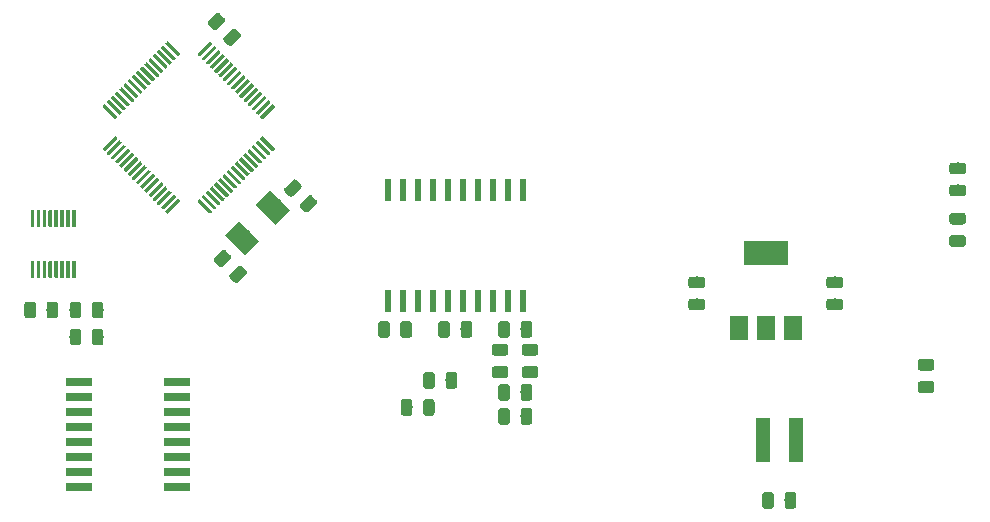
<source format=gbr>
G04 #@! TF.GenerationSoftware,KiCad,Pcbnew,(5.1.4)-1*
G04 #@! TF.CreationDate,2019-09-21T14:34:18-05:00*
G04 #@! TF.ProjectId,BPSDisplay,42505344-6973-4706-9c61-792e6b696361,rev?*
G04 #@! TF.SameCoordinates,Original*
G04 #@! TF.FileFunction,Paste,Top*
G04 #@! TF.FilePolarity,Positive*
%FSLAX46Y46*%
G04 Gerber Fmt 4.6, Leading zero omitted, Abs format (unit mm)*
G04 Created by KiCad (PCBNEW (5.1.4)-1) date 2019-09-21 14:34:18*
%MOMM*%
%LPD*%
G04 APERTURE LIST*
%ADD10C,0.150000*%
%ADD11C,0.300000*%
%ADD12R,2.200000X0.760000*%
%ADD13C,0.975000*%
%ADD14R,0.600000X1.950000*%
%ADD15C,1.700000*%
%ADD16R,1.200000X3.700000*%
%ADD17R,3.800000X2.000000*%
%ADD18R,1.500000X2.000000*%
G04 APERTURE END LIST*
D10*
G36*
X219256590Y-119136834D02*
G01*
X219263871Y-119137914D01*
X219271010Y-119139702D01*
X219277940Y-119142182D01*
X219284594Y-119145329D01*
X219290907Y-119149113D01*
X219296818Y-119153497D01*
X219302272Y-119158440D01*
X220292222Y-120148390D01*
X220297165Y-120153844D01*
X220301549Y-120159755D01*
X220305333Y-120166068D01*
X220308480Y-120172722D01*
X220310960Y-120179652D01*
X220312748Y-120186791D01*
X220313828Y-120194072D01*
X220314189Y-120201423D01*
X220313828Y-120208774D01*
X220312748Y-120216055D01*
X220310960Y-120223194D01*
X220308480Y-120230124D01*
X220305333Y-120236778D01*
X220301549Y-120243091D01*
X220297165Y-120249002D01*
X220292222Y-120254456D01*
X220186156Y-120360522D01*
X220180702Y-120365465D01*
X220174791Y-120369849D01*
X220168478Y-120373633D01*
X220161824Y-120376780D01*
X220154894Y-120379260D01*
X220147755Y-120381048D01*
X220140474Y-120382128D01*
X220133123Y-120382489D01*
X220125772Y-120382128D01*
X220118491Y-120381048D01*
X220111352Y-120379260D01*
X220104422Y-120376780D01*
X220097768Y-120373633D01*
X220091455Y-120369849D01*
X220085544Y-120365465D01*
X220080090Y-120360522D01*
X219090140Y-119370572D01*
X219085197Y-119365118D01*
X219080813Y-119359207D01*
X219077029Y-119352894D01*
X219073882Y-119346240D01*
X219071402Y-119339310D01*
X219069614Y-119332171D01*
X219068534Y-119324890D01*
X219068173Y-119317539D01*
X219068534Y-119310188D01*
X219069614Y-119302907D01*
X219071402Y-119295768D01*
X219073882Y-119288838D01*
X219077029Y-119282184D01*
X219080813Y-119275871D01*
X219085197Y-119269960D01*
X219090140Y-119264506D01*
X219196206Y-119158440D01*
X219201660Y-119153497D01*
X219207571Y-119149113D01*
X219213884Y-119145329D01*
X219220538Y-119142182D01*
X219227468Y-119139702D01*
X219234607Y-119137914D01*
X219241888Y-119136834D01*
X219249239Y-119136473D01*
X219256590Y-119136834D01*
X219256590Y-119136834D01*
G37*
D11*
X219691181Y-119759481D03*
D10*
G36*
X219610143Y-118783281D02*
G01*
X219617424Y-118784361D01*
X219624563Y-118786149D01*
X219631493Y-118788629D01*
X219638147Y-118791776D01*
X219644460Y-118795560D01*
X219650371Y-118799944D01*
X219655825Y-118804887D01*
X220645775Y-119794837D01*
X220650718Y-119800291D01*
X220655102Y-119806202D01*
X220658886Y-119812515D01*
X220662033Y-119819169D01*
X220664513Y-119826099D01*
X220666301Y-119833238D01*
X220667381Y-119840519D01*
X220667742Y-119847870D01*
X220667381Y-119855221D01*
X220666301Y-119862502D01*
X220664513Y-119869641D01*
X220662033Y-119876571D01*
X220658886Y-119883225D01*
X220655102Y-119889538D01*
X220650718Y-119895449D01*
X220645775Y-119900903D01*
X220539709Y-120006969D01*
X220534255Y-120011912D01*
X220528344Y-120016296D01*
X220522031Y-120020080D01*
X220515377Y-120023227D01*
X220508447Y-120025707D01*
X220501308Y-120027495D01*
X220494027Y-120028575D01*
X220486676Y-120028936D01*
X220479325Y-120028575D01*
X220472044Y-120027495D01*
X220464905Y-120025707D01*
X220457975Y-120023227D01*
X220451321Y-120020080D01*
X220445008Y-120016296D01*
X220439097Y-120011912D01*
X220433643Y-120006969D01*
X219443693Y-119017019D01*
X219438750Y-119011565D01*
X219434366Y-119005654D01*
X219430582Y-118999341D01*
X219427435Y-118992687D01*
X219424955Y-118985757D01*
X219423167Y-118978618D01*
X219422087Y-118971337D01*
X219421726Y-118963986D01*
X219422087Y-118956635D01*
X219423167Y-118949354D01*
X219424955Y-118942215D01*
X219427435Y-118935285D01*
X219430582Y-118928631D01*
X219434366Y-118922318D01*
X219438750Y-118916407D01*
X219443693Y-118910953D01*
X219549759Y-118804887D01*
X219555213Y-118799944D01*
X219561124Y-118795560D01*
X219567437Y-118791776D01*
X219574091Y-118788629D01*
X219581021Y-118786149D01*
X219588160Y-118784361D01*
X219595441Y-118783281D01*
X219602792Y-118782920D01*
X219610143Y-118783281D01*
X219610143Y-118783281D01*
G37*
D11*
X220044734Y-119405928D03*
D10*
G36*
X219963696Y-118429728D02*
G01*
X219970977Y-118430808D01*
X219978116Y-118432596D01*
X219985046Y-118435076D01*
X219991700Y-118438223D01*
X219998013Y-118442007D01*
X220003924Y-118446391D01*
X220009378Y-118451334D01*
X220999328Y-119441284D01*
X221004271Y-119446738D01*
X221008655Y-119452649D01*
X221012439Y-119458962D01*
X221015586Y-119465616D01*
X221018066Y-119472546D01*
X221019854Y-119479685D01*
X221020934Y-119486966D01*
X221021295Y-119494317D01*
X221020934Y-119501668D01*
X221019854Y-119508949D01*
X221018066Y-119516088D01*
X221015586Y-119523018D01*
X221012439Y-119529672D01*
X221008655Y-119535985D01*
X221004271Y-119541896D01*
X220999328Y-119547350D01*
X220893262Y-119653416D01*
X220887808Y-119658359D01*
X220881897Y-119662743D01*
X220875584Y-119666527D01*
X220868930Y-119669674D01*
X220862000Y-119672154D01*
X220854861Y-119673942D01*
X220847580Y-119675022D01*
X220840229Y-119675383D01*
X220832878Y-119675022D01*
X220825597Y-119673942D01*
X220818458Y-119672154D01*
X220811528Y-119669674D01*
X220804874Y-119666527D01*
X220798561Y-119662743D01*
X220792650Y-119658359D01*
X220787196Y-119653416D01*
X219797246Y-118663466D01*
X219792303Y-118658012D01*
X219787919Y-118652101D01*
X219784135Y-118645788D01*
X219780988Y-118639134D01*
X219778508Y-118632204D01*
X219776720Y-118625065D01*
X219775640Y-118617784D01*
X219775279Y-118610433D01*
X219775640Y-118603082D01*
X219776720Y-118595801D01*
X219778508Y-118588662D01*
X219780988Y-118581732D01*
X219784135Y-118575078D01*
X219787919Y-118568765D01*
X219792303Y-118562854D01*
X219797246Y-118557400D01*
X219903312Y-118451334D01*
X219908766Y-118446391D01*
X219914677Y-118442007D01*
X219920990Y-118438223D01*
X219927644Y-118435076D01*
X219934574Y-118432596D01*
X219941713Y-118430808D01*
X219948994Y-118429728D01*
X219956345Y-118429367D01*
X219963696Y-118429728D01*
X219963696Y-118429728D01*
G37*
D11*
X220398287Y-119052375D03*
D10*
G36*
X220317250Y-118076174D02*
G01*
X220324531Y-118077254D01*
X220331670Y-118079042D01*
X220338600Y-118081522D01*
X220345254Y-118084669D01*
X220351567Y-118088453D01*
X220357478Y-118092837D01*
X220362932Y-118097780D01*
X221352882Y-119087730D01*
X221357825Y-119093184D01*
X221362209Y-119099095D01*
X221365993Y-119105408D01*
X221369140Y-119112062D01*
X221371620Y-119118992D01*
X221373408Y-119126131D01*
X221374488Y-119133412D01*
X221374849Y-119140763D01*
X221374488Y-119148114D01*
X221373408Y-119155395D01*
X221371620Y-119162534D01*
X221369140Y-119169464D01*
X221365993Y-119176118D01*
X221362209Y-119182431D01*
X221357825Y-119188342D01*
X221352882Y-119193796D01*
X221246816Y-119299862D01*
X221241362Y-119304805D01*
X221235451Y-119309189D01*
X221229138Y-119312973D01*
X221222484Y-119316120D01*
X221215554Y-119318600D01*
X221208415Y-119320388D01*
X221201134Y-119321468D01*
X221193783Y-119321829D01*
X221186432Y-119321468D01*
X221179151Y-119320388D01*
X221172012Y-119318600D01*
X221165082Y-119316120D01*
X221158428Y-119312973D01*
X221152115Y-119309189D01*
X221146204Y-119304805D01*
X221140750Y-119299862D01*
X220150800Y-118309912D01*
X220145857Y-118304458D01*
X220141473Y-118298547D01*
X220137689Y-118292234D01*
X220134542Y-118285580D01*
X220132062Y-118278650D01*
X220130274Y-118271511D01*
X220129194Y-118264230D01*
X220128833Y-118256879D01*
X220129194Y-118249528D01*
X220130274Y-118242247D01*
X220132062Y-118235108D01*
X220134542Y-118228178D01*
X220137689Y-118221524D01*
X220141473Y-118215211D01*
X220145857Y-118209300D01*
X220150800Y-118203846D01*
X220256866Y-118097780D01*
X220262320Y-118092837D01*
X220268231Y-118088453D01*
X220274544Y-118084669D01*
X220281198Y-118081522D01*
X220288128Y-118079042D01*
X220295267Y-118077254D01*
X220302548Y-118076174D01*
X220309899Y-118075813D01*
X220317250Y-118076174D01*
X220317250Y-118076174D01*
G37*
D11*
X220751841Y-118698821D03*
D10*
G36*
X220670803Y-117722621D02*
G01*
X220678084Y-117723701D01*
X220685223Y-117725489D01*
X220692153Y-117727969D01*
X220698807Y-117731116D01*
X220705120Y-117734900D01*
X220711031Y-117739284D01*
X220716485Y-117744227D01*
X221706435Y-118734177D01*
X221711378Y-118739631D01*
X221715762Y-118745542D01*
X221719546Y-118751855D01*
X221722693Y-118758509D01*
X221725173Y-118765439D01*
X221726961Y-118772578D01*
X221728041Y-118779859D01*
X221728402Y-118787210D01*
X221728041Y-118794561D01*
X221726961Y-118801842D01*
X221725173Y-118808981D01*
X221722693Y-118815911D01*
X221719546Y-118822565D01*
X221715762Y-118828878D01*
X221711378Y-118834789D01*
X221706435Y-118840243D01*
X221600369Y-118946309D01*
X221594915Y-118951252D01*
X221589004Y-118955636D01*
X221582691Y-118959420D01*
X221576037Y-118962567D01*
X221569107Y-118965047D01*
X221561968Y-118966835D01*
X221554687Y-118967915D01*
X221547336Y-118968276D01*
X221539985Y-118967915D01*
X221532704Y-118966835D01*
X221525565Y-118965047D01*
X221518635Y-118962567D01*
X221511981Y-118959420D01*
X221505668Y-118955636D01*
X221499757Y-118951252D01*
X221494303Y-118946309D01*
X220504353Y-117956359D01*
X220499410Y-117950905D01*
X220495026Y-117944994D01*
X220491242Y-117938681D01*
X220488095Y-117932027D01*
X220485615Y-117925097D01*
X220483827Y-117917958D01*
X220482747Y-117910677D01*
X220482386Y-117903326D01*
X220482747Y-117895975D01*
X220483827Y-117888694D01*
X220485615Y-117881555D01*
X220488095Y-117874625D01*
X220491242Y-117867971D01*
X220495026Y-117861658D01*
X220499410Y-117855747D01*
X220504353Y-117850293D01*
X220610419Y-117744227D01*
X220615873Y-117739284D01*
X220621784Y-117734900D01*
X220628097Y-117731116D01*
X220634751Y-117727969D01*
X220641681Y-117725489D01*
X220648820Y-117723701D01*
X220656101Y-117722621D01*
X220663452Y-117722260D01*
X220670803Y-117722621D01*
X220670803Y-117722621D01*
G37*
D11*
X221105394Y-118345268D03*
D10*
G36*
X221024357Y-117369067D02*
G01*
X221031638Y-117370147D01*
X221038777Y-117371935D01*
X221045707Y-117374415D01*
X221052361Y-117377562D01*
X221058674Y-117381346D01*
X221064585Y-117385730D01*
X221070039Y-117390673D01*
X222059989Y-118380623D01*
X222064932Y-118386077D01*
X222069316Y-118391988D01*
X222073100Y-118398301D01*
X222076247Y-118404955D01*
X222078727Y-118411885D01*
X222080515Y-118419024D01*
X222081595Y-118426305D01*
X222081956Y-118433656D01*
X222081595Y-118441007D01*
X222080515Y-118448288D01*
X222078727Y-118455427D01*
X222076247Y-118462357D01*
X222073100Y-118469011D01*
X222069316Y-118475324D01*
X222064932Y-118481235D01*
X222059989Y-118486689D01*
X221953923Y-118592755D01*
X221948469Y-118597698D01*
X221942558Y-118602082D01*
X221936245Y-118605866D01*
X221929591Y-118609013D01*
X221922661Y-118611493D01*
X221915522Y-118613281D01*
X221908241Y-118614361D01*
X221900890Y-118614722D01*
X221893539Y-118614361D01*
X221886258Y-118613281D01*
X221879119Y-118611493D01*
X221872189Y-118609013D01*
X221865535Y-118605866D01*
X221859222Y-118602082D01*
X221853311Y-118597698D01*
X221847857Y-118592755D01*
X220857907Y-117602805D01*
X220852964Y-117597351D01*
X220848580Y-117591440D01*
X220844796Y-117585127D01*
X220841649Y-117578473D01*
X220839169Y-117571543D01*
X220837381Y-117564404D01*
X220836301Y-117557123D01*
X220835940Y-117549772D01*
X220836301Y-117542421D01*
X220837381Y-117535140D01*
X220839169Y-117528001D01*
X220841649Y-117521071D01*
X220844796Y-117514417D01*
X220848580Y-117508104D01*
X220852964Y-117502193D01*
X220857907Y-117496739D01*
X220963973Y-117390673D01*
X220969427Y-117385730D01*
X220975338Y-117381346D01*
X220981651Y-117377562D01*
X220988305Y-117374415D01*
X220995235Y-117371935D01*
X221002374Y-117370147D01*
X221009655Y-117369067D01*
X221017006Y-117368706D01*
X221024357Y-117369067D01*
X221024357Y-117369067D01*
G37*
D11*
X221458948Y-117991714D03*
D10*
G36*
X221377910Y-117015514D02*
G01*
X221385191Y-117016594D01*
X221392330Y-117018382D01*
X221399260Y-117020862D01*
X221405914Y-117024009D01*
X221412227Y-117027793D01*
X221418138Y-117032177D01*
X221423592Y-117037120D01*
X222413542Y-118027070D01*
X222418485Y-118032524D01*
X222422869Y-118038435D01*
X222426653Y-118044748D01*
X222429800Y-118051402D01*
X222432280Y-118058332D01*
X222434068Y-118065471D01*
X222435148Y-118072752D01*
X222435509Y-118080103D01*
X222435148Y-118087454D01*
X222434068Y-118094735D01*
X222432280Y-118101874D01*
X222429800Y-118108804D01*
X222426653Y-118115458D01*
X222422869Y-118121771D01*
X222418485Y-118127682D01*
X222413542Y-118133136D01*
X222307476Y-118239202D01*
X222302022Y-118244145D01*
X222296111Y-118248529D01*
X222289798Y-118252313D01*
X222283144Y-118255460D01*
X222276214Y-118257940D01*
X222269075Y-118259728D01*
X222261794Y-118260808D01*
X222254443Y-118261169D01*
X222247092Y-118260808D01*
X222239811Y-118259728D01*
X222232672Y-118257940D01*
X222225742Y-118255460D01*
X222219088Y-118252313D01*
X222212775Y-118248529D01*
X222206864Y-118244145D01*
X222201410Y-118239202D01*
X221211460Y-117249252D01*
X221206517Y-117243798D01*
X221202133Y-117237887D01*
X221198349Y-117231574D01*
X221195202Y-117224920D01*
X221192722Y-117217990D01*
X221190934Y-117210851D01*
X221189854Y-117203570D01*
X221189493Y-117196219D01*
X221189854Y-117188868D01*
X221190934Y-117181587D01*
X221192722Y-117174448D01*
X221195202Y-117167518D01*
X221198349Y-117160864D01*
X221202133Y-117154551D01*
X221206517Y-117148640D01*
X221211460Y-117143186D01*
X221317526Y-117037120D01*
X221322980Y-117032177D01*
X221328891Y-117027793D01*
X221335204Y-117024009D01*
X221341858Y-117020862D01*
X221348788Y-117018382D01*
X221355927Y-117016594D01*
X221363208Y-117015514D01*
X221370559Y-117015153D01*
X221377910Y-117015514D01*
X221377910Y-117015514D01*
G37*
D11*
X221812501Y-117638161D03*
D10*
G36*
X221731463Y-116661961D02*
G01*
X221738744Y-116663041D01*
X221745883Y-116664829D01*
X221752813Y-116667309D01*
X221759467Y-116670456D01*
X221765780Y-116674240D01*
X221771691Y-116678624D01*
X221777145Y-116683567D01*
X222767095Y-117673517D01*
X222772038Y-117678971D01*
X222776422Y-117684882D01*
X222780206Y-117691195D01*
X222783353Y-117697849D01*
X222785833Y-117704779D01*
X222787621Y-117711918D01*
X222788701Y-117719199D01*
X222789062Y-117726550D01*
X222788701Y-117733901D01*
X222787621Y-117741182D01*
X222785833Y-117748321D01*
X222783353Y-117755251D01*
X222780206Y-117761905D01*
X222776422Y-117768218D01*
X222772038Y-117774129D01*
X222767095Y-117779583D01*
X222661029Y-117885649D01*
X222655575Y-117890592D01*
X222649664Y-117894976D01*
X222643351Y-117898760D01*
X222636697Y-117901907D01*
X222629767Y-117904387D01*
X222622628Y-117906175D01*
X222615347Y-117907255D01*
X222607996Y-117907616D01*
X222600645Y-117907255D01*
X222593364Y-117906175D01*
X222586225Y-117904387D01*
X222579295Y-117901907D01*
X222572641Y-117898760D01*
X222566328Y-117894976D01*
X222560417Y-117890592D01*
X222554963Y-117885649D01*
X221565013Y-116895699D01*
X221560070Y-116890245D01*
X221555686Y-116884334D01*
X221551902Y-116878021D01*
X221548755Y-116871367D01*
X221546275Y-116864437D01*
X221544487Y-116857298D01*
X221543407Y-116850017D01*
X221543046Y-116842666D01*
X221543407Y-116835315D01*
X221544487Y-116828034D01*
X221546275Y-116820895D01*
X221548755Y-116813965D01*
X221551902Y-116807311D01*
X221555686Y-116800998D01*
X221560070Y-116795087D01*
X221565013Y-116789633D01*
X221671079Y-116683567D01*
X221676533Y-116678624D01*
X221682444Y-116674240D01*
X221688757Y-116670456D01*
X221695411Y-116667309D01*
X221702341Y-116664829D01*
X221709480Y-116663041D01*
X221716761Y-116661961D01*
X221724112Y-116661600D01*
X221731463Y-116661961D01*
X221731463Y-116661961D01*
G37*
D11*
X222166054Y-117284608D03*
D10*
G36*
X222085017Y-116308407D02*
G01*
X222092298Y-116309487D01*
X222099437Y-116311275D01*
X222106367Y-116313755D01*
X222113021Y-116316902D01*
X222119334Y-116320686D01*
X222125245Y-116325070D01*
X222130699Y-116330013D01*
X223120649Y-117319963D01*
X223125592Y-117325417D01*
X223129976Y-117331328D01*
X223133760Y-117337641D01*
X223136907Y-117344295D01*
X223139387Y-117351225D01*
X223141175Y-117358364D01*
X223142255Y-117365645D01*
X223142616Y-117372996D01*
X223142255Y-117380347D01*
X223141175Y-117387628D01*
X223139387Y-117394767D01*
X223136907Y-117401697D01*
X223133760Y-117408351D01*
X223129976Y-117414664D01*
X223125592Y-117420575D01*
X223120649Y-117426029D01*
X223014583Y-117532095D01*
X223009129Y-117537038D01*
X223003218Y-117541422D01*
X222996905Y-117545206D01*
X222990251Y-117548353D01*
X222983321Y-117550833D01*
X222976182Y-117552621D01*
X222968901Y-117553701D01*
X222961550Y-117554062D01*
X222954199Y-117553701D01*
X222946918Y-117552621D01*
X222939779Y-117550833D01*
X222932849Y-117548353D01*
X222926195Y-117545206D01*
X222919882Y-117541422D01*
X222913971Y-117537038D01*
X222908517Y-117532095D01*
X221918567Y-116542145D01*
X221913624Y-116536691D01*
X221909240Y-116530780D01*
X221905456Y-116524467D01*
X221902309Y-116517813D01*
X221899829Y-116510883D01*
X221898041Y-116503744D01*
X221896961Y-116496463D01*
X221896600Y-116489112D01*
X221896961Y-116481761D01*
X221898041Y-116474480D01*
X221899829Y-116467341D01*
X221902309Y-116460411D01*
X221905456Y-116453757D01*
X221909240Y-116447444D01*
X221913624Y-116441533D01*
X221918567Y-116436079D01*
X222024633Y-116330013D01*
X222030087Y-116325070D01*
X222035998Y-116320686D01*
X222042311Y-116316902D01*
X222048965Y-116313755D01*
X222055895Y-116311275D01*
X222063034Y-116309487D01*
X222070315Y-116308407D01*
X222077666Y-116308046D01*
X222085017Y-116308407D01*
X222085017Y-116308407D01*
G37*
D11*
X222519608Y-116931054D03*
D10*
G36*
X222438570Y-115954854D02*
G01*
X222445851Y-115955934D01*
X222452990Y-115957722D01*
X222459920Y-115960202D01*
X222466574Y-115963349D01*
X222472887Y-115967133D01*
X222478798Y-115971517D01*
X222484252Y-115976460D01*
X223474202Y-116966410D01*
X223479145Y-116971864D01*
X223483529Y-116977775D01*
X223487313Y-116984088D01*
X223490460Y-116990742D01*
X223492940Y-116997672D01*
X223494728Y-117004811D01*
X223495808Y-117012092D01*
X223496169Y-117019443D01*
X223495808Y-117026794D01*
X223494728Y-117034075D01*
X223492940Y-117041214D01*
X223490460Y-117048144D01*
X223487313Y-117054798D01*
X223483529Y-117061111D01*
X223479145Y-117067022D01*
X223474202Y-117072476D01*
X223368136Y-117178542D01*
X223362682Y-117183485D01*
X223356771Y-117187869D01*
X223350458Y-117191653D01*
X223343804Y-117194800D01*
X223336874Y-117197280D01*
X223329735Y-117199068D01*
X223322454Y-117200148D01*
X223315103Y-117200509D01*
X223307752Y-117200148D01*
X223300471Y-117199068D01*
X223293332Y-117197280D01*
X223286402Y-117194800D01*
X223279748Y-117191653D01*
X223273435Y-117187869D01*
X223267524Y-117183485D01*
X223262070Y-117178542D01*
X222272120Y-116188592D01*
X222267177Y-116183138D01*
X222262793Y-116177227D01*
X222259009Y-116170914D01*
X222255862Y-116164260D01*
X222253382Y-116157330D01*
X222251594Y-116150191D01*
X222250514Y-116142910D01*
X222250153Y-116135559D01*
X222250514Y-116128208D01*
X222251594Y-116120927D01*
X222253382Y-116113788D01*
X222255862Y-116106858D01*
X222259009Y-116100204D01*
X222262793Y-116093891D01*
X222267177Y-116087980D01*
X222272120Y-116082526D01*
X222378186Y-115976460D01*
X222383640Y-115971517D01*
X222389551Y-115967133D01*
X222395864Y-115963349D01*
X222402518Y-115960202D01*
X222409448Y-115957722D01*
X222416587Y-115955934D01*
X222423868Y-115954854D01*
X222431219Y-115954493D01*
X222438570Y-115954854D01*
X222438570Y-115954854D01*
G37*
D11*
X222873161Y-116577501D03*
D10*
G36*
X222792123Y-115601301D02*
G01*
X222799404Y-115602381D01*
X222806543Y-115604169D01*
X222813473Y-115606649D01*
X222820127Y-115609796D01*
X222826440Y-115613580D01*
X222832351Y-115617964D01*
X222837805Y-115622907D01*
X223827755Y-116612857D01*
X223832698Y-116618311D01*
X223837082Y-116624222D01*
X223840866Y-116630535D01*
X223844013Y-116637189D01*
X223846493Y-116644119D01*
X223848281Y-116651258D01*
X223849361Y-116658539D01*
X223849722Y-116665890D01*
X223849361Y-116673241D01*
X223848281Y-116680522D01*
X223846493Y-116687661D01*
X223844013Y-116694591D01*
X223840866Y-116701245D01*
X223837082Y-116707558D01*
X223832698Y-116713469D01*
X223827755Y-116718923D01*
X223721689Y-116824989D01*
X223716235Y-116829932D01*
X223710324Y-116834316D01*
X223704011Y-116838100D01*
X223697357Y-116841247D01*
X223690427Y-116843727D01*
X223683288Y-116845515D01*
X223676007Y-116846595D01*
X223668656Y-116846956D01*
X223661305Y-116846595D01*
X223654024Y-116845515D01*
X223646885Y-116843727D01*
X223639955Y-116841247D01*
X223633301Y-116838100D01*
X223626988Y-116834316D01*
X223621077Y-116829932D01*
X223615623Y-116824989D01*
X222625673Y-115835039D01*
X222620730Y-115829585D01*
X222616346Y-115823674D01*
X222612562Y-115817361D01*
X222609415Y-115810707D01*
X222606935Y-115803777D01*
X222605147Y-115796638D01*
X222604067Y-115789357D01*
X222603706Y-115782006D01*
X222604067Y-115774655D01*
X222605147Y-115767374D01*
X222606935Y-115760235D01*
X222609415Y-115753305D01*
X222612562Y-115746651D01*
X222616346Y-115740338D01*
X222620730Y-115734427D01*
X222625673Y-115728973D01*
X222731739Y-115622907D01*
X222737193Y-115617964D01*
X222743104Y-115613580D01*
X222749417Y-115609796D01*
X222756071Y-115606649D01*
X222763001Y-115604169D01*
X222770140Y-115602381D01*
X222777421Y-115601301D01*
X222784772Y-115600940D01*
X222792123Y-115601301D01*
X222792123Y-115601301D01*
G37*
D11*
X223226714Y-116223948D03*
D10*
G36*
X223145677Y-115247747D02*
G01*
X223152958Y-115248827D01*
X223160097Y-115250615D01*
X223167027Y-115253095D01*
X223173681Y-115256242D01*
X223179994Y-115260026D01*
X223185905Y-115264410D01*
X223191359Y-115269353D01*
X224181309Y-116259303D01*
X224186252Y-116264757D01*
X224190636Y-116270668D01*
X224194420Y-116276981D01*
X224197567Y-116283635D01*
X224200047Y-116290565D01*
X224201835Y-116297704D01*
X224202915Y-116304985D01*
X224203276Y-116312336D01*
X224202915Y-116319687D01*
X224201835Y-116326968D01*
X224200047Y-116334107D01*
X224197567Y-116341037D01*
X224194420Y-116347691D01*
X224190636Y-116354004D01*
X224186252Y-116359915D01*
X224181309Y-116365369D01*
X224075243Y-116471435D01*
X224069789Y-116476378D01*
X224063878Y-116480762D01*
X224057565Y-116484546D01*
X224050911Y-116487693D01*
X224043981Y-116490173D01*
X224036842Y-116491961D01*
X224029561Y-116493041D01*
X224022210Y-116493402D01*
X224014859Y-116493041D01*
X224007578Y-116491961D01*
X224000439Y-116490173D01*
X223993509Y-116487693D01*
X223986855Y-116484546D01*
X223980542Y-116480762D01*
X223974631Y-116476378D01*
X223969177Y-116471435D01*
X222979227Y-115481485D01*
X222974284Y-115476031D01*
X222969900Y-115470120D01*
X222966116Y-115463807D01*
X222962969Y-115457153D01*
X222960489Y-115450223D01*
X222958701Y-115443084D01*
X222957621Y-115435803D01*
X222957260Y-115428452D01*
X222957621Y-115421101D01*
X222958701Y-115413820D01*
X222960489Y-115406681D01*
X222962969Y-115399751D01*
X222966116Y-115393097D01*
X222969900Y-115386784D01*
X222974284Y-115380873D01*
X222979227Y-115375419D01*
X223085293Y-115269353D01*
X223090747Y-115264410D01*
X223096658Y-115260026D01*
X223102971Y-115256242D01*
X223109625Y-115253095D01*
X223116555Y-115250615D01*
X223123694Y-115248827D01*
X223130975Y-115247747D01*
X223138326Y-115247386D01*
X223145677Y-115247747D01*
X223145677Y-115247747D01*
G37*
D11*
X223580268Y-115870394D03*
D10*
G36*
X223499230Y-114894194D02*
G01*
X223506511Y-114895274D01*
X223513650Y-114897062D01*
X223520580Y-114899542D01*
X223527234Y-114902689D01*
X223533547Y-114906473D01*
X223539458Y-114910857D01*
X223544912Y-114915800D01*
X224534862Y-115905750D01*
X224539805Y-115911204D01*
X224544189Y-115917115D01*
X224547973Y-115923428D01*
X224551120Y-115930082D01*
X224553600Y-115937012D01*
X224555388Y-115944151D01*
X224556468Y-115951432D01*
X224556829Y-115958783D01*
X224556468Y-115966134D01*
X224555388Y-115973415D01*
X224553600Y-115980554D01*
X224551120Y-115987484D01*
X224547973Y-115994138D01*
X224544189Y-116000451D01*
X224539805Y-116006362D01*
X224534862Y-116011816D01*
X224428796Y-116117882D01*
X224423342Y-116122825D01*
X224417431Y-116127209D01*
X224411118Y-116130993D01*
X224404464Y-116134140D01*
X224397534Y-116136620D01*
X224390395Y-116138408D01*
X224383114Y-116139488D01*
X224375763Y-116139849D01*
X224368412Y-116139488D01*
X224361131Y-116138408D01*
X224353992Y-116136620D01*
X224347062Y-116134140D01*
X224340408Y-116130993D01*
X224334095Y-116127209D01*
X224328184Y-116122825D01*
X224322730Y-116117882D01*
X223332780Y-115127932D01*
X223327837Y-115122478D01*
X223323453Y-115116567D01*
X223319669Y-115110254D01*
X223316522Y-115103600D01*
X223314042Y-115096670D01*
X223312254Y-115089531D01*
X223311174Y-115082250D01*
X223310813Y-115074899D01*
X223311174Y-115067548D01*
X223312254Y-115060267D01*
X223314042Y-115053128D01*
X223316522Y-115046198D01*
X223319669Y-115039544D01*
X223323453Y-115033231D01*
X223327837Y-115027320D01*
X223332780Y-115021866D01*
X223438846Y-114915800D01*
X223444300Y-114910857D01*
X223450211Y-114906473D01*
X223456524Y-114902689D01*
X223463178Y-114899542D01*
X223470108Y-114897062D01*
X223477247Y-114895274D01*
X223484528Y-114894194D01*
X223491879Y-114893833D01*
X223499230Y-114894194D01*
X223499230Y-114894194D01*
G37*
D11*
X223933821Y-115516841D03*
D10*
G36*
X223852784Y-114540640D02*
G01*
X223860065Y-114541720D01*
X223867204Y-114543508D01*
X223874134Y-114545988D01*
X223880788Y-114549135D01*
X223887101Y-114552919D01*
X223893012Y-114557303D01*
X223898466Y-114562246D01*
X224888416Y-115552196D01*
X224893359Y-115557650D01*
X224897743Y-115563561D01*
X224901527Y-115569874D01*
X224904674Y-115576528D01*
X224907154Y-115583458D01*
X224908942Y-115590597D01*
X224910022Y-115597878D01*
X224910383Y-115605229D01*
X224910022Y-115612580D01*
X224908942Y-115619861D01*
X224907154Y-115627000D01*
X224904674Y-115633930D01*
X224901527Y-115640584D01*
X224897743Y-115646897D01*
X224893359Y-115652808D01*
X224888416Y-115658262D01*
X224782350Y-115764328D01*
X224776896Y-115769271D01*
X224770985Y-115773655D01*
X224764672Y-115777439D01*
X224758018Y-115780586D01*
X224751088Y-115783066D01*
X224743949Y-115784854D01*
X224736668Y-115785934D01*
X224729317Y-115786295D01*
X224721966Y-115785934D01*
X224714685Y-115784854D01*
X224707546Y-115783066D01*
X224700616Y-115780586D01*
X224693962Y-115777439D01*
X224687649Y-115773655D01*
X224681738Y-115769271D01*
X224676284Y-115764328D01*
X223686334Y-114774378D01*
X223681391Y-114768924D01*
X223677007Y-114763013D01*
X223673223Y-114756700D01*
X223670076Y-114750046D01*
X223667596Y-114743116D01*
X223665808Y-114735977D01*
X223664728Y-114728696D01*
X223664367Y-114721345D01*
X223664728Y-114713994D01*
X223665808Y-114706713D01*
X223667596Y-114699574D01*
X223670076Y-114692644D01*
X223673223Y-114685990D01*
X223677007Y-114679677D01*
X223681391Y-114673766D01*
X223686334Y-114668312D01*
X223792400Y-114562246D01*
X223797854Y-114557303D01*
X223803765Y-114552919D01*
X223810078Y-114549135D01*
X223816732Y-114545988D01*
X223823662Y-114543508D01*
X223830801Y-114541720D01*
X223838082Y-114540640D01*
X223845433Y-114540279D01*
X223852784Y-114540640D01*
X223852784Y-114540640D01*
G37*
D11*
X224287375Y-115163287D03*
D10*
G36*
X224206337Y-114187087D02*
G01*
X224213618Y-114188167D01*
X224220757Y-114189955D01*
X224227687Y-114192435D01*
X224234341Y-114195582D01*
X224240654Y-114199366D01*
X224246565Y-114203750D01*
X224252019Y-114208693D01*
X225241969Y-115198643D01*
X225246912Y-115204097D01*
X225251296Y-115210008D01*
X225255080Y-115216321D01*
X225258227Y-115222975D01*
X225260707Y-115229905D01*
X225262495Y-115237044D01*
X225263575Y-115244325D01*
X225263936Y-115251676D01*
X225263575Y-115259027D01*
X225262495Y-115266308D01*
X225260707Y-115273447D01*
X225258227Y-115280377D01*
X225255080Y-115287031D01*
X225251296Y-115293344D01*
X225246912Y-115299255D01*
X225241969Y-115304709D01*
X225135903Y-115410775D01*
X225130449Y-115415718D01*
X225124538Y-115420102D01*
X225118225Y-115423886D01*
X225111571Y-115427033D01*
X225104641Y-115429513D01*
X225097502Y-115431301D01*
X225090221Y-115432381D01*
X225082870Y-115432742D01*
X225075519Y-115432381D01*
X225068238Y-115431301D01*
X225061099Y-115429513D01*
X225054169Y-115427033D01*
X225047515Y-115423886D01*
X225041202Y-115420102D01*
X225035291Y-115415718D01*
X225029837Y-115410775D01*
X224039887Y-114420825D01*
X224034944Y-114415371D01*
X224030560Y-114409460D01*
X224026776Y-114403147D01*
X224023629Y-114396493D01*
X224021149Y-114389563D01*
X224019361Y-114382424D01*
X224018281Y-114375143D01*
X224017920Y-114367792D01*
X224018281Y-114360441D01*
X224019361Y-114353160D01*
X224021149Y-114346021D01*
X224023629Y-114339091D01*
X224026776Y-114332437D01*
X224030560Y-114326124D01*
X224034944Y-114320213D01*
X224039887Y-114314759D01*
X224145953Y-114208693D01*
X224151407Y-114203750D01*
X224157318Y-114199366D01*
X224163631Y-114195582D01*
X224170285Y-114192435D01*
X224177215Y-114189955D01*
X224184354Y-114188167D01*
X224191635Y-114187087D01*
X224198986Y-114186726D01*
X224206337Y-114187087D01*
X224206337Y-114187087D01*
G37*
D11*
X224640928Y-114809734D03*
D10*
G36*
X224559890Y-113833534D02*
G01*
X224567171Y-113834614D01*
X224574310Y-113836402D01*
X224581240Y-113838882D01*
X224587894Y-113842029D01*
X224594207Y-113845813D01*
X224600118Y-113850197D01*
X224605572Y-113855140D01*
X225595522Y-114845090D01*
X225600465Y-114850544D01*
X225604849Y-114856455D01*
X225608633Y-114862768D01*
X225611780Y-114869422D01*
X225614260Y-114876352D01*
X225616048Y-114883491D01*
X225617128Y-114890772D01*
X225617489Y-114898123D01*
X225617128Y-114905474D01*
X225616048Y-114912755D01*
X225614260Y-114919894D01*
X225611780Y-114926824D01*
X225608633Y-114933478D01*
X225604849Y-114939791D01*
X225600465Y-114945702D01*
X225595522Y-114951156D01*
X225489456Y-115057222D01*
X225484002Y-115062165D01*
X225478091Y-115066549D01*
X225471778Y-115070333D01*
X225465124Y-115073480D01*
X225458194Y-115075960D01*
X225451055Y-115077748D01*
X225443774Y-115078828D01*
X225436423Y-115079189D01*
X225429072Y-115078828D01*
X225421791Y-115077748D01*
X225414652Y-115075960D01*
X225407722Y-115073480D01*
X225401068Y-115070333D01*
X225394755Y-115066549D01*
X225388844Y-115062165D01*
X225383390Y-115057222D01*
X224393440Y-114067272D01*
X224388497Y-114061818D01*
X224384113Y-114055907D01*
X224380329Y-114049594D01*
X224377182Y-114042940D01*
X224374702Y-114036010D01*
X224372914Y-114028871D01*
X224371834Y-114021590D01*
X224371473Y-114014239D01*
X224371834Y-114006888D01*
X224372914Y-113999607D01*
X224374702Y-113992468D01*
X224377182Y-113985538D01*
X224380329Y-113978884D01*
X224384113Y-113972571D01*
X224388497Y-113966660D01*
X224393440Y-113961206D01*
X224499506Y-113855140D01*
X224504960Y-113850197D01*
X224510871Y-113845813D01*
X224517184Y-113842029D01*
X224523838Y-113838882D01*
X224530768Y-113836402D01*
X224537907Y-113834614D01*
X224545188Y-113833534D01*
X224552539Y-113833173D01*
X224559890Y-113833534D01*
X224559890Y-113833534D01*
G37*
D11*
X224994481Y-114456181D03*
D10*
G36*
X225443774Y-111111172D02*
G01*
X225451055Y-111112252D01*
X225458194Y-111114040D01*
X225465124Y-111116520D01*
X225471778Y-111119667D01*
X225478091Y-111123451D01*
X225484002Y-111127835D01*
X225489456Y-111132778D01*
X225595522Y-111238844D01*
X225600465Y-111244298D01*
X225604849Y-111250209D01*
X225608633Y-111256522D01*
X225611780Y-111263176D01*
X225614260Y-111270106D01*
X225616048Y-111277245D01*
X225617128Y-111284526D01*
X225617489Y-111291877D01*
X225617128Y-111299228D01*
X225616048Y-111306509D01*
X225614260Y-111313648D01*
X225611780Y-111320578D01*
X225608633Y-111327232D01*
X225604849Y-111333545D01*
X225600465Y-111339456D01*
X225595522Y-111344910D01*
X224605572Y-112334860D01*
X224600118Y-112339803D01*
X224594207Y-112344187D01*
X224587894Y-112347971D01*
X224581240Y-112351118D01*
X224574310Y-112353598D01*
X224567171Y-112355386D01*
X224559890Y-112356466D01*
X224552539Y-112356827D01*
X224545188Y-112356466D01*
X224537907Y-112355386D01*
X224530768Y-112353598D01*
X224523838Y-112351118D01*
X224517184Y-112347971D01*
X224510871Y-112344187D01*
X224504960Y-112339803D01*
X224499506Y-112334860D01*
X224393440Y-112228794D01*
X224388497Y-112223340D01*
X224384113Y-112217429D01*
X224380329Y-112211116D01*
X224377182Y-112204462D01*
X224374702Y-112197532D01*
X224372914Y-112190393D01*
X224371834Y-112183112D01*
X224371473Y-112175761D01*
X224371834Y-112168410D01*
X224372914Y-112161129D01*
X224374702Y-112153990D01*
X224377182Y-112147060D01*
X224380329Y-112140406D01*
X224384113Y-112134093D01*
X224388497Y-112128182D01*
X224393440Y-112122728D01*
X225383390Y-111132778D01*
X225388844Y-111127835D01*
X225394755Y-111123451D01*
X225401068Y-111119667D01*
X225407722Y-111116520D01*
X225414652Y-111114040D01*
X225421791Y-111112252D01*
X225429072Y-111111172D01*
X225436423Y-111110811D01*
X225443774Y-111111172D01*
X225443774Y-111111172D01*
G37*
D11*
X224994481Y-111733819D03*
D10*
G36*
X225090221Y-110757619D02*
G01*
X225097502Y-110758699D01*
X225104641Y-110760487D01*
X225111571Y-110762967D01*
X225118225Y-110766114D01*
X225124538Y-110769898D01*
X225130449Y-110774282D01*
X225135903Y-110779225D01*
X225241969Y-110885291D01*
X225246912Y-110890745D01*
X225251296Y-110896656D01*
X225255080Y-110902969D01*
X225258227Y-110909623D01*
X225260707Y-110916553D01*
X225262495Y-110923692D01*
X225263575Y-110930973D01*
X225263936Y-110938324D01*
X225263575Y-110945675D01*
X225262495Y-110952956D01*
X225260707Y-110960095D01*
X225258227Y-110967025D01*
X225255080Y-110973679D01*
X225251296Y-110979992D01*
X225246912Y-110985903D01*
X225241969Y-110991357D01*
X224252019Y-111981307D01*
X224246565Y-111986250D01*
X224240654Y-111990634D01*
X224234341Y-111994418D01*
X224227687Y-111997565D01*
X224220757Y-112000045D01*
X224213618Y-112001833D01*
X224206337Y-112002913D01*
X224198986Y-112003274D01*
X224191635Y-112002913D01*
X224184354Y-112001833D01*
X224177215Y-112000045D01*
X224170285Y-111997565D01*
X224163631Y-111994418D01*
X224157318Y-111990634D01*
X224151407Y-111986250D01*
X224145953Y-111981307D01*
X224039887Y-111875241D01*
X224034944Y-111869787D01*
X224030560Y-111863876D01*
X224026776Y-111857563D01*
X224023629Y-111850909D01*
X224021149Y-111843979D01*
X224019361Y-111836840D01*
X224018281Y-111829559D01*
X224017920Y-111822208D01*
X224018281Y-111814857D01*
X224019361Y-111807576D01*
X224021149Y-111800437D01*
X224023629Y-111793507D01*
X224026776Y-111786853D01*
X224030560Y-111780540D01*
X224034944Y-111774629D01*
X224039887Y-111769175D01*
X225029837Y-110779225D01*
X225035291Y-110774282D01*
X225041202Y-110769898D01*
X225047515Y-110766114D01*
X225054169Y-110762967D01*
X225061099Y-110760487D01*
X225068238Y-110758699D01*
X225075519Y-110757619D01*
X225082870Y-110757258D01*
X225090221Y-110757619D01*
X225090221Y-110757619D01*
G37*
D11*
X224640928Y-111380266D03*
D10*
G36*
X224736668Y-110404066D02*
G01*
X224743949Y-110405146D01*
X224751088Y-110406934D01*
X224758018Y-110409414D01*
X224764672Y-110412561D01*
X224770985Y-110416345D01*
X224776896Y-110420729D01*
X224782350Y-110425672D01*
X224888416Y-110531738D01*
X224893359Y-110537192D01*
X224897743Y-110543103D01*
X224901527Y-110549416D01*
X224904674Y-110556070D01*
X224907154Y-110563000D01*
X224908942Y-110570139D01*
X224910022Y-110577420D01*
X224910383Y-110584771D01*
X224910022Y-110592122D01*
X224908942Y-110599403D01*
X224907154Y-110606542D01*
X224904674Y-110613472D01*
X224901527Y-110620126D01*
X224897743Y-110626439D01*
X224893359Y-110632350D01*
X224888416Y-110637804D01*
X223898466Y-111627754D01*
X223893012Y-111632697D01*
X223887101Y-111637081D01*
X223880788Y-111640865D01*
X223874134Y-111644012D01*
X223867204Y-111646492D01*
X223860065Y-111648280D01*
X223852784Y-111649360D01*
X223845433Y-111649721D01*
X223838082Y-111649360D01*
X223830801Y-111648280D01*
X223823662Y-111646492D01*
X223816732Y-111644012D01*
X223810078Y-111640865D01*
X223803765Y-111637081D01*
X223797854Y-111632697D01*
X223792400Y-111627754D01*
X223686334Y-111521688D01*
X223681391Y-111516234D01*
X223677007Y-111510323D01*
X223673223Y-111504010D01*
X223670076Y-111497356D01*
X223667596Y-111490426D01*
X223665808Y-111483287D01*
X223664728Y-111476006D01*
X223664367Y-111468655D01*
X223664728Y-111461304D01*
X223665808Y-111454023D01*
X223667596Y-111446884D01*
X223670076Y-111439954D01*
X223673223Y-111433300D01*
X223677007Y-111426987D01*
X223681391Y-111421076D01*
X223686334Y-111415622D01*
X224676284Y-110425672D01*
X224681738Y-110420729D01*
X224687649Y-110416345D01*
X224693962Y-110412561D01*
X224700616Y-110409414D01*
X224707546Y-110406934D01*
X224714685Y-110405146D01*
X224721966Y-110404066D01*
X224729317Y-110403705D01*
X224736668Y-110404066D01*
X224736668Y-110404066D01*
G37*
D11*
X224287375Y-111026713D03*
D10*
G36*
X224383114Y-110050512D02*
G01*
X224390395Y-110051592D01*
X224397534Y-110053380D01*
X224404464Y-110055860D01*
X224411118Y-110059007D01*
X224417431Y-110062791D01*
X224423342Y-110067175D01*
X224428796Y-110072118D01*
X224534862Y-110178184D01*
X224539805Y-110183638D01*
X224544189Y-110189549D01*
X224547973Y-110195862D01*
X224551120Y-110202516D01*
X224553600Y-110209446D01*
X224555388Y-110216585D01*
X224556468Y-110223866D01*
X224556829Y-110231217D01*
X224556468Y-110238568D01*
X224555388Y-110245849D01*
X224553600Y-110252988D01*
X224551120Y-110259918D01*
X224547973Y-110266572D01*
X224544189Y-110272885D01*
X224539805Y-110278796D01*
X224534862Y-110284250D01*
X223544912Y-111274200D01*
X223539458Y-111279143D01*
X223533547Y-111283527D01*
X223527234Y-111287311D01*
X223520580Y-111290458D01*
X223513650Y-111292938D01*
X223506511Y-111294726D01*
X223499230Y-111295806D01*
X223491879Y-111296167D01*
X223484528Y-111295806D01*
X223477247Y-111294726D01*
X223470108Y-111292938D01*
X223463178Y-111290458D01*
X223456524Y-111287311D01*
X223450211Y-111283527D01*
X223444300Y-111279143D01*
X223438846Y-111274200D01*
X223332780Y-111168134D01*
X223327837Y-111162680D01*
X223323453Y-111156769D01*
X223319669Y-111150456D01*
X223316522Y-111143802D01*
X223314042Y-111136872D01*
X223312254Y-111129733D01*
X223311174Y-111122452D01*
X223310813Y-111115101D01*
X223311174Y-111107750D01*
X223312254Y-111100469D01*
X223314042Y-111093330D01*
X223316522Y-111086400D01*
X223319669Y-111079746D01*
X223323453Y-111073433D01*
X223327837Y-111067522D01*
X223332780Y-111062068D01*
X224322730Y-110072118D01*
X224328184Y-110067175D01*
X224334095Y-110062791D01*
X224340408Y-110059007D01*
X224347062Y-110055860D01*
X224353992Y-110053380D01*
X224361131Y-110051592D01*
X224368412Y-110050512D01*
X224375763Y-110050151D01*
X224383114Y-110050512D01*
X224383114Y-110050512D01*
G37*
D11*
X223933821Y-110673159D03*
D10*
G36*
X224029561Y-109696959D02*
G01*
X224036842Y-109698039D01*
X224043981Y-109699827D01*
X224050911Y-109702307D01*
X224057565Y-109705454D01*
X224063878Y-109709238D01*
X224069789Y-109713622D01*
X224075243Y-109718565D01*
X224181309Y-109824631D01*
X224186252Y-109830085D01*
X224190636Y-109835996D01*
X224194420Y-109842309D01*
X224197567Y-109848963D01*
X224200047Y-109855893D01*
X224201835Y-109863032D01*
X224202915Y-109870313D01*
X224203276Y-109877664D01*
X224202915Y-109885015D01*
X224201835Y-109892296D01*
X224200047Y-109899435D01*
X224197567Y-109906365D01*
X224194420Y-109913019D01*
X224190636Y-109919332D01*
X224186252Y-109925243D01*
X224181309Y-109930697D01*
X223191359Y-110920647D01*
X223185905Y-110925590D01*
X223179994Y-110929974D01*
X223173681Y-110933758D01*
X223167027Y-110936905D01*
X223160097Y-110939385D01*
X223152958Y-110941173D01*
X223145677Y-110942253D01*
X223138326Y-110942614D01*
X223130975Y-110942253D01*
X223123694Y-110941173D01*
X223116555Y-110939385D01*
X223109625Y-110936905D01*
X223102971Y-110933758D01*
X223096658Y-110929974D01*
X223090747Y-110925590D01*
X223085293Y-110920647D01*
X222979227Y-110814581D01*
X222974284Y-110809127D01*
X222969900Y-110803216D01*
X222966116Y-110796903D01*
X222962969Y-110790249D01*
X222960489Y-110783319D01*
X222958701Y-110776180D01*
X222957621Y-110768899D01*
X222957260Y-110761548D01*
X222957621Y-110754197D01*
X222958701Y-110746916D01*
X222960489Y-110739777D01*
X222962969Y-110732847D01*
X222966116Y-110726193D01*
X222969900Y-110719880D01*
X222974284Y-110713969D01*
X222979227Y-110708515D01*
X223969177Y-109718565D01*
X223974631Y-109713622D01*
X223980542Y-109709238D01*
X223986855Y-109705454D01*
X223993509Y-109702307D01*
X224000439Y-109699827D01*
X224007578Y-109698039D01*
X224014859Y-109696959D01*
X224022210Y-109696598D01*
X224029561Y-109696959D01*
X224029561Y-109696959D01*
G37*
D11*
X223580268Y-110319606D03*
D10*
G36*
X223676007Y-109343405D02*
G01*
X223683288Y-109344485D01*
X223690427Y-109346273D01*
X223697357Y-109348753D01*
X223704011Y-109351900D01*
X223710324Y-109355684D01*
X223716235Y-109360068D01*
X223721689Y-109365011D01*
X223827755Y-109471077D01*
X223832698Y-109476531D01*
X223837082Y-109482442D01*
X223840866Y-109488755D01*
X223844013Y-109495409D01*
X223846493Y-109502339D01*
X223848281Y-109509478D01*
X223849361Y-109516759D01*
X223849722Y-109524110D01*
X223849361Y-109531461D01*
X223848281Y-109538742D01*
X223846493Y-109545881D01*
X223844013Y-109552811D01*
X223840866Y-109559465D01*
X223837082Y-109565778D01*
X223832698Y-109571689D01*
X223827755Y-109577143D01*
X222837805Y-110567093D01*
X222832351Y-110572036D01*
X222826440Y-110576420D01*
X222820127Y-110580204D01*
X222813473Y-110583351D01*
X222806543Y-110585831D01*
X222799404Y-110587619D01*
X222792123Y-110588699D01*
X222784772Y-110589060D01*
X222777421Y-110588699D01*
X222770140Y-110587619D01*
X222763001Y-110585831D01*
X222756071Y-110583351D01*
X222749417Y-110580204D01*
X222743104Y-110576420D01*
X222737193Y-110572036D01*
X222731739Y-110567093D01*
X222625673Y-110461027D01*
X222620730Y-110455573D01*
X222616346Y-110449662D01*
X222612562Y-110443349D01*
X222609415Y-110436695D01*
X222606935Y-110429765D01*
X222605147Y-110422626D01*
X222604067Y-110415345D01*
X222603706Y-110407994D01*
X222604067Y-110400643D01*
X222605147Y-110393362D01*
X222606935Y-110386223D01*
X222609415Y-110379293D01*
X222612562Y-110372639D01*
X222616346Y-110366326D01*
X222620730Y-110360415D01*
X222625673Y-110354961D01*
X223615623Y-109365011D01*
X223621077Y-109360068D01*
X223626988Y-109355684D01*
X223633301Y-109351900D01*
X223639955Y-109348753D01*
X223646885Y-109346273D01*
X223654024Y-109344485D01*
X223661305Y-109343405D01*
X223668656Y-109343044D01*
X223676007Y-109343405D01*
X223676007Y-109343405D01*
G37*
D11*
X223226714Y-109966052D03*
D10*
G36*
X223322454Y-108989852D02*
G01*
X223329735Y-108990932D01*
X223336874Y-108992720D01*
X223343804Y-108995200D01*
X223350458Y-108998347D01*
X223356771Y-109002131D01*
X223362682Y-109006515D01*
X223368136Y-109011458D01*
X223474202Y-109117524D01*
X223479145Y-109122978D01*
X223483529Y-109128889D01*
X223487313Y-109135202D01*
X223490460Y-109141856D01*
X223492940Y-109148786D01*
X223494728Y-109155925D01*
X223495808Y-109163206D01*
X223496169Y-109170557D01*
X223495808Y-109177908D01*
X223494728Y-109185189D01*
X223492940Y-109192328D01*
X223490460Y-109199258D01*
X223487313Y-109205912D01*
X223483529Y-109212225D01*
X223479145Y-109218136D01*
X223474202Y-109223590D01*
X222484252Y-110213540D01*
X222478798Y-110218483D01*
X222472887Y-110222867D01*
X222466574Y-110226651D01*
X222459920Y-110229798D01*
X222452990Y-110232278D01*
X222445851Y-110234066D01*
X222438570Y-110235146D01*
X222431219Y-110235507D01*
X222423868Y-110235146D01*
X222416587Y-110234066D01*
X222409448Y-110232278D01*
X222402518Y-110229798D01*
X222395864Y-110226651D01*
X222389551Y-110222867D01*
X222383640Y-110218483D01*
X222378186Y-110213540D01*
X222272120Y-110107474D01*
X222267177Y-110102020D01*
X222262793Y-110096109D01*
X222259009Y-110089796D01*
X222255862Y-110083142D01*
X222253382Y-110076212D01*
X222251594Y-110069073D01*
X222250514Y-110061792D01*
X222250153Y-110054441D01*
X222250514Y-110047090D01*
X222251594Y-110039809D01*
X222253382Y-110032670D01*
X222255862Y-110025740D01*
X222259009Y-110019086D01*
X222262793Y-110012773D01*
X222267177Y-110006862D01*
X222272120Y-110001408D01*
X223262070Y-109011458D01*
X223267524Y-109006515D01*
X223273435Y-109002131D01*
X223279748Y-108998347D01*
X223286402Y-108995200D01*
X223293332Y-108992720D01*
X223300471Y-108990932D01*
X223307752Y-108989852D01*
X223315103Y-108989491D01*
X223322454Y-108989852D01*
X223322454Y-108989852D01*
G37*
D11*
X222873161Y-109612499D03*
D10*
G36*
X222968901Y-108636299D02*
G01*
X222976182Y-108637379D01*
X222983321Y-108639167D01*
X222990251Y-108641647D01*
X222996905Y-108644794D01*
X223003218Y-108648578D01*
X223009129Y-108652962D01*
X223014583Y-108657905D01*
X223120649Y-108763971D01*
X223125592Y-108769425D01*
X223129976Y-108775336D01*
X223133760Y-108781649D01*
X223136907Y-108788303D01*
X223139387Y-108795233D01*
X223141175Y-108802372D01*
X223142255Y-108809653D01*
X223142616Y-108817004D01*
X223142255Y-108824355D01*
X223141175Y-108831636D01*
X223139387Y-108838775D01*
X223136907Y-108845705D01*
X223133760Y-108852359D01*
X223129976Y-108858672D01*
X223125592Y-108864583D01*
X223120649Y-108870037D01*
X222130699Y-109859987D01*
X222125245Y-109864930D01*
X222119334Y-109869314D01*
X222113021Y-109873098D01*
X222106367Y-109876245D01*
X222099437Y-109878725D01*
X222092298Y-109880513D01*
X222085017Y-109881593D01*
X222077666Y-109881954D01*
X222070315Y-109881593D01*
X222063034Y-109880513D01*
X222055895Y-109878725D01*
X222048965Y-109876245D01*
X222042311Y-109873098D01*
X222035998Y-109869314D01*
X222030087Y-109864930D01*
X222024633Y-109859987D01*
X221918567Y-109753921D01*
X221913624Y-109748467D01*
X221909240Y-109742556D01*
X221905456Y-109736243D01*
X221902309Y-109729589D01*
X221899829Y-109722659D01*
X221898041Y-109715520D01*
X221896961Y-109708239D01*
X221896600Y-109700888D01*
X221896961Y-109693537D01*
X221898041Y-109686256D01*
X221899829Y-109679117D01*
X221902309Y-109672187D01*
X221905456Y-109665533D01*
X221909240Y-109659220D01*
X221913624Y-109653309D01*
X221918567Y-109647855D01*
X222908517Y-108657905D01*
X222913971Y-108652962D01*
X222919882Y-108648578D01*
X222926195Y-108644794D01*
X222932849Y-108641647D01*
X222939779Y-108639167D01*
X222946918Y-108637379D01*
X222954199Y-108636299D01*
X222961550Y-108635938D01*
X222968901Y-108636299D01*
X222968901Y-108636299D01*
G37*
D11*
X222519608Y-109258946D03*
D10*
G36*
X222615347Y-108282745D02*
G01*
X222622628Y-108283825D01*
X222629767Y-108285613D01*
X222636697Y-108288093D01*
X222643351Y-108291240D01*
X222649664Y-108295024D01*
X222655575Y-108299408D01*
X222661029Y-108304351D01*
X222767095Y-108410417D01*
X222772038Y-108415871D01*
X222776422Y-108421782D01*
X222780206Y-108428095D01*
X222783353Y-108434749D01*
X222785833Y-108441679D01*
X222787621Y-108448818D01*
X222788701Y-108456099D01*
X222789062Y-108463450D01*
X222788701Y-108470801D01*
X222787621Y-108478082D01*
X222785833Y-108485221D01*
X222783353Y-108492151D01*
X222780206Y-108498805D01*
X222776422Y-108505118D01*
X222772038Y-108511029D01*
X222767095Y-108516483D01*
X221777145Y-109506433D01*
X221771691Y-109511376D01*
X221765780Y-109515760D01*
X221759467Y-109519544D01*
X221752813Y-109522691D01*
X221745883Y-109525171D01*
X221738744Y-109526959D01*
X221731463Y-109528039D01*
X221724112Y-109528400D01*
X221716761Y-109528039D01*
X221709480Y-109526959D01*
X221702341Y-109525171D01*
X221695411Y-109522691D01*
X221688757Y-109519544D01*
X221682444Y-109515760D01*
X221676533Y-109511376D01*
X221671079Y-109506433D01*
X221565013Y-109400367D01*
X221560070Y-109394913D01*
X221555686Y-109389002D01*
X221551902Y-109382689D01*
X221548755Y-109376035D01*
X221546275Y-109369105D01*
X221544487Y-109361966D01*
X221543407Y-109354685D01*
X221543046Y-109347334D01*
X221543407Y-109339983D01*
X221544487Y-109332702D01*
X221546275Y-109325563D01*
X221548755Y-109318633D01*
X221551902Y-109311979D01*
X221555686Y-109305666D01*
X221560070Y-109299755D01*
X221565013Y-109294301D01*
X222554963Y-108304351D01*
X222560417Y-108299408D01*
X222566328Y-108295024D01*
X222572641Y-108291240D01*
X222579295Y-108288093D01*
X222586225Y-108285613D01*
X222593364Y-108283825D01*
X222600645Y-108282745D01*
X222607996Y-108282384D01*
X222615347Y-108282745D01*
X222615347Y-108282745D01*
G37*
D11*
X222166054Y-108905392D03*
D10*
G36*
X222261794Y-107929192D02*
G01*
X222269075Y-107930272D01*
X222276214Y-107932060D01*
X222283144Y-107934540D01*
X222289798Y-107937687D01*
X222296111Y-107941471D01*
X222302022Y-107945855D01*
X222307476Y-107950798D01*
X222413542Y-108056864D01*
X222418485Y-108062318D01*
X222422869Y-108068229D01*
X222426653Y-108074542D01*
X222429800Y-108081196D01*
X222432280Y-108088126D01*
X222434068Y-108095265D01*
X222435148Y-108102546D01*
X222435509Y-108109897D01*
X222435148Y-108117248D01*
X222434068Y-108124529D01*
X222432280Y-108131668D01*
X222429800Y-108138598D01*
X222426653Y-108145252D01*
X222422869Y-108151565D01*
X222418485Y-108157476D01*
X222413542Y-108162930D01*
X221423592Y-109152880D01*
X221418138Y-109157823D01*
X221412227Y-109162207D01*
X221405914Y-109165991D01*
X221399260Y-109169138D01*
X221392330Y-109171618D01*
X221385191Y-109173406D01*
X221377910Y-109174486D01*
X221370559Y-109174847D01*
X221363208Y-109174486D01*
X221355927Y-109173406D01*
X221348788Y-109171618D01*
X221341858Y-109169138D01*
X221335204Y-109165991D01*
X221328891Y-109162207D01*
X221322980Y-109157823D01*
X221317526Y-109152880D01*
X221211460Y-109046814D01*
X221206517Y-109041360D01*
X221202133Y-109035449D01*
X221198349Y-109029136D01*
X221195202Y-109022482D01*
X221192722Y-109015552D01*
X221190934Y-109008413D01*
X221189854Y-109001132D01*
X221189493Y-108993781D01*
X221189854Y-108986430D01*
X221190934Y-108979149D01*
X221192722Y-108972010D01*
X221195202Y-108965080D01*
X221198349Y-108958426D01*
X221202133Y-108952113D01*
X221206517Y-108946202D01*
X221211460Y-108940748D01*
X222201410Y-107950798D01*
X222206864Y-107945855D01*
X222212775Y-107941471D01*
X222219088Y-107937687D01*
X222225742Y-107934540D01*
X222232672Y-107932060D01*
X222239811Y-107930272D01*
X222247092Y-107929192D01*
X222254443Y-107928831D01*
X222261794Y-107929192D01*
X222261794Y-107929192D01*
G37*
D11*
X221812501Y-108551839D03*
D10*
G36*
X221908241Y-107575639D02*
G01*
X221915522Y-107576719D01*
X221922661Y-107578507D01*
X221929591Y-107580987D01*
X221936245Y-107584134D01*
X221942558Y-107587918D01*
X221948469Y-107592302D01*
X221953923Y-107597245D01*
X222059989Y-107703311D01*
X222064932Y-107708765D01*
X222069316Y-107714676D01*
X222073100Y-107720989D01*
X222076247Y-107727643D01*
X222078727Y-107734573D01*
X222080515Y-107741712D01*
X222081595Y-107748993D01*
X222081956Y-107756344D01*
X222081595Y-107763695D01*
X222080515Y-107770976D01*
X222078727Y-107778115D01*
X222076247Y-107785045D01*
X222073100Y-107791699D01*
X222069316Y-107798012D01*
X222064932Y-107803923D01*
X222059989Y-107809377D01*
X221070039Y-108799327D01*
X221064585Y-108804270D01*
X221058674Y-108808654D01*
X221052361Y-108812438D01*
X221045707Y-108815585D01*
X221038777Y-108818065D01*
X221031638Y-108819853D01*
X221024357Y-108820933D01*
X221017006Y-108821294D01*
X221009655Y-108820933D01*
X221002374Y-108819853D01*
X220995235Y-108818065D01*
X220988305Y-108815585D01*
X220981651Y-108812438D01*
X220975338Y-108808654D01*
X220969427Y-108804270D01*
X220963973Y-108799327D01*
X220857907Y-108693261D01*
X220852964Y-108687807D01*
X220848580Y-108681896D01*
X220844796Y-108675583D01*
X220841649Y-108668929D01*
X220839169Y-108661999D01*
X220837381Y-108654860D01*
X220836301Y-108647579D01*
X220835940Y-108640228D01*
X220836301Y-108632877D01*
X220837381Y-108625596D01*
X220839169Y-108618457D01*
X220841649Y-108611527D01*
X220844796Y-108604873D01*
X220848580Y-108598560D01*
X220852964Y-108592649D01*
X220857907Y-108587195D01*
X221847857Y-107597245D01*
X221853311Y-107592302D01*
X221859222Y-107587918D01*
X221865535Y-107584134D01*
X221872189Y-107580987D01*
X221879119Y-107578507D01*
X221886258Y-107576719D01*
X221893539Y-107575639D01*
X221900890Y-107575278D01*
X221908241Y-107575639D01*
X221908241Y-107575639D01*
G37*
D11*
X221458948Y-108198286D03*
D10*
G36*
X221554687Y-107222085D02*
G01*
X221561968Y-107223165D01*
X221569107Y-107224953D01*
X221576037Y-107227433D01*
X221582691Y-107230580D01*
X221589004Y-107234364D01*
X221594915Y-107238748D01*
X221600369Y-107243691D01*
X221706435Y-107349757D01*
X221711378Y-107355211D01*
X221715762Y-107361122D01*
X221719546Y-107367435D01*
X221722693Y-107374089D01*
X221725173Y-107381019D01*
X221726961Y-107388158D01*
X221728041Y-107395439D01*
X221728402Y-107402790D01*
X221728041Y-107410141D01*
X221726961Y-107417422D01*
X221725173Y-107424561D01*
X221722693Y-107431491D01*
X221719546Y-107438145D01*
X221715762Y-107444458D01*
X221711378Y-107450369D01*
X221706435Y-107455823D01*
X220716485Y-108445773D01*
X220711031Y-108450716D01*
X220705120Y-108455100D01*
X220698807Y-108458884D01*
X220692153Y-108462031D01*
X220685223Y-108464511D01*
X220678084Y-108466299D01*
X220670803Y-108467379D01*
X220663452Y-108467740D01*
X220656101Y-108467379D01*
X220648820Y-108466299D01*
X220641681Y-108464511D01*
X220634751Y-108462031D01*
X220628097Y-108458884D01*
X220621784Y-108455100D01*
X220615873Y-108450716D01*
X220610419Y-108445773D01*
X220504353Y-108339707D01*
X220499410Y-108334253D01*
X220495026Y-108328342D01*
X220491242Y-108322029D01*
X220488095Y-108315375D01*
X220485615Y-108308445D01*
X220483827Y-108301306D01*
X220482747Y-108294025D01*
X220482386Y-108286674D01*
X220482747Y-108279323D01*
X220483827Y-108272042D01*
X220485615Y-108264903D01*
X220488095Y-108257973D01*
X220491242Y-108251319D01*
X220495026Y-108245006D01*
X220499410Y-108239095D01*
X220504353Y-108233641D01*
X221494303Y-107243691D01*
X221499757Y-107238748D01*
X221505668Y-107234364D01*
X221511981Y-107230580D01*
X221518635Y-107227433D01*
X221525565Y-107224953D01*
X221532704Y-107223165D01*
X221539985Y-107222085D01*
X221547336Y-107221724D01*
X221554687Y-107222085D01*
X221554687Y-107222085D01*
G37*
D11*
X221105394Y-107844732D03*
D10*
G36*
X221201134Y-106868532D02*
G01*
X221208415Y-106869612D01*
X221215554Y-106871400D01*
X221222484Y-106873880D01*
X221229138Y-106877027D01*
X221235451Y-106880811D01*
X221241362Y-106885195D01*
X221246816Y-106890138D01*
X221352882Y-106996204D01*
X221357825Y-107001658D01*
X221362209Y-107007569D01*
X221365993Y-107013882D01*
X221369140Y-107020536D01*
X221371620Y-107027466D01*
X221373408Y-107034605D01*
X221374488Y-107041886D01*
X221374849Y-107049237D01*
X221374488Y-107056588D01*
X221373408Y-107063869D01*
X221371620Y-107071008D01*
X221369140Y-107077938D01*
X221365993Y-107084592D01*
X221362209Y-107090905D01*
X221357825Y-107096816D01*
X221352882Y-107102270D01*
X220362932Y-108092220D01*
X220357478Y-108097163D01*
X220351567Y-108101547D01*
X220345254Y-108105331D01*
X220338600Y-108108478D01*
X220331670Y-108110958D01*
X220324531Y-108112746D01*
X220317250Y-108113826D01*
X220309899Y-108114187D01*
X220302548Y-108113826D01*
X220295267Y-108112746D01*
X220288128Y-108110958D01*
X220281198Y-108108478D01*
X220274544Y-108105331D01*
X220268231Y-108101547D01*
X220262320Y-108097163D01*
X220256866Y-108092220D01*
X220150800Y-107986154D01*
X220145857Y-107980700D01*
X220141473Y-107974789D01*
X220137689Y-107968476D01*
X220134542Y-107961822D01*
X220132062Y-107954892D01*
X220130274Y-107947753D01*
X220129194Y-107940472D01*
X220128833Y-107933121D01*
X220129194Y-107925770D01*
X220130274Y-107918489D01*
X220132062Y-107911350D01*
X220134542Y-107904420D01*
X220137689Y-107897766D01*
X220141473Y-107891453D01*
X220145857Y-107885542D01*
X220150800Y-107880088D01*
X221140750Y-106890138D01*
X221146204Y-106885195D01*
X221152115Y-106880811D01*
X221158428Y-106877027D01*
X221165082Y-106873880D01*
X221172012Y-106871400D01*
X221179151Y-106869612D01*
X221186432Y-106868532D01*
X221193783Y-106868171D01*
X221201134Y-106868532D01*
X221201134Y-106868532D01*
G37*
D11*
X220751841Y-107491179D03*
D10*
G36*
X220847580Y-106514978D02*
G01*
X220854861Y-106516058D01*
X220862000Y-106517846D01*
X220868930Y-106520326D01*
X220875584Y-106523473D01*
X220881897Y-106527257D01*
X220887808Y-106531641D01*
X220893262Y-106536584D01*
X220999328Y-106642650D01*
X221004271Y-106648104D01*
X221008655Y-106654015D01*
X221012439Y-106660328D01*
X221015586Y-106666982D01*
X221018066Y-106673912D01*
X221019854Y-106681051D01*
X221020934Y-106688332D01*
X221021295Y-106695683D01*
X221020934Y-106703034D01*
X221019854Y-106710315D01*
X221018066Y-106717454D01*
X221015586Y-106724384D01*
X221012439Y-106731038D01*
X221008655Y-106737351D01*
X221004271Y-106743262D01*
X220999328Y-106748716D01*
X220009378Y-107738666D01*
X220003924Y-107743609D01*
X219998013Y-107747993D01*
X219991700Y-107751777D01*
X219985046Y-107754924D01*
X219978116Y-107757404D01*
X219970977Y-107759192D01*
X219963696Y-107760272D01*
X219956345Y-107760633D01*
X219948994Y-107760272D01*
X219941713Y-107759192D01*
X219934574Y-107757404D01*
X219927644Y-107754924D01*
X219920990Y-107751777D01*
X219914677Y-107747993D01*
X219908766Y-107743609D01*
X219903312Y-107738666D01*
X219797246Y-107632600D01*
X219792303Y-107627146D01*
X219787919Y-107621235D01*
X219784135Y-107614922D01*
X219780988Y-107608268D01*
X219778508Y-107601338D01*
X219776720Y-107594199D01*
X219775640Y-107586918D01*
X219775279Y-107579567D01*
X219775640Y-107572216D01*
X219776720Y-107564935D01*
X219778508Y-107557796D01*
X219780988Y-107550866D01*
X219784135Y-107544212D01*
X219787919Y-107537899D01*
X219792303Y-107531988D01*
X219797246Y-107526534D01*
X220787196Y-106536584D01*
X220792650Y-106531641D01*
X220798561Y-106527257D01*
X220804874Y-106523473D01*
X220811528Y-106520326D01*
X220818458Y-106517846D01*
X220825597Y-106516058D01*
X220832878Y-106514978D01*
X220840229Y-106514617D01*
X220847580Y-106514978D01*
X220847580Y-106514978D01*
G37*
D11*
X220398287Y-107137625D03*
D10*
G36*
X220494027Y-106161425D02*
G01*
X220501308Y-106162505D01*
X220508447Y-106164293D01*
X220515377Y-106166773D01*
X220522031Y-106169920D01*
X220528344Y-106173704D01*
X220534255Y-106178088D01*
X220539709Y-106183031D01*
X220645775Y-106289097D01*
X220650718Y-106294551D01*
X220655102Y-106300462D01*
X220658886Y-106306775D01*
X220662033Y-106313429D01*
X220664513Y-106320359D01*
X220666301Y-106327498D01*
X220667381Y-106334779D01*
X220667742Y-106342130D01*
X220667381Y-106349481D01*
X220666301Y-106356762D01*
X220664513Y-106363901D01*
X220662033Y-106370831D01*
X220658886Y-106377485D01*
X220655102Y-106383798D01*
X220650718Y-106389709D01*
X220645775Y-106395163D01*
X219655825Y-107385113D01*
X219650371Y-107390056D01*
X219644460Y-107394440D01*
X219638147Y-107398224D01*
X219631493Y-107401371D01*
X219624563Y-107403851D01*
X219617424Y-107405639D01*
X219610143Y-107406719D01*
X219602792Y-107407080D01*
X219595441Y-107406719D01*
X219588160Y-107405639D01*
X219581021Y-107403851D01*
X219574091Y-107401371D01*
X219567437Y-107398224D01*
X219561124Y-107394440D01*
X219555213Y-107390056D01*
X219549759Y-107385113D01*
X219443693Y-107279047D01*
X219438750Y-107273593D01*
X219434366Y-107267682D01*
X219430582Y-107261369D01*
X219427435Y-107254715D01*
X219424955Y-107247785D01*
X219423167Y-107240646D01*
X219422087Y-107233365D01*
X219421726Y-107226014D01*
X219422087Y-107218663D01*
X219423167Y-107211382D01*
X219424955Y-107204243D01*
X219427435Y-107197313D01*
X219430582Y-107190659D01*
X219434366Y-107184346D01*
X219438750Y-107178435D01*
X219443693Y-107172981D01*
X220433643Y-106183031D01*
X220439097Y-106178088D01*
X220445008Y-106173704D01*
X220451321Y-106169920D01*
X220457975Y-106166773D01*
X220464905Y-106164293D01*
X220472044Y-106162505D01*
X220479325Y-106161425D01*
X220486676Y-106161064D01*
X220494027Y-106161425D01*
X220494027Y-106161425D01*
G37*
D11*
X220044734Y-106784072D03*
D10*
G36*
X220140474Y-105807872D02*
G01*
X220147755Y-105808952D01*
X220154894Y-105810740D01*
X220161824Y-105813220D01*
X220168478Y-105816367D01*
X220174791Y-105820151D01*
X220180702Y-105824535D01*
X220186156Y-105829478D01*
X220292222Y-105935544D01*
X220297165Y-105940998D01*
X220301549Y-105946909D01*
X220305333Y-105953222D01*
X220308480Y-105959876D01*
X220310960Y-105966806D01*
X220312748Y-105973945D01*
X220313828Y-105981226D01*
X220314189Y-105988577D01*
X220313828Y-105995928D01*
X220312748Y-106003209D01*
X220310960Y-106010348D01*
X220308480Y-106017278D01*
X220305333Y-106023932D01*
X220301549Y-106030245D01*
X220297165Y-106036156D01*
X220292222Y-106041610D01*
X219302272Y-107031560D01*
X219296818Y-107036503D01*
X219290907Y-107040887D01*
X219284594Y-107044671D01*
X219277940Y-107047818D01*
X219271010Y-107050298D01*
X219263871Y-107052086D01*
X219256590Y-107053166D01*
X219249239Y-107053527D01*
X219241888Y-107053166D01*
X219234607Y-107052086D01*
X219227468Y-107050298D01*
X219220538Y-107047818D01*
X219213884Y-107044671D01*
X219207571Y-107040887D01*
X219201660Y-107036503D01*
X219196206Y-107031560D01*
X219090140Y-106925494D01*
X219085197Y-106920040D01*
X219080813Y-106914129D01*
X219077029Y-106907816D01*
X219073882Y-106901162D01*
X219071402Y-106894232D01*
X219069614Y-106887093D01*
X219068534Y-106879812D01*
X219068173Y-106872461D01*
X219068534Y-106865110D01*
X219069614Y-106857829D01*
X219071402Y-106850690D01*
X219073882Y-106843760D01*
X219077029Y-106837106D01*
X219080813Y-106830793D01*
X219085197Y-106824882D01*
X219090140Y-106819428D01*
X220080090Y-105829478D01*
X220085544Y-105824535D01*
X220091455Y-105820151D01*
X220097768Y-105816367D01*
X220104422Y-105813220D01*
X220111352Y-105810740D01*
X220118491Y-105808952D01*
X220125772Y-105807872D01*
X220133123Y-105807511D01*
X220140474Y-105807872D01*
X220140474Y-105807872D01*
G37*
D11*
X219691181Y-106430519D03*
D10*
G36*
X216534228Y-105807872D02*
G01*
X216541509Y-105808952D01*
X216548648Y-105810740D01*
X216555578Y-105813220D01*
X216562232Y-105816367D01*
X216568545Y-105820151D01*
X216574456Y-105824535D01*
X216579910Y-105829478D01*
X217569860Y-106819428D01*
X217574803Y-106824882D01*
X217579187Y-106830793D01*
X217582971Y-106837106D01*
X217586118Y-106843760D01*
X217588598Y-106850690D01*
X217590386Y-106857829D01*
X217591466Y-106865110D01*
X217591827Y-106872461D01*
X217591466Y-106879812D01*
X217590386Y-106887093D01*
X217588598Y-106894232D01*
X217586118Y-106901162D01*
X217582971Y-106907816D01*
X217579187Y-106914129D01*
X217574803Y-106920040D01*
X217569860Y-106925494D01*
X217463794Y-107031560D01*
X217458340Y-107036503D01*
X217452429Y-107040887D01*
X217446116Y-107044671D01*
X217439462Y-107047818D01*
X217432532Y-107050298D01*
X217425393Y-107052086D01*
X217418112Y-107053166D01*
X217410761Y-107053527D01*
X217403410Y-107053166D01*
X217396129Y-107052086D01*
X217388990Y-107050298D01*
X217382060Y-107047818D01*
X217375406Y-107044671D01*
X217369093Y-107040887D01*
X217363182Y-107036503D01*
X217357728Y-107031560D01*
X216367778Y-106041610D01*
X216362835Y-106036156D01*
X216358451Y-106030245D01*
X216354667Y-106023932D01*
X216351520Y-106017278D01*
X216349040Y-106010348D01*
X216347252Y-106003209D01*
X216346172Y-105995928D01*
X216345811Y-105988577D01*
X216346172Y-105981226D01*
X216347252Y-105973945D01*
X216349040Y-105966806D01*
X216351520Y-105959876D01*
X216354667Y-105953222D01*
X216358451Y-105946909D01*
X216362835Y-105940998D01*
X216367778Y-105935544D01*
X216473844Y-105829478D01*
X216479298Y-105824535D01*
X216485209Y-105820151D01*
X216491522Y-105816367D01*
X216498176Y-105813220D01*
X216505106Y-105810740D01*
X216512245Y-105808952D01*
X216519526Y-105807872D01*
X216526877Y-105807511D01*
X216534228Y-105807872D01*
X216534228Y-105807872D01*
G37*
D11*
X216968819Y-106430519D03*
D10*
G36*
X216180675Y-106161425D02*
G01*
X216187956Y-106162505D01*
X216195095Y-106164293D01*
X216202025Y-106166773D01*
X216208679Y-106169920D01*
X216214992Y-106173704D01*
X216220903Y-106178088D01*
X216226357Y-106183031D01*
X217216307Y-107172981D01*
X217221250Y-107178435D01*
X217225634Y-107184346D01*
X217229418Y-107190659D01*
X217232565Y-107197313D01*
X217235045Y-107204243D01*
X217236833Y-107211382D01*
X217237913Y-107218663D01*
X217238274Y-107226014D01*
X217237913Y-107233365D01*
X217236833Y-107240646D01*
X217235045Y-107247785D01*
X217232565Y-107254715D01*
X217229418Y-107261369D01*
X217225634Y-107267682D01*
X217221250Y-107273593D01*
X217216307Y-107279047D01*
X217110241Y-107385113D01*
X217104787Y-107390056D01*
X217098876Y-107394440D01*
X217092563Y-107398224D01*
X217085909Y-107401371D01*
X217078979Y-107403851D01*
X217071840Y-107405639D01*
X217064559Y-107406719D01*
X217057208Y-107407080D01*
X217049857Y-107406719D01*
X217042576Y-107405639D01*
X217035437Y-107403851D01*
X217028507Y-107401371D01*
X217021853Y-107398224D01*
X217015540Y-107394440D01*
X217009629Y-107390056D01*
X217004175Y-107385113D01*
X216014225Y-106395163D01*
X216009282Y-106389709D01*
X216004898Y-106383798D01*
X216001114Y-106377485D01*
X215997967Y-106370831D01*
X215995487Y-106363901D01*
X215993699Y-106356762D01*
X215992619Y-106349481D01*
X215992258Y-106342130D01*
X215992619Y-106334779D01*
X215993699Y-106327498D01*
X215995487Y-106320359D01*
X215997967Y-106313429D01*
X216001114Y-106306775D01*
X216004898Y-106300462D01*
X216009282Y-106294551D01*
X216014225Y-106289097D01*
X216120291Y-106183031D01*
X216125745Y-106178088D01*
X216131656Y-106173704D01*
X216137969Y-106169920D01*
X216144623Y-106166773D01*
X216151553Y-106164293D01*
X216158692Y-106162505D01*
X216165973Y-106161425D01*
X216173324Y-106161064D01*
X216180675Y-106161425D01*
X216180675Y-106161425D01*
G37*
D11*
X216615266Y-106784072D03*
D10*
G36*
X215827122Y-106514978D02*
G01*
X215834403Y-106516058D01*
X215841542Y-106517846D01*
X215848472Y-106520326D01*
X215855126Y-106523473D01*
X215861439Y-106527257D01*
X215867350Y-106531641D01*
X215872804Y-106536584D01*
X216862754Y-107526534D01*
X216867697Y-107531988D01*
X216872081Y-107537899D01*
X216875865Y-107544212D01*
X216879012Y-107550866D01*
X216881492Y-107557796D01*
X216883280Y-107564935D01*
X216884360Y-107572216D01*
X216884721Y-107579567D01*
X216884360Y-107586918D01*
X216883280Y-107594199D01*
X216881492Y-107601338D01*
X216879012Y-107608268D01*
X216875865Y-107614922D01*
X216872081Y-107621235D01*
X216867697Y-107627146D01*
X216862754Y-107632600D01*
X216756688Y-107738666D01*
X216751234Y-107743609D01*
X216745323Y-107747993D01*
X216739010Y-107751777D01*
X216732356Y-107754924D01*
X216725426Y-107757404D01*
X216718287Y-107759192D01*
X216711006Y-107760272D01*
X216703655Y-107760633D01*
X216696304Y-107760272D01*
X216689023Y-107759192D01*
X216681884Y-107757404D01*
X216674954Y-107754924D01*
X216668300Y-107751777D01*
X216661987Y-107747993D01*
X216656076Y-107743609D01*
X216650622Y-107738666D01*
X215660672Y-106748716D01*
X215655729Y-106743262D01*
X215651345Y-106737351D01*
X215647561Y-106731038D01*
X215644414Y-106724384D01*
X215641934Y-106717454D01*
X215640146Y-106710315D01*
X215639066Y-106703034D01*
X215638705Y-106695683D01*
X215639066Y-106688332D01*
X215640146Y-106681051D01*
X215641934Y-106673912D01*
X215644414Y-106666982D01*
X215647561Y-106660328D01*
X215651345Y-106654015D01*
X215655729Y-106648104D01*
X215660672Y-106642650D01*
X215766738Y-106536584D01*
X215772192Y-106531641D01*
X215778103Y-106527257D01*
X215784416Y-106523473D01*
X215791070Y-106520326D01*
X215798000Y-106517846D01*
X215805139Y-106516058D01*
X215812420Y-106514978D01*
X215819771Y-106514617D01*
X215827122Y-106514978D01*
X215827122Y-106514978D01*
G37*
D11*
X216261713Y-107137625D03*
D10*
G36*
X215473568Y-106868532D02*
G01*
X215480849Y-106869612D01*
X215487988Y-106871400D01*
X215494918Y-106873880D01*
X215501572Y-106877027D01*
X215507885Y-106880811D01*
X215513796Y-106885195D01*
X215519250Y-106890138D01*
X216509200Y-107880088D01*
X216514143Y-107885542D01*
X216518527Y-107891453D01*
X216522311Y-107897766D01*
X216525458Y-107904420D01*
X216527938Y-107911350D01*
X216529726Y-107918489D01*
X216530806Y-107925770D01*
X216531167Y-107933121D01*
X216530806Y-107940472D01*
X216529726Y-107947753D01*
X216527938Y-107954892D01*
X216525458Y-107961822D01*
X216522311Y-107968476D01*
X216518527Y-107974789D01*
X216514143Y-107980700D01*
X216509200Y-107986154D01*
X216403134Y-108092220D01*
X216397680Y-108097163D01*
X216391769Y-108101547D01*
X216385456Y-108105331D01*
X216378802Y-108108478D01*
X216371872Y-108110958D01*
X216364733Y-108112746D01*
X216357452Y-108113826D01*
X216350101Y-108114187D01*
X216342750Y-108113826D01*
X216335469Y-108112746D01*
X216328330Y-108110958D01*
X216321400Y-108108478D01*
X216314746Y-108105331D01*
X216308433Y-108101547D01*
X216302522Y-108097163D01*
X216297068Y-108092220D01*
X215307118Y-107102270D01*
X215302175Y-107096816D01*
X215297791Y-107090905D01*
X215294007Y-107084592D01*
X215290860Y-107077938D01*
X215288380Y-107071008D01*
X215286592Y-107063869D01*
X215285512Y-107056588D01*
X215285151Y-107049237D01*
X215285512Y-107041886D01*
X215286592Y-107034605D01*
X215288380Y-107027466D01*
X215290860Y-107020536D01*
X215294007Y-107013882D01*
X215297791Y-107007569D01*
X215302175Y-107001658D01*
X215307118Y-106996204D01*
X215413184Y-106890138D01*
X215418638Y-106885195D01*
X215424549Y-106880811D01*
X215430862Y-106877027D01*
X215437516Y-106873880D01*
X215444446Y-106871400D01*
X215451585Y-106869612D01*
X215458866Y-106868532D01*
X215466217Y-106868171D01*
X215473568Y-106868532D01*
X215473568Y-106868532D01*
G37*
D11*
X215908159Y-107491179D03*
D10*
G36*
X215120015Y-107222085D02*
G01*
X215127296Y-107223165D01*
X215134435Y-107224953D01*
X215141365Y-107227433D01*
X215148019Y-107230580D01*
X215154332Y-107234364D01*
X215160243Y-107238748D01*
X215165697Y-107243691D01*
X216155647Y-108233641D01*
X216160590Y-108239095D01*
X216164974Y-108245006D01*
X216168758Y-108251319D01*
X216171905Y-108257973D01*
X216174385Y-108264903D01*
X216176173Y-108272042D01*
X216177253Y-108279323D01*
X216177614Y-108286674D01*
X216177253Y-108294025D01*
X216176173Y-108301306D01*
X216174385Y-108308445D01*
X216171905Y-108315375D01*
X216168758Y-108322029D01*
X216164974Y-108328342D01*
X216160590Y-108334253D01*
X216155647Y-108339707D01*
X216049581Y-108445773D01*
X216044127Y-108450716D01*
X216038216Y-108455100D01*
X216031903Y-108458884D01*
X216025249Y-108462031D01*
X216018319Y-108464511D01*
X216011180Y-108466299D01*
X216003899Y-108467379D01*
X215996548Y-108467740D01*
X215989197Y-108467379D01*
X215981916Y-108466299D01*
X215974777Y-108464511D01*
X215967847Y-108462031D01*
X215961193Y-108458884D01*
X215954880Y-108455100D01*
X215948969Y-108450716D01*
X215943515Y-108445773D01*
X214953565Y-107455823D01*
X214948622Y-107450369D01*
X214944238Y-107444458D01*
X214940454Y-107438145D01*
X214937307Y-107431491D01*
X214934827Y-107424561D01*
X214933039Y-107417422D01*
X214931959Y-107410141D01*
X214931598Y-107402790D01*
X214931959Y-107395439D01*
X214933039Y-107388158D01*
X214934827Y-107381019D01*
X214937307Y-107374089D01*
X214940454Y-107367435D01*
X214944238Y-107361122D01*
X214948622Y-107355211D01*
X214953565Y-107349757D01*
X215059631Y-107243691D01*
X215065085Y-107238748D01*
X215070996Y-107234364D01*
X215077309Y-107230580D01*
X215083963Y-107227433D01*
X215090893Y-107224953D01*
X215098032Y-107223165D01*
X215105313Y-107222085D01*
X215112664Y-107221724D01*
X215120015Y-107222085D01*
X215120015Y-107222085D01*
G37*
D11*
X215554606Y-107844732D03*
D10*
G36*
X214766461Y-107575639D02*
G01*
X214773742Y-107576719D01*
X214780881Y-107578507D01*
X214787811Y-107580987D01*
X214794465Y-107584134D01*
X214800778Y-107587918D01*
X214806689Y-107592302D01*
X214812143Y-107597245D01*
X215802093Y-108587195D01*
X215807036Y-108592649D01*
X215811420Y-108598560D01*
X215815204Y-108604873D01*
X215818351Y-108611527D01*
X215820831Y-108618457D01*
X215822619Y-108625596D01*
X215823699Y-108632877D01*
X215824060Y-108640228D01*
X215823699Y-108647579D01*
X215822619Y-108654860D01*
X215820831Y-108661999D01*
X215818351Y-108668929D01*
X215815204Y-108675583D01*
X215811420Y-108681896D01*
X215807036Y-108687807D01*
X215802093Y-108693261D01*
X215696027Y-108799327D01*
X215690573Y-108804270D01*
X215684662Y-108808654D01*
X215678349Y-108812438D01*
X215671695Y-108815585D01*
X215664765Y-108818065D01*
X215657626Y-108819853D01*
X215650345Y-108820933D01*
X215642994Y-108821294D01*
X215635643Y-108820933D01*
X215628362Y-108819853D01*
X215621223Y-108818065D01*
X215614293Y-108815585D01*
X215607639Y-108812438D01*
X215601326Y-108808654D01*
X215595415Y-108804270D01*
X215589961Y-108799327D01*
X214600011Y-107809377D01*
X214595068Y-107803923D01*
X214590684Y-107798012D01*
X214586900Y-107791699D01*
X214583753Y-107785045D01*
X214581273Y-107778115D01*
X214579485Y-107770976D01*
X214578405Y-107763695D01*
X214578044Y-107756344D01*
X214578405Y-107748993D01*
X214579485Y-107741712D01*
X214581273Y-107734573D01*
X214583753Y-107727643D01*
X214586900Y-107720989D01*
X214590684Y-107714676D01*
X214595068Y-107708765D01*
X214600011Y-107703311D01*
X214706077Y-107597245D01*
X214711531Y-107592302D01*
X214717442Y-107587918D01*
X214723755Y-107584134D01*
X214730409Y-107580987D01*
X214737339Y-107578507D01*
X214744478Y-107576719D01*
X214751759Y-107575639D01*
X214759110Y-107575278D01*
X214766461Y-107575639D01*
X214766461Y-107575639D01*
G37*
D11*
X215201052Y-108198286D03*
D10*
G36*
X214412908Y-107929192D02*
G01*
X214420189Y-107930272D01*
X214427328Y-107932060D01*
X214434258Y-107934540D01*
X214440912Y-107937687D01*
X214447225Y-107941471D01*
X214453136Y-107945855D01*
X214458590Y-107950798D01*
X215448540Y-108940748D01*
X215453483Y-108946202D01*
X215457867Y-108952113D01*
X215461651Y-108958426D01*
X215464798Y-108965080D01*
X215467278Y-108972010D01*
X215469066Y-108979149D01*
X215470146Y-108986430D01*
X215470507Y-108993781D01*
X215470146Y-109001132D01*
X215469066Y-109008413D01*
X215467278Y-109015552D01*
X215464798Y-109022482D01*
X215461651Y-109029136D01*
X215457867Y-109035449D01*
X215453483Y-109041360D01*
X215448540Y-109046814D01*
X215342474Y-109152880D01*
X215337020Y-109157823D01*
X215331109Y-109162207D01*
X215324796Y-109165991D01*
X215318142Y-109169138D01*
X215311212Y-109171618D01*
X215304073Y-109173406D01*
X215296792Y-109174486D01*
X215289441Y-109174847D01*
X215282090Y-109174486D01*
X215274809Y-109173406D01*
X215267670Y-109171618D01*
X215260740Y-109169138D01*
X215254086Y-109165991D01*
X215247773Y-109162207D01*
X215241862Y-109157823D01*
X215236408Y-109152880D01*
X214246458Y-108162930D01*
X214241515Y-108157476D01*
X214237131Y-108151565D01*
X214233347Y-108145252D01*
X214230200Y-108138598D01*
X214227720Y-108131668D01*
X214225932Y-108124529D01*
X214224852Y-108117248D01*
X214224491Y-108109897D01*
X214224852Y-108102546D01*
X214225932Y-108095265D01*
X214227720Y-108088126D01*
X214230200Y-108081196D01*
X214233347Y-108074542D01*
X214237131Y-108068229D01*
X214241515Y-108062318D01*
X214246458Y-108056864D01*
X214352524Y-107950798D01*
X214357978Y-107945855D01*
X214363889Y-107941471D01*
X214370202Y-107937687D01*
X214376856Y-107934540D01*
X214383786Y-107932060D01*
X214390925Y-107930272D01*
X214398206Y-107929192D01*
X214405557Y-107928831D01*
X214412908Y-107929192D01*
X214412908Y-107929192D01*
G37*
D11*
X214847499Y-108551839D03*
D10*
G36*
X214059355Y-108282745D02*
G01*
X214066636Y-108283825D01*
X214073775Y-108285613D01*
X214080705Y-108288093D01*
X214087359Y-108291240D01*
X214093672Y-108295024D01*
X214099583Y-108299408D01*
X214105037Y-108304351D01*
X215094987Y-109294301D01*
X215099930Y-109299755D01*
X215104314Y-109305666D01*
X215108098Y-109311979D01*
X215111245Y-109318633D01*
X215113725Y-109325563D01*
X215115513Y-109332702D01*
X215116593Y-109339983D01*
X215116954Y-109347334D01*
X215116593Y-109354685D01*
X215115513Y-109361966D01*
X215113725Y-109369105D01*
X215111245Y-109376035D01*
X215108098Y-109382689D01*
X215104314Y-109389002D01*
X215099930Y-109394913D01*
X215094987Y-109400367D01*
X214988921Y-109506433D01*
X214983467Y-109511376D01*
X214977556Y-109515760D01*
X214971243Y-109519544D01*
X214964589Y-109522691D01*
X214957659Y-109525171D01*
X214950520Y-109526959D01*
X214943239Y-109528039D01*
X214935888Y-109528400D01*
X214928537Y-109528039D01*
X214921256Y-109526959D01*
X214914117Y-109525171D01*
X214907187Y-109522691D01*
X214900533Y-109519544D01*
X214894220Y-109515760D01*
X214888309Y-109511376D01*
X214882855Y-109506433D01*
X213892905Y-108516483D01*
X213887962Y-108511029D01*
X213883578Y-108505118D01*
X213879794Y-108498805D01*
X213876647Y-108492151D01*
X213874167Y-108485221D01*
X213872379Y-108478082D01*
X213871299Y-108470801D01*
X213870938Y-108463450D01*
X213871299Y-108456099D01*
X213872379Y-108448818D01*
X213874167Y-108441679D01*
X213876647Y-108434749D01*
X213879794Y-108428095D01*
X213883578Y-108421782D01*
X213887962Y-108415871D01*
X213892905Y-108410417D01*
X213998971Y-108304351D01*
X214004425Y-108299408D01*
X214010336Y-108295024D01*
X214016649Y-108291240D01*
X214023303Y-108288093D01*
X214030233Y-108285613D01*
X214037372Y-108283825D01*
X214044653Y-108282745D01*
X214052004Y-108282384D01*
X214059355Y-108282745D01*
X214059355Y-108282745D01*
G37*
D11*
X214493946Y-108905392D03*
D10*
G36*
X213705801Y-108636299D02*
G01*
X213713082Y-108637379D01*
X213720221Y-108639167D01*
X213727151Y-108641647D01*
X213733805Y-108644794D01*
X213740118Y-108648578D01*
X213746029Y-108652962D01*
X213751483Y-108657905D01*
X214741433Y-109647855D01*
X214746376Y-109653309D01*
X214750760Y-109659220D01*
X214754544Y-109665533D01*
X214757691Y-109672187D01*
X214760171Y-109679117D01*
X214761959Y-109686256D01*
X214763039Y-109693537D01*
X214763400Y-109700888D01*
X214763039Y-109708239D01*
X214761959Y-109715520D01*
X214760171Y-109722659D01*
X214757691Y-109729589D01*
X214754544Y-109736243D01*
X214750760Y-109742556D01*
X214746376Y-109748467D01*
X214741433Y-109753921D01*
X214635367Y-109859987D01*
X214629913Y-109864930D01*
X214624002Y-109869314D01*
X214617689Y-109873098D01*
X214611035Y-109876245D01*
X214604105Y-109878725D01*
X214596966Y-109880513D01*
X214589685Y-109881593D01*
X214582334Y-109881954D01*
X214574983Y-109881593D01*
X214567702Y-109880513D01*
X214560563Y-109878725D01*
X214553633Y-109876245D01*
X214546979Y-109873098D01*
X214540666Y-109869314D01*
X214534755Y-109864930D01*
X214529301Y-109859987D01*
X213539351Y-108870037D01*
X213534408Y-108864583D01*
X213530024Y-108858672D01*
X213526240Y-108852359D01*
X213523093Y-108845705D01*
X213520613Y-108838775D01*
X213518825Y-108831636D01*
X213517745Y-108824355D01*
X213517384Y-108817004D01*
X213517745Y-108809653D01*
X213518825Y-108802372D01*
X213520613Y-108795233D01*
X213523093Y-108788303D01*
X213526240Y-108781649D01*
X213530024Y-108775336D01*
X213534408Y-108769425D01*
X213539351Y-108763971D01*
X213645417Y-108657905D01*
X213650871Y-108652962D01*
X213656782Y-108648578D01*
X213663095Y-108644794D01*
X213669749Y-108641647D01*
X213676679Y-108639167D01*
X213683818Y-108637379D01*
X213691099Y-108636299D01*
X213698450Y-108635938D01*
X213705801Y-108636299D01*
X213705801Y-108636299D01*
G37*
D11*
X214140392Y-109258946D03*
D10*
G36*
X213352248Y-108989852D02*
G01*
X213359529Y-108990932D01*
X213366668Y-108992720D01*
X213373598Y-108995200D01*
X213380252Y-108998347D01*
X213386565Y-109002131D01*
X213392476Y-109006515D01*
X213397930Y-109011458D01*
X214387880Y-110001408D01*
X214392823Y-110006862D01*
X214397207Y-110012773D01*
X214400991Y-110019086D01*
X214404138Y-110025740D01*
X214406618Y-110032670D01*
X214408406Y-110039809D01*
X214409486Y-110047090D01*
X214409847Y-110054441D01*
X214409486Y-110061792D01*
X214408406Y-110069073D01*
X214406618Y-110076212D01*
X214404138Y-110083142D01*
X214400991Y-110089796D01*
X214397207Y-110096109D01*
X214392823Y-110102020D01*
X214387880Y-110107474D01*
X214281814Y-110213540D01*
X214276360Y-110218483D01*
X214270449Y-110222867D01*
X214264136Y-110226651D01*
X214257482Y-110229798D01*
X214250552Y-110232278D01*
X214243413Y-110234066D01*
X214236132Y-110235146D01*
X214228781Y-110235507D01*
X214221430Y-110235146D01*
X214214149Y-110234066D01*
X214207010Y-110232278D01*
X214200080Y-110229798D01*
X214193426Y-110226651D01*
X214187113Y-110222867D01*
X214181202Y-110218483D01*
X214175748Y-110213540D01*
X213185798Y-109223590D01*
X213180855Y-109218136D01*
X213176471Y-109212225D01*
X213172687Y-109205912D01*
X213169540Y-109199258D01*
X213167060Y-109192328D01*
X213165272Y-109185189D01*
X213164192Y-109177908D01*
X213163831Y-109170557D01*
X213164192Y-109163206D01*
X213165272Y-109155925D01*
X213167060Y-109148786D01*
X213169540Y-109141856D01*
X213172687Y-109135202D01*
X213176471Y-109128889D01*
X213180855Y-109122978D01*
X213185798Y-109117524D01*
X213291864Y-109011458D01*
X213297318Y-109006515D01*
X213303229Y-109002131D01*
X213309542Y-108998347D01*
X213316196Y-108995200D01*
X213323126Y-108992720D01*
X213330265Y-108990932D01*
X213337546Y-108989852D01*
X213344897Y-108989491D01*
X213352248Y-108989852D01*
X213352248Y-108989852D01*
G37*
D11*
X213786839Y-109612499D03*
D10*
G36*
X212998695Y-109343405D02*
G01*
X213005976Y-109344485D01*
X213013115Y-109346273D01*
X213020045Y-109348753D01*
X213026699Y-109351900D01*
X213033012Y-109355684D01*
X213038923Y-109360068D01*
X213044377Y-109365011D01*
X214034327Y-110354961D01*
X214039270Y-110360415D01*
X214043654Y-110366326D01*
X214047438Y-110372639D01*
X214050585Y-110379293D01*
X214053065Y-110386223D01*
X214054853Y-110393362D01*
X214055933Y-110400643D01*
X214056294Y-110407994D01*
X214055933Y-110415345D01*
X214054853Y-110422626D01*
X214053065Y-110429765D01*
X214050585Y-110436695D01*
X214047438Y-110443349D01*
X214043654Y-110449662D01*
X214039270Y-110455573D01*
X214034327Y-110461027D01*
X213928261Y-110567093D01*
X213922807Y-110572036D01*
X213916896Y-110576420D01*
X213910583Y-110580204D01*
X213903929Y-110583351D01*
X213896999Y-110585831D01*
X213889860Y-110587619D01*
X213882579Y-110588699D01*
X213875228Y-110589060D01*
X213867877Y-110588699D01*
X213860596Y-110587619D01*
X213853457Y-110585831D01*
X213846527Y-110583351D01*
X213839873Y-110580204D01*
X213833560Y-110576420D01*
X213827649Y-110572036D01*
X213822195Y-110567093D01*
X212832245Y-109577143D01*
X212827302Y-109571689D01*
X212822918Y-109565778D01*
X212819134Y-109559465D01*
X212815987Y-109552811D01*
X212813507Y-109545881D01*
X212811719Y-109538742D01*
X212810639Y-109531461D01*
X212810278Y-109524110D01*
X212810639Y-109516759D01*
X212811719Y-109509478D01*
X212813507Y-109502339D01*
X212815987Y-109495409D01*
X212819134Y-109488755D01*
X212822918Y-109482442D01*
X212827302Y-109476531D01*
X212832245Y-109471077D01*
X212938311Y-109365011D01*
X212943765Y-109360068D01*
X212949676Y-109355684D01*
X212955989Y-109351900D01*
X212962643Y-109348753D01*
X212969573Y-109346273D01*
X212976712Y-109344485D01*
X212983993Y-109343405D01*
X212991344Y-109343044D01*
X212998695Y-109343405D01*
X212998695Y-109343405D01*
G37*
D11*
X213433286Y-109966052D03*
D10*
G36*
X212645141Y-109696959D02*
G01*
X212652422Y-109698039D01*
X212659561Y-109699827D01*
X212666491Y-109702307D01*
X212673145Y-109705454D01*
X212679458Y-109709238D01*
X212685369Y-109713622D01*
X212690823Y-109718565D01*
X213680773Y-110708515D01*
X213685716Y-110713969D01*
X213690100Y-110719880D01*
X213693884Y-110726193D01*
X213697031Y-110732847D01*
X213699511Y-110739777D01*
X213701299Y-110746916D01*
X213702379Y-110754197D01*
X213702740Y-110761548D01*
X213702379Y-110768899D01*
X213701299Y-110776180D01*
X213699511Y-110783319D01*
X213697031Y-110790249D01*
X213693884Y-110796903D01*
X213690100Y-110803216D01*
X213685716Y-110809127D01*
X213680773Y-110814581D01*
X213574707Y-110920647D01*
X213569253Y-110925590D01*
X213563342Y-110929974D01*
X213557029Y-110933758D01*
X213550375Y-110936905D01*
X213543445Y-110939385D01*
X213536306Y-110941173D01*
X213529025Y-110942253D01*
X213521674Y-110942614D01*
X213514323Y-110942253D01*
X213507042Y-110941173D01*
X213499903Y-110939385D01*
X213492973Y-110936905D01*
X213486319Y-110933758D01*
X213480006Y-110929974D01*
X213474095Y-110925590D01*
X213468641Y-110920647D01*
X212478691Y-109930697D01*
X212473748Y-109925243D01*
X212469364Y-109919332D01*
X212465580Y-109913019D01*
X212462433Y-109906365D01*
X212459953Y-109899435D01*
X212458165Y-109892296D01*
X212457085Y-109885015D01*
X212456724Y-109877664D01*
X212457085Y-109870313D01*
X212458165Y-109863032D01*
X212459953Y-109855893D01*
X212462433Y-109848963D01*
X212465580Y-109842309D01*
X212469364Y-109835996D01*
X212473748Y-109830085D01*
X212478691Y-109824631D01*
X212584757Y-109718565D01*
X212590211Y-109713622D01*
X212596122Y-109709238D01*
X212602435Y-109705454D01*
X212609089Y-109702307D01*
X212616019Y-109699827D01*
X212623158Y-109698039D01*
X212630439Y-109696959D01*
X212637790Y-109696598D01*
X212645141Y-109696959D01*
X212645141Y-109696959D01*
G37*
D11*
X213079732Y-110319606D03*
D10*
G36*
X212291588Y-110050512D02*
G01*
X212298869Y-110051592D01*
X212306008Y-110053380D01*
X212312938Y-110055860D01*
X212319592Y-110059007D01*
X212325905Y-110062791D01*
X212331816Y-110067175D01*
X212337270Y-110072118D01*
X213327220Y-111062068D01*
X213332163Y-111067522D01*
X213336547Y-111073433D01*
X213340331Y-111079746D01*
X213343478Y-111086400D01*
X213345958Y-111093330D01*
X213347746Y-111100469D01*
X213348826Y-111107750D01*
X213349187Y-111115101D01*
X213348826Y-111122452D01*
X213347746Y-111129733D01*
X213345958Y-111136872D01*
X213343478Y-111143802D01*
X213340331Y-111150456D01*
X213336547Y-111156769D01*
X213332163Y-111162680D01*
X213327220Y-111168134D01*
X213221154Y-111274200D01*
X213215700Y-111279143D01*
X213209789Y-111283527D01*
X213203476Y-111287311D01*
X213196822Y-111290458D01*
X213189892Y-111292938D01*
X213182753Y-111294726D01*
X213175472Y-111295806D01*
X213168121Y-111296167D01*
X213160770Y-111295806D01*
X213153489Y-111294726D01*
X213146350Y-111292938D01*
X213139420Y-111290458D01*
X213132766Y-111287311D01*
X213126453Y-111283527D01*
X213120542Y-111279143D01*
X213115088Y-111274200D01*
X212125138Y-110284250D01*
X212120195Y-110278796D01*
X212115811Y-110272885D01*
X212112027Y-110266572D01*
X212108880Y-110259918D01*
X212106400Y-110252988D01*
X212104612Y-110245849D01*
X212103532Y-110238568D01*
X212103171Y-110231217D01*
X212103532Y-110223866D01*
X212104612Y-110216585D01*
X212106400Y-110209446D01*
X212108880Y-110202516D01*
X212112027Y-110195862D01*
X212115811Y-110189549D01*
X212120195Y-110183638D01*
X212125138Y-110178184D01*
X212231204Y-110072118D01*
X212236658Y-110067175D01*
X212242569Y-110062791D01*
X212248882Y-110059007D01*
X212255536Y-110055860D01*
X212262466Y-110053380D01*
X212269605Y-110051592D01*
X212276886Y-110050512D01*
X212284237Y-110050151D01*
X212291588Y-110050512D01*
X212291588Y-110050512D01*
G37*
D11*
X212726179Y-110673159D03*
D10*
G36*
X211938034Y-110404066D02*
G01*
X211945315Y-110405146D01*
X211952454Y-110406934D01*
X211959384Y-110409414D01*
X211966038Y-110412561D01*
X211972351Y-110416345D01*
X211978262Y-110420729D01*
X211983716Y-110425672D01*
X212973666Y-111415622D01*
X212978609Y-111421076D01*
X212982993Y-111426987D01*
X212986777Y-111433300D01*
X212989924Y-111439954D01*
X212992404Y-111446884D01*
X212994192Y-111454023D01*
X212995272Y-111461304D01*
X212995633Y-111468655D01*
X212995272Y-111476006D01*
X212994192Y-111483287D01*
X212992404Y-111490426D01*
X212989924Y-111497356D01*
X212986777Y-111504010D01*
X212982993Y-111510323D01*
X212978609Y-111516234D01*
X212973666Y-111521688D01*
X212867600Y-111627754D01*
X212862146Y-111632697D01*
X212856235Y-111637081D01*
X212849922Y-111640865D01*
X212843268Y-111644012D01*
X212836338Y-111646492D01*
X212829199Y-111648280D01*
X212821918Y-111649360D01*
X212814567Y-111649721D01*
X212807216Y-111649360D01*
X212799935Y-111648280D01*
X212792796Y-111646492D01*
X212785866Y-111644012D01*
X212779212Y-111640865D01*
X212772899Y-111637081D01*
X212766988Y-111632697D01*
X212761534Y-111627754D01*
X211771584Y-110637804D01*
X211766641Y-110632350D01*
X211762257Y-110626439D01*
X211758473Y-110620126D01*
X211755326Y-110613472D01*
X211752846Y-110606542D01*
X211751058Y-110599403D01*
X211749978Y-110592122D01*
X211749617Y-110584771D01*
X211749978Y-110577420D01*
X211751058Y-110570139D01*
X211752846Y-110563000D01*
X211755326Y-110556070D01*
X211758473Y-110549416D01*
X211762257Y-110543103D01*
X211766641Y-110537192D01*
X211771584Y-110531738D01*
X211877650Y-110425672D01*
X211883104Y-110420729D01*
X211889015Y-110416345D01*
X211895328Y-110412561D01*
X211901982Y-110409414D01*
X211908912Y-110406934D01*
X211916051Y-110405146D01*
X211923332Y-110404066D01*
X211930683Y-110403705D01*
X211938034Y-110404066D01*
X211938034Y-110404066D01*
G37*
D11*
X212372625Y-111026713D03*
D10*
G36*
X211584481Y-110757619D02*
G01*
X211591762Y-110758699D01*
X211598901Y-110760487D01*
X211605831Y-110762967D01*
X211612485Y-110766114D01*
X211618798Y-110769898D01*
X211624709Y-110774282D01*
X211630163Y-110779225D01*
X212620113Y-111769175D01*
X212625056Y-111774629D01*
X212629440Y-111780540D01*
X212633224Y-111786853D01*
X212636371Y-111793507D01*
X212638851Y-111800437D01*
X212640639Y-111807576D01*
X212641719Y-111814857D01*
X212642080Y-111822208D01*
X212641719Y-111829559D01*
X212640639Y-111836840D01*
X212638851Y-111843979D01*
X212636371Y-111850909D01*
X212633224Y-111857563D01*
X212629440Y-111863876D01*
X212625056Y-111869787D01*
X212620113Y-111875241D01*
X212514047Y-111981307D01*
X212508593Y-111986250D01*
X212502682Y-111990634D01*
X212496369Y-111994418D01*
X212489715Y-111997565D01*
X212482785Y-112000045D01*
X212475646Y-112001833D01*
X212468365Y-112002913D01*
X212461014Y-112003274D01*
X212453663Y-112002913D01*
X212446382Y-112001833D01*
X212439243Y-112000045D01*
X212432313Y-111997565D01*
X212425659Y-111994418D01*
X212419346Y-111990634D01*
X212413435Y-111986250D01*
X212407981Y-111981307D01*
X211418031Y-110991357D01*
X211413088Y-110985903D01*
X211408704Y-110979992D01*
X211404920Y-110973679D01*
X211401773Y-110967025D01*
X211399293Y-110960095D01*
X211397505Y-110952956D01*
X211396425Y-110945675D01*
X211396064Y-110938324D01*
X211396425Y-110930973D01*
X211397505Y-110923692D01*
X211399293Y-110916553D01*
X211401773Y-110909623D01*
X211404920Y-110902969D01*
X211408704Y-110896656D01*
X211413088Y-110890745D01*
X211418031Y-110885291D01*
X211524097Y-110779225D01*
X211529551Y-110774282D01*
X211535462Y-110769898D01*
X211541775Y-110766114D01*
X211548429Y-110762967D01*
X211555359Y-110760487D01*
X211562498Y-110758699D01*
X211569779Y-110757619D01*
X211577130Y-110757258D01*
X211584481Y-110757619D01*
X211584481Y-110757619D01*
G37*
D11*
X212019072Y-111380266D03*
D10*
G36*
X211230928Y-111111172D02*
G01*
X211238209Y-111112252D01*
X211245348Y-111114040D01*
X211252278Y-111116520D01*
X211258932Y-111119667D01*
X211265245Y-111123451D01*
X211271156Y-111127835D01*
X211276610Y-111132778D01*
X212266560Y-112122728D01*
X212271503Y-112128182D01*
X212275887Y-112134093D01*
X212279671Y-112140406D01*
X212282818Y-112147060D01*
X212285298Y-112153990D01*
X212287086Y-112161129D01*
X212288166Y-112168410D01*
X212288527Y-112175761D01*
X212288166Y-112183112D01*
X212287086Y-112190393D01*
X212285298Y-112197532D01*
X212282818Y-112204462D01*
X212279671Y-112211116D01*
X212275887Y-112217429D01*
X212271503Y-112223340D01*
X212266560Y-112228794D01*
X212160494Y-112334860D01*
X212155040Y-112339803D01*
X212149129Y-112344187D01*
X212142816Y-112347971D01*
X212136162Y-112351118D01*
X212129232Y-112353598D01*
X212122093Y-112355386D01*
X212114812Y-112356466D01*
X212107461Y-112356827D01*
X212100110Y-112356466D01*
X212092829Y-112355386D01*
X212085690Y-112353598D01*
X212078760Y-112351118D01*
X212072106Y-112347971D01*
X212065793Y-112344187D01*
X212059882Y-112339803D01*
X212054428Y-112334860D01*
X211064478Y-111344910D01*
X211059535Y-111339456D01*
X211055151Y-111333545D01*
X211051367Y-111327232D01*
X211048220Y-111320578D01*
X211045740Y-111313648D01*
X211043952Y-111306509D01*
X211042872Y-111299228D01*
X211042511Y-111291877D01*
X211042872Y-111284526D01*
X211043952Y-111277245D01*
X211045740Y-111270106D01*
X211048220Y-111263176D01*
X211051367Y-111256522D01*
X211055151Y-111250209D01*
X211059535Y-111244298D01*
X211064478Y-111238844D01*
X211170544Y-111132778D01*
X211175998Y-111127835D01*
X211181909Y-111123451D01*
X211188222Y-111119667D01*
X211194876Y-111116520D01*
X211201806Y-111114040D01*
X211208945Y-111112252D01*
X211216226Y-111111172D01*
X211223577Y-111110811D01*
X211230928Y-111111172D01*
X211230928Y-111111172D01*
G37*
D11*
X211665519Y-111733819D03*
D10*
G36*
X212114812Y-113833534D02*
G01*
X212122093Y-113834614D01*
X212129232Y-113836402D01*
X212136162Y-113838882D01*
X212142816Y-113842029D01*
X212149129Y-113845813D01*
X212155040Y-113850197D01*
X212160494Y-113855140D01*
X212266560Y-113961206D01*
X212271503Y-113966660D01*
X212275887Y-113972571D01*
X212279671Y-113978884D01*
X212282818Y-113985538D01*
X212285298Y-113992468D01*
X212287086Y-113999607D01*
X212288166Y-114006888D01*
X212288527Y-114014239D01*
X212288166Y-114021590D01*
X212287086Y-114028871D01*
X212285298Y-114036010D01*
X212282818Y-114042940D01*
X212279671Y-114049594D01*
X212275887Y-114055907D01*
X212271503Y-114061818D01*
X212266560Y-114067272D01*
X211276610Y-115057222D01*
X211271156Y-115062165D01*
X211265245Y-115066549D01*
X211258932Y-115070333D01*
X211252278Y-115073480D01*
X211245348Y-115075960D01*
X211238209Y-115077748D01*
X211230928Y-115078828D01*
X211223577Y-115079189D01*
X211216226Y-115078828D01*
X211208945Y-115077748D01*
X211201806Y-115075960D01*
X211194876Y-115073480D01*
X211188222Y-115070333D01*
X211181909Y-115066549D01*
X211175998Y-115062165D01*
X211170544Y-115057222D01*
X211064478Y-114951156D01*
X211059535Y-114945702D01*
X211055151Y-114939791D01*
X211051367Y-114933478D01*
X211048220Y-114926824D01*
X211045740Y-114919894D01*
X211043952Y-114912755D01*
X211042872Y-114905474D01*
X211042511Y-114898123D01*
X211042872Y-114890772D01*
X211043952Y-114883491D01*
X211045740Y-114876352D01*
X211048220Y-114869422D01*
X211051367Y-114862768D01*
X211055151Y-114856455D01*
X211059535Y-114850544D01*
X211064478Y-114845090D01*
X212054428Y-113855140D01*
X212059882Y-113850197D01*
X212065793Y-113845813D01*
X212072106Y-113842029D01*
X212078760Y-113838882D01*
X212085690Y-113836402D01*
X212092829Y-113834614D01*
X212100110Y-113833534D01*
X212107461Y-113833173D01*
X212114812Y-113833534D01*
X212114812Y-113833534D01*
G37*
D11*
X211665519Y-114456181D03*
D10*
G36*
X212468365Y-114187087D02*
G01*
X212475646Y-114188167D01*
X212482785Y-114189955D01*
X212489715Y-114192435D01*
X212496369Y-114195582D01*
X212502682Y-114199366D01*
X212508593Y-114203750D01*
X212514047Y-114208693D01*
X212620113Y-114314759D01*
X212625056Y-114320213D01*
X212629440Y-114326124D01*
X212633224Y-114332437D01*
X212636371Y-114339091D01*
X212638851Y-114346021D01*
X212640639Y-114353160D01*
X212641719Y-114360441D01*
X212642080Y-114367792D01*
X212641719Y-114375143D01*
X212640639Y-114382424D01*
X212638851Y-114389563D01*
X212636371Y-114396493D01*
X212633224Y-114403147D01*
X212629440Y-114409460D01*
X212625056Y-114415371D01*
X212620113Y-114420825D01*
X211630163Y-115410775D01*
X211624709Y-115415718D01*
X211618798Y-115420102D01*
X211612485Y-115423886D01*
X211605831Y-115427033D01*
X211598901Y-115429513D01*
X211591762Y-115431301D01*
X211584481Y-115432381D01*
X211577130Y-115432742D01*
X211569779Y-115432381D01*
X211562498Y-115431301D01*
X211555359Y-115429513D01*
X211548429Y-115427033D01*
X211541775Y-115423886D01*
X211535462Y-115420102D01*
X211529551Y-115415718D01*
X211524097Y-115410775D01*
X211418031Y-115304709D01*
X211413088Y-115299255D01*
X211408704Y-115293344D01*
X211404920Y-115287031D01*
X211401773Y-115280377D01*
X211399293Y-115273447D01*
X211397505Y-115266308D01*
X211396425Y-115259027D01*
X211396064Y-115251676D01*
X211396425Y-115244325D01*
X211397505Y-115237044D01*
X211399293Y-115229905D01*
X211401773Y-115222975D01*
X211404920Y-115216321D01*
X211408704Y-115210008D01*
X211413088Y-115204097D01*
X211418031Y-115198643D01*
X212407981Y-114208693D01*
X212413435Y-114203750D01*
X212419346Y-114199366D01*
X212425659Y-114195582D01*
X212432313Y-114192435D01*
X212439243Y-114189955D01*
X212446382Y-114188167D01*
X212453663Y-114187087D01*
X212461014Y-114186726D01*
X212468365Y-114187087D01*
X212468365Y-114187087D01*
G37*
D11*
X212019072Y-114809734D03*
D10*
G36*
X212821918Y-114540640D02*
G01*
X212829199Y-114541720D01*
X212836338Y-114543508D01*
X212843268Y-114545988D01*
X212849922Y-114549135D01*
X212856235Y-114552919D01*
X212862146Y-114557303D01*
X212867600Y-114562246D01*
X212973666Y-114668312D01*
X212978609Y-114673766D01*
X212982993Y-114679677D01*
X212986777Y-114685990D01*
X212989924Y-114692644D01*
X212992404Y-114699574D01*
X212994192Y-114706713D01*
X212995272Y-114713994D01*
X212995633Y-114721345D01*
X212995272Y-114728696D01*
X212994192Y-114735977D01*
X212992404Y-114743116D01*
X212989924Y-114750046D01*
X212986777Y-114756700D01*
X212982993Y-114763013D01*
X212978609Y-114768924D01*
X212973666Y-114774378D01*
X211983716Y-115764328D01*
X211978262Y-115769271D01*
X211972351Y-115773655D01*
X211966038Y-115777439D01*
X211959384Y-115780586D01*
X211952454Y-115783066D01*
X211945315Y-115784854D01*
X211938034Y-115785934D01*
X211930683Y-115786295D01*
X211923332Y-115785934D01*
X211916051Y-115784854D01*
X211908912Y-115783066D01*
X211901982Y-115780586D01*
X211895328Y-115777439D01*
X211889015Y-115773655D01*
X211883104Y-115769271D01*
X211877650Y-115764328D01*
X211771584Y-115658262D01*
X211766641Y-115652808D01*
X211762257Y-115646897D01*
X211758473Y-115640584D01*
X211755326Y-115633930D01*
X211752846Y-115627000D01*
X211751058Y-115619861D01*
X211749978Y-115612580D01*
X211749617Y-115605229D01*
X211749978Y-115597878D01*
X211751058Y-115590597D01*
X211752846Y-115583458D01*
X211755326Y-115576528D01*
X211758473Y-115569874D01*
X211762257Y-115563561D01*
X211766641Y-115557650D01*
X211771584Y-115552196D01*
X212761534Y-114562246D01*
X212766988Y-114557303D01*
X212772899Y-114552919D01*
X212779212Y-114549135D01*
X212785866Y-114545988D01*
X212792796Y-114543508D01*
X212799935Y-114541720D01*
X212807216Y-114540640D01*
X212814567Y-114540279D01*
X212821918Y-114540640D01*
X212821918Y-114540640D01*
G37*
D11*
X212372625Y-115163287D03*
D10*
G36*
X213175472Y-114894194D02*
G01*
X213182753Y-114895274D01*
X213189892Y-114897062D01*
X213196822Y-114899542D01*
X213203476Y-114902689D01*
X213209789Y-114906473D01*
X213215700Y-114910857D01*
X213221154Y-114915800D01*
X213327220Y-115021866D01*
X213332163Y-115027320D01*
X213336547Y-115033231D01*
X213340331Y-115039544D01*
X213343478Y-115046198D01*
X213345958Y-115053128D01*
X213347746Y-115060267D01*
X213348826Y-115067548D01*
X213349187Y-115074899D01*
X213348826Y-115082250D01*
X213347746Y-115089531D01*
X213345958Y-115096670D01*
X213343478Y-115103600D01*
X213340331Y-115110254D01*
X213336547Y-115116567D01*
X213332163Y-115122478D01*
X213327220Y-115127932D01*
X212337270Y-116117882D01*
X212331816Y-116122825D01*
X212325905Y-116127209D01*
X212319592Y-116130993D01*
X212312938Y-116134140D01*
X212306008Y-116136620D01*
X212298869Y-116138408D01*
X212291588Y-116139488D01*
X212284237Y-116139849D01*
X212276886Y-116139488D01*
X212269605Y-116138408D01*
X212262466Y-116136620D01*
X212255536Y-116134140D01*
X212248882Y-116130993D01*
X212242569Y-116127209D01*
X212236658Y-116122825D01*
X212231204Y-116117882D01*
X212125138Y-116011816D01*
X212120195Y-116006362D01*
X212115811Y-116000451D01*
X212112027Y-115994138D01*
X212108880Y-115987484D01*
X212106400Y-115980554D01*
X212104612Y-115973415D01*
X212103532Y-115966134D01*
X212103171Y-115958783D01*
X212103532Y-115951432D01*
X212104612Y-115944151D01*
X212106400Y-115937012D01*
X212108880Y-115930082D01*
X212112027Y-115923428D01*
X212115811Y-115917115D01*
X212120195Y-115911204D01*
X212125138Y-115905750D01*
X213115088Y-114915800D01*
X213120542Y-114910857D01*
X213126453Y-114906473D01*
X213132766Y-114902689D01*
X213139420Y-114899542D01*
X213146350Y-114897062D01*
X213153489Y-114895274D01*
X213160770Y-114894194D01*
X213168121Y-114893833D01*
X213175472Y-114894194D01*
X213175472Y-114894194D01*
G37*
D11*
X212726179Y-115516841D03*
D10*
G36*
X213529025Y-115247747D02*
G01*
X213536306Y-115248827D01*
X213543445Y-115250615D01*
X213550375Y-115253095D01*
X213557029Y-115256242D01*
X213563342Y-115260026D01*
X213569253Y-115264410D01*
X213574707Y-115269353D01*
X213680773Y-115375419D01*
X213685716Y-115380873D01*
X213690100Y-115386784D01*
X213693884Y-115393097D01*
X213697031Y-115399751D01*
X213699511Y-115406681D01*
X213701299Y-115413820D01*
X213702379Y-115421101D01*
X213702740Y-115428452D01*
X213702379Y-115435803D01*
X213701299Y-115443084D01*
X213699511Y-115450223D01*
X213697031Y-115457153D01*
X213693884Y-115463807D01*
X213690100Y-115470120D01*
X213685716Y-115476031D01*
X213680773Y-115481485D01*
X212690823Y-116471435D01*
X212685369Y-116476378D01*
X212679458Y-116480762D01*
X212673145Y-116484546D01*
X212666491Y-116487693D01*
X212659561Y-116490173D01*
X212652422Y-116491961D01*
X212645141Y-116493041D01*
X212637790Y-116493402D01*
X212630439Y-116493041D01*
X212623158Y-116491961D01*
X212616019Y-116490173D01*
X212609089Y-116487693D01*
X212602435Y-116484546D01*
X212596122Y-116480762D01*
X212590211Y-116476378D01*
X212584757Y-116471435D01*
X212478691Y-116365369D01*
X212473748Y-116359915D01*
X212469364Y-116354004D01*
X212465580Y-116347691D01*
X212462433Y-116341037D01*
X212459953Y-116334107D01*
X212458165Y-116326968D01*
X212457085Y-116319687D01*
X212456724Y-116312336D01*
X212457085Y-116304985D01*
X212458165Y-116297704D01*
X212459953Y-116290565D01*
X212462433Y-116283635D01*
X212465580Y-116276981D01*
X212469364Y-116270668D01*
X212473748Y-116264757D01*
X212478691Y-116259303D01*
X213468641Y-115269353D01*
X213474095Y-115264410D01*
X213480006Y-115260026D01*
X213486319Y-115256242D01*
X213492973Y-115253095D01*
X213499903Y-115250615D01*
X213507042Y-115248827D01*
X213514323Y-115247747D01*
X213521674Y-115247386D01*
X213529025Y-115247747D01*
X213529025Y-115247747D01*
G37*
D11*
X213079732Y-115870394D03*
D10*
G36*
X213882579Y-115601301D02*
G01*
X213889860Y-115602381D01*
X213896999Y-115604169D01*
X213903929Y-115606649D01*
X213910583Y-115609796D01*
X213916896Y-115613580D01*
X213922807Y-115617964D01*
X213928261Y-115622907D01*
X214034327Y-115728973D01*
X214039270Y-115734427D01*
X214043654Y-115740338D01*
X214047438Y-115746651D01*
X214050585Y-115753305D01*
X214053065Y-115760235D01*
X214054853Y-115767374D01*
X214055933Y-115774655D01*
X214056294Y-115782006D01*
X214055933Y-115789357D01*
X214054853Y-115796638D01*
X214053065Y-115803777D01*
X214050585Y-115810707D01*
X214047438Y-115817361D01*
X214043654Y-115823674D01*
X214039270Y-115829585D01*
X214034327Y-115835039D01*
X213044377Y-116824989D01*
X213038923Y-116829932D01*
X213033012Y-116834316D01*
X213026699Y-116838100D01*
X213020045Y-116841247D01*
X213013115Y-116843727D01*
X213005976Y-116845515D01*
X212998695Y-116846595D01*
X212991344Y-116846956D01*
X212983993Y-116846595D01*
X212976712Y-116845515D01*
X212969573Y-116843727D01*
X212962643Y-116841247D01*
X212955989Y-116838100D01*
X212949676Y-116834316D01*
X212943765Y-116829932D01*
X212938311Y-116824989D01*
X212832245Y-116718923D01*
X212827302Y-116713469D01*
X212822918Y-116707558D01*
X212819134Y-116701245D01*
X212815987Y-116694591D01*
X212813507Y-116687661D01*
X212811719Y-116680522D01*
X212810639Y-116673241D01*
X212810278Y-116665890D01*
X212810639Y-116658539D01*
X212811719Y-116651258D01*
X212813507Y-116644119D01*
X212815987Y-116637189D01*
X212819134Y-116630535D01*
X212822918Y-116624222D01*
X212827302Y-116618311D01*
X212832245Y-116612857D01*
X213822195Y-115622907D01*
X213827649Y-115617964D01*
X213833560Y-115613580D01*
X213839873Y-115609796D01*
X213846527Y-115606649D01*
X213853457Y-115604169D01*
X213860596Y-115602381D01*
X213867877Y-115601301D01*
X213875228Y-115600940D01*
X213882579Y-115601301D01*
X213882579Y-115601301D01*
G37*
D11*
X213433286Y-116223948D03*
D10*
G36*
X214236132Y-115954854D02*
G01*
X214243413Y-115955934D01*
X214250552Y-115957722D01*
X214257482Y-115960202D01*
X214264136Y-115963349D01*
X214270449Y-115967133D01*
X214276360Y-115971517D01*
X214281814Y-115976460D01*
X214387880Y-116082526D01*
X214392823Y-116087980D01*
X214397207Y-116093891D01*
X214400991Y-116100204D01*
X214404138Y-116106858D01*
X214406618Y-116113788D01*
X214408406Y-116120927D01*
X214409486Y-116128208D01*
X214409847Y-116135559D01*
X214409486Y-116142910D01*
X214408406Y-116150191D01*
X214406618Y-116157330D01*
X214404138Y-116164260D01*
X214400991Y-116170914D01*
X214397207Y-116177227D01*
X214392823Y-116183138D01*
X214387880Y-116188592D01*
X213397930Y-117178542D01*
X213392476Y-117183485D01*
X213386565Y-117187869D01*
X213380252Y-117191653D01*
X213373598Y-117194800D01*
X213366668Y-117197280D01*
X213359529Y-117199068D01*
X213352248Y-117200148D01*
X213344897Y-117200509D01*
X213337546Y-117200148D01*
X213330265Y-117199068D01*
X213323126Y-117197280D01*
X213316196Y-117194800D01*
X213309542Y-117191653D01*
X213303229Y-117187869D01*
X213297318Y-117183485D01*
X213291864Y-117178542D01*
X213185798Y-117072476D01*
X213180855Y-117067022D01*
X213176471Y-117061111D01*
X213172687Y-117054798D01*
X213169540Y-117048144D01*
X213167060Y-117041214D01*
X213165272Y-117034075D01*
X213164192Y-117026794D01*
X213163831Y-117019443D01*
X213164192Y-117012092D01*
X213165272Y-117004811D01*
X213167060Y-116997672D01*
X213169540Y-116990742D01*
X213172687Y-116984088D01*
X213176471Y-116977775D01*
X213180855Y-116971864D01*
X213185798Y-116966410D01*
X214175748Y-115976460D01*
X214181202Y-115971517D01*
X214187113Y-115967133D01*
X214193426Y-115963349D01*
X214200080Y-115960202D01*
X214207010Y-115957722D01*
X214214149Y-115955934D01*
X214221430Y-115954854D01*
X214228781Y-115954493D01*
X214236132Y-115954854D01*
X214236132Y-115954854D01*
G37*
D11*
X213786839Y-116577501D03*
D10*
G36*
X214589685Y-116308407D02*
G01*
X214596966Y-116309487D01*
X214604105Y-116311275D01*
X214611035Y-116313755D01*
X214617689Y-116316902D01*
X214624002Y-116320686D01*
X214629913Y-116325070D01*
X214635367Y-116330013D01*
X214741433Y-116436079D01*
X214746376Y-116441533D01*
X214750760Y-116447444D01*
X214754544Y-116453757D01*
X214757691Y-116460411D01*
X214760171Y-116467341D01*
X214761959Y-116474480D01*
X214763039Y-116481761D01*
X214763400Y-116489112D01*
X214763039Y-116496463D01*
X214761959Y-116503744D01*
X214760171Y-116510883D01*
X214757691Y-116517813D01*
X214754544Y-116524467D01*
X214750760Y-116530780D01*
X214746376Y-116536691D01*
X214741433Y-116542145D01*
X213751483Y-117532095D01*
X213746029Y-117537038D01*
X213740118Y-117541422D01*
X213733805Y-117545206D01*
X213727151Y-117548353D01*
X213720221Y-117550833D01*
X213713082Y-117552621D01*
X213705801Y-117553701D01*
X213698450Y-117554062D01*
X213691099Y-117553701D01*
X213683818Y-117552621D01*
X213676679Y-117550833D01*
X213669749Y-117548353D01*
X213663095Y-117545206D01*
X213656782Y-117541422D01*
X213650871Y-117537038D01*
X213645417Y-117532095D01*
X213539351Y-117426029D01*
X213534408Y-117420575D01*
X213530024Y-117414664D01*
X213526240Y-117408351D01*
X213523093Y-117401697D01*
X213520613Y-117394767D01*
X213518825Y-117387628D01*
X213517745Y-117380347D01*
X213517384Y-117372996D01*
X213517745Y-117365645D01*
X213518825Y-117358364D01*
X213520613Y-117351225D01*
X213523093Y-117344295D01*
X213526240Y-117337641D01*
X213530024Y-117331328D01*
X213534408Y-117325417D01*
X213539351Y-117319963D01*
X214529301Y-116330013D01*
X214534755Y-116325070D01*
X214540666Y-116320686D01*
X214546979Y-116316902D01*
X214553633Y-116313755D01*
X214560563Y-116311275D01*
X214567702Y-116309487D01*
X214574983Y-116308407D01*
X214582334Y-116308046D01*
X214589685Y-116308407D01*
X214589685Y-116308407D01*
G37*
D11*
X214140392Y-116931054D03*
D10*
G36*
X214943239Y-116661961D02*
G01*
X214950520Y-116663041D01*
X214957659Y-116664829D01*
X214964589Y-116667309D01*
X214971243Y-116670456D01*
X214977556Y-116674240D01*
X214983467Y-116678624D01*
X214988921Y-116683567D01*
X215094987Y-116789633D01*
X215099930Y-116795087D01*
X215104314Y-116800998D01*
X215108098Y-116807311D01*
X215111245Y-116813965D01*
X215113725Y-116820895D01*
X215115513Y-116828034D01*
X215116593Y-116835315D01*
X215116954Y-116842666D01*
X215116593Y-116850017D01*
X215115513Y-116857298D01*
X215113725Y-116864437D01*
X215111245Y-116871367D01*
X215108098Y-116878021D01*
X215104314Y-116884334D01*
X215099930Y-116890245D01*
X215094987Y-116895699D01*
X214105037Y-117885649D01*
X214099583Y-117890592D01*
X214093672Y-117894976D01*
X214087359Y-117898760D01*
X214080705Y-117901907D01*
X214073775Y-117904387D01*
X214066636Y-117906175D01*
X214059355Y-117907255D01*
X214052004Y-117907616D01*
X214044653Y-117907255D01*
X214037372Y-117906175D01*
X214030233Y-117904387D01*
X214023303Y-117901907D01*
X214016649Y-117898760D01*
X214010336Y-117894976D01*
X214004425Y-117890592D01*
X213998971Y-117885649D01*
X213892905Y-117779583D01*
X213887962Y-117774129D01*
X213883578Y-117768218D01*
X213879794Y-117761905D01*
X213876647Y-117755251D01*
X213874167Y-117748321D01*
X213872379Y-117741182D01*
X213871299Y-117733901D01*
X213870938Y-117726550D01*
X213871299Y-117719199D01*
X213872379Y-117711918D01*
X213874167Y-117704779D01*
X213876647Y-117697849D01*
X213879794Y-117691195D01*
X213883578Y-117684882D01*
X213887962Y-117678971D01*
X213892905Y-117673517D01*
X214882855Y-116683567D01*
X214888309Y-116678624D01*
X214894220Y-116674240D01*
X214900533Y-116670456D01*
X214907187Y-116667309D01*
X214914117Y-116664829D01*
X214921256Y-116663041D01*
X214928537Y-116661961D01*
X214935888Y-116661600D01*
X214943239Y-116661961D01*
X214943239Y-116661961D01*
G37*
D11*
X214493946Y-117284608D03*
D10*
G36*
X215296792Y-117015514D02*
G01*
X215304073Y-117016594D01*
X215311212Y-117018382D01*
X215318142Y-117020862D01*
X215324796Y-117024009D01*
X215331109Y-117027793D01*
X215337020Y-117032177D01*
X215342474Y-117037120D01*
X215448540Y-117143186D01*
X215453483Y-117148640D01*
X215457867Y-117154551D01*
X215461651Y-117160864D01*
X215464798Y-117167518D01*
X215467278Y-117174448D01*
X215469066Y-117181587D01*
X215470146Y-117188868D01*
X215470507Y-117196219D01*
X215470146Y-117203570D01*
X215469066Y-117210851D01*
X215467278Y-117217990D01*
X215464798Y-117224920D01*
X215461651Y-117231574D01*
X215457867Y-117237887D01*
X215453483Y-117243798D01*
X215448540Y-117249252D01*
X214458590Y-118239202D01*
X214453136Y-118244145D01*
X214447225Y-118248529D01*
X214440912Y-118252313D01*
X214434258Y-118255460D01*
X214427328Y-118257940D01*
X214420189Y-118259728D01*
X214412908Y-118260808D01*
X214405557Y-118261169D01*
X214398206Y-118260808D01*
X214390925Y-118259728D01*
X214383786Y-118257940D01*
X214376856Y-118255460D01*
X214370202Y-118252313D01*
X214363889Y-118248529D01*
X214357978Y-118244145D01*
X214352524Y-118239202D01*
X214246458Y-118133136D01*
X214241515Y-118127682D01*
X214237131Y-118121771D01*
X214233347Y-118115458D01*
X214230200Y-118108804D01*
X214227720Y-118101874D01*
X214225932Y-118094735D01*
X214224852Y-118087454D01*
X214224491Y-118080103D01*
X214224852Y-118072752D01*
X214225932Y-118065471D01*
X214227720Y-118058332D01*
X214230200Y-118051402D01*
X214233347Y-118044748D01*
X214237131Y-118038435D01*
X214241515Y-118032524D01*
X214246458Y-118027070D01*
X215236408Y-117037120D01*
X215241862Y-117032177D01*
X215247773Y-117027793D01*
X215254086Y-117024009D01*
X215260740Y-117020862D01*
X215267670Y-117018382D01*
X215274809Y-117016594D01*
X215282090Y-117015514D01*
X215289441Y-117015153D01*
X215296792Y-117015514D01*
X215296792Y-117015514D01*
G37*
D11*
X214847499Y-117638161D03*
D10*
G36*
X215650345Y-117369067D02*
G01*
X215657626Y-117370147D01*
X215664765Y-117371935D01*
X215671695Y-117374415D01*
X215678349Y-117377562D01*
X215684662Y-117381346D01*
X215690573Y-117385730D01*
X215696027Y-117390673D01*
X215802093Y-117496739D01*
X215807036Y-117502193D01*
X215811420Y-117508104D01*
X215815204Y-117514417D01*
X215818351Y-117521071D01*
X215820831Y-117528001D01*
X215822619Y-117535140D01*
X215823699Y-117542421D01*
X215824060Y-117549772D01*
X215823699Y-117557123D01*
X215822619Y-117564404D01*
X215820831Y-117571543D01*
X215818351Y-117578473D01*
X215815204Y-117585127D01*
X215811420Y-117591440D01*
X215807036Y-117597351D01*
X215802093Y-117602805D01*
X214812143Y-118592755D01*
X214806689Y-118597698D01*
X214800778Y-118602082D01*
X214794465Y-118605866D01*
X214787811Y-118609013D01*
X214780881Y-118611493D01*
X214773742Y-118613281D01*
X214766461Y-118614361D01*
X214759110Y-118614722D01*
X214751759Y-118614361D01*
X214744478Y-118613281D01*
X214737339Y-118611493D01*
X214730409Y-118609013D01*
X214723755Y-118605866D01*
X214717442Y-118602082D01*
X214711531Y-118597698D01*
X214706077Y-118592755D01*
X214600011Y-118486689D01*
X214595068Y-118481235D01*
X214590684Y-118475324D01*
X214586900Y-118469011D01*
X214583753Y-118462357D01*
X214581273Y-118455427D01*
X214579485Y-118448288D01*
X214578405Y-118441007D01*
X214578044Y-118433656D01*
X214578405Y-118426305D01*
X214579485Y-118419024D01*
X214581273Y-118411885D01*
X214583753Y-118404955D01*
X214586900Y-118398301D01*
X214590684Y-118391988D01*
X214595068Y-118386077D01*
X214600011Y-118380623D01*
X215589961Y-117390673D01*
X215595415Y-117385730D01*
X215601326Y-117381346D01*
X215607639Y-117377562D01*
X215614293Y-117374415D01*
X215621223Y-117371935D01*
X215628362Y-117370147D01*
X215635643Y-117369067D01*
X215642994Y-117368706D01*
X215650345Y-117369067D01*
X215650345Y-117369067D01*
G37*
D11*
X215201052Y-117991714D03*
D10*
G36*
X216003899Y-117722621D02*
G01*
X216011180Y-117723701D01*
X216018319Y-117725489D01*
X216025249Y-117727969D01*
X216031903Y-117731116D01*
X216038216Y-117734900D01*
X216044127Y-117739284D01*
X216049581Y-117744227D01*
X216155647Y-117850293D01*
X216160590Y-117855747D01*
X216164974Y-117861658D01*
X216168758Y-117867971D01*
X216171905Y-117874625D01*
X216174385Y-117881555D01*
X216176173Y-117888694D01*
X216177253Y-117895975D01*
X216177614Y-117903326D01*
X216177253Y-117910677D01*
X216176173Y-117917958D01*
X216174385Y-117925097D01*
X216171905Y-117932027D01*
X216168758Y-117938681D01*
X216164974Y-117944994D01*
X216160590Y-117950905D01*
X216155647Y-117956359D01*
X215165697Y-118946309D01*
X215160243Y-118951252D01*
X215154332Y-118955636D01*
X215148019Y-118959420D01*
X215141365Y-118962567D01*
X215134435Y-118965047D01*
X215127296Y-118966835D01*
X215120015Y-118967915D01*
X215112664Y-118968276D01*
X215105313Y-118967915D01*
X215098032Y-118966835D01*
X215090893Y-118965047D01*
X215083963Y-118962567D01*
X215077309Y-118959420D01*
X215070996Y-118955636D01*
X215065085Y-118951252D01*
X215059631Y-118946309D01*
X214953565Y-118840243D01*
X214948622Y-118834789D01*
X214944238Y-118828878D01*
X214940454Y-118822565D01*
X214937307Y-118815911D01*
X214934827Y-118808981D01*
X214933039Y-118801842D01*
X214931959Y-118794561D01*
X214931598Y-118787210D01*
X214931959Y-118779859D01*
X214933039Y-118772578D01*
X214934827Y-118765439D01*
X214937307Y-118758509D01*
X214940454Y-118751855D01*
X214944238Y-118745542D01*
X214948622Y-118739631D01*
X214953565Y-118734177D01*
X215943515Y-117744227D01*
X215948969Y-117739284D01*
X215954880Y-117734900D01*
X215961193Y-117731116D01*
X215967847Y-117727969D01*
X215974777Y-117725489D01*
X215981916Y-117723701D01*
X215989197Y-117722621D01*
X215996548Y-117722260D01*
X216003899Y-117722621D01*
X216003899Y-117722621D01*
G37*
D11*
X215554606Y-118345268D03*
D10*
G36*
X216357452Y-118076174D02*
G01*
X216364733Y-118077254D01*
X216371872Y-118079042D01*
X216378802Y-118081522D01*
X216385456Y-118084669D01*
X216391769Y-118088453D01*
X216397680Y-118092837D01*
X216403134Y-118097780D01*
X216509200Y-118203846D01*
X216514143Y-118209300D01*
X216518527Y-118215211D01*
X216522311Y-118221524D01*
X216525458Y-118228178D01*
X216527938Y-118235108D01*
X216529726Y-118242247D01*
X216530806Y-118249528D01*
X216531167Y-118256879D01*
X216530806Y-118264230D01*
X216529726Y-118271511D01*
X216527938Y-118278650D01*
X216525458Y-118285580D01*
X216522311Y-118292234D01*
X216518527Y-118298547D01*
X216514143Y-118304458D01*
X216509200Y-118309912D01*
X215519250Y-119299862D01*
X215513796Y-119304805D01*
X215507885Y-119309189D01*
X215501572Y-119312973D01*
X215494918Y-119316120D01*
X215487988Y-119318600D01*
X215480849Y-119320388D01*
X215473568Y-119321468D01*
X215466217Y-119321829D01*
X215458866Y-119321468D01*
X215451585Y-119320388D01*
X215444446Y-119318600D01*
X215437516Y-119316120D01*
X215430862Y-119312973D01*
X215424549Y-119309189D01*
X215418638Y-119304805D01*
X215413184Y-119299862D01*
X215307118Y-119193796D01*
X215302175Y-119188342D01*
X215297791Y-119182431D01*
X215294007Y-119176118D01*
X215290860Y-119169464D01*
X215288380Y-119162534D01*
X215286592Y-119155395D01*
X215285512Y-119148114D01*
X215285151Y-119140763D01*
X215285512Y-119133412D01*
X215286592Y-119126131D01*
X215288380Y-119118992D01*
X215290860Y-119112062D01*
X215294007Y-119105408D01*
X215297791Y-119099095D01*
X215302175Y-119093184D01*
X215307118Y-119087730D01*
X216297068Y-118097780D01*
X216302522Y-118092837D01*
X216308433Y-118088453D01*
X216314746Y-118084669D01*
X216321400Y-118081522D01*
X216328330Y-118079042D01*
X216335469Y-118077254D01*
X216342750Y-118076174D01*
X216350101Y-118075813D01*
X216357452Y-118076174D01*
X216357452Y-118076174D01*
G37*
D11*
X215908159Y-118698821D03*
D10*
G36*
X216711006Y-118429728D02*
G01*
X216718287Y-118430808D01*
X216725426Y-118432596D01*
X216732356Y-118435076D01*
X216739010Y-118438223D01*
X216745323Y-118442007D01*
X216751234Y-118446391D01*
X216756688Y-118451334D01*
X216862754Y-118557400D01*
X216867697Y-118562854D01*
X216872081Y-118568765D01*
X216875865Y-118575078D01*
X216879012Y-118581732D01*
X216881492Y-118588662D01*
X216883280Y-118595801D01*
X216884360Y-118603082D01*
X216884721Y-118610433D01*
X216884360Y-118617784D01*
X216883280Y-118625065D01*
X216881492Y-118632204D01*
X216879012Y-118639134D01*
X216875865Y-118645788D01*
X216872081Y-118652101D01*
X216867697Y-118658012D01*
X216862754Y-118663466D01*
X215872804Y-119653416D01*
X215867350Y-119658359D01*
X215861439Y-119662743D01*
X215855126Y-119666527D01*
X215848472Y-119669674D01*
X215841542Y-119672154D01*
X215834403Y-119673942D01*
X215827122Y-119675022D01*
X215819771Y-119675383D01*
X215812420Y-119675022D01*
X215805139Y-119673942D01*
X215798000Y-119672154D01*
X215791070Y-119669674D01*
X215784416Y-119666527D01*
X215778103Y-119662743D01*
X215772192Y-119658359D01*
X215766738Y-119653416D01*
X215660672Y-119547350D01*
X215655729Y-119541896D01*
X215651345Y-119535985D01*
X215647561Y-119529672D01*
X215644414Y-119523018D01*
X215641934Y-119516088D01*
X215640146Y-119508949D01*
X215639066Y-119501668D01*
X215638705Y-119494317D01*
X215639066Y-119486966D01*
X215640146Y-119479685D01*
X215641934Y-119472546D01*
X215644414Y-119465616D01*
X215647561Y-119458962D01*
X215651345Y-119452649D01*
X215655729Y-119446738D01*
X215660672Y-119441284D01*
X216650622Y-118451334D01*
X216656076Y-118446391D01*
X216661987Y-118442007D01*
X216668300Y-118438223D01*
X216674954Y-118435076D01*
X216681884Y-118432596D01*
X216689023Y-118430808D01*
X216696304Y-118429728D01*
X216703655Y-118429367D01*
X216711006Y-118429728D01*
X216711006Y-118429728D01*
G37*
D11*
X216261713Y-119052375D03*
D10*
G36*
X217064559Y-118783281D02*
G01*
X217071840Y-118784361D01*
X217078979Y-118786149D01*
X217085909Y-118788629D01*
X217092563Y-118791776D01*
X217098876Y-118795560D01*
X217104787Y-118799944D01*
X217110241Y-118804887D01*
X217216307Y-118910953D01*
X217221250Y-118916407D01*
X217225634Y-118922318D01*
X217229418Y-118928631D01*
X217232565Y-118935285D01*
X217235045Y-118942215D01*
X217236833Y-118949354D01*
X217237913Y-118956635D01*
X217238274Y-118963986D01*
X217237913Y-118971337D01*
X217236833Y-118978618D01*
X217235045Y-118985757D01*
X217232565Y-118992687D01*
X217229418Y-118999341D01*
X217225634Y-119005654D01*
X217221250Y-119011565D01*
X217216307Y-119017019D01*
X216226357Y-120006969D01*
X216220903Y-120011912D01*
X216214992Y-120016296D01*
X216208679Y-120020080D01*
X216202025Y-120023227D01*
X216195095Y-120025707D01*
X216187956Y-120027495D01*
X216180675Y-120028575D01*
X216173324Y-120028936D01*
X216165973Y-120028575D01*
X216158692Y-120027495D01*
X216151553Y-120025707D01*
X216144623Y-120023227D01*
X216137969Y-120020080D01*
X216131656Y-120016296D01*
X216125745Y-120011912D01*
X216120291Y-120006969D01*
X216014225Y-119900903D01*
X216009282Y-119895449D01*
X216004898Y-119889538D01*
X216001114Y-119883225D01*
X215997967Y-119876571D01*
X215995487Y-119869641D01*
X215993699Y-119862502D01*
X215992619Y-119855221D01*
X215992258Y-119847870D01*
X215992619Y-119840519D01*
X215993699Y-119833238D01*
X215995487Y-119826099D01*
X215997967Y-119819169D01*
X216001114Y-119812515D01*
X216004898Y-119806202D01*
X216009282Y-119800291D01*
X216014225Y-119794837D01*
X217004175Y-118804887D01*
X217009629Y-118799944D01*
X217015540Y-118795560D01*
X217021853Y-118791776D01*
X217028507Y-118788629D01*
X217035437Y-118786149D01*
X217042576Y-118784361D01*
X217049857Y-118783281D01*
X217057208Y-118782920D01*
X217064559Y-118783281D01*
X217064559Y-118783281D01*
G37*
D11*
X216615266Y-119405928D03*
D10*
G36*
X217418112Y-119136834D02*
G01*
X217425393Y-119137914D01*
X217432532Y-119139702D01*
X217439462Y-119142182D01*
X217446116Y-119145329D01*
X217452429Y-119149113D01*
X217458340Y-119153497D01*
X217463794Y-119158440D01*
X217569860Y-119264506D01*
X217574803Y-119269960D01*
X217579187Y-119275871D01*
X217582971Y-119282184D01*
X217586118Y-119288838D01*
X217588598Y-119295768D01*
X217590386Y-119302907D01*
X217591466Y-119310188D01*
X217591827Y-119317539D01*
X217591466Y-119324890D01*
X217590386Y-119332171D01*
X217588598Y-119339310D01*
X217586118Y-119346240D01*
X217582971Y-119352894D01*
X217579187Y-119359207D01*
X217574803Y-119365118D01*
X217569860Y-119370572D01*
X216579910Y-120360522D01*
X216574456Y-120365465D01*
X216568545Y-120369849D01*
X216562232Y-120373633D01*
X216555578Y-120376780D01*
X216548648Y-120379260D01*
X216541509Y-120381048D01*
X216534228Y-120382128D01*
X216526877Y-120382489D01*
X216519526Y-120382128D01*
X216512245Y-120381048D01*
X216505106Y-120379260D01*
X216498176Y-120376780D01*
X216491522Y-120373633D01*
X216485209Y-120369849D01*
X216479298Y-120365465D01*
X216473844Y-120360522D01*
X216367778Y-120254456D01*
X216362835Y-120249002D01*
X216358451Y-120243091D01*
X216354667Y-120236778D01*
X216351520Y-120230124D01*
X216349040Y-120223194D01*
X216347252Y-120216055D01*
X216346172Y-120208774D01*
X216345811Y-120201423D01*
X216346172Y-120194072D01*
X216347252Y-120186791D01*
X216349040Y-120179652D01*
X216351520Y-120172722D01*
X216354667Y-120166068D01*
X216358451Y-120159755D01*
X216362835Y-120153844D01*
X216367778Y-120148390D01*
X217357728Y-119158440D01*
X217363182Y-119153497D01*
X217369093Y-119149113D01*
X217375406Y-119145329D01*
X217382060Y-119142182D01*
X217388990Y-119139702D01*
X217396129Y-119137914D01*
X217403410Y-119136834D01*
X217410761Y-119136473D01*
X217418112Y-119136834D01*
X217418112Y-119136834D01*
G37*
D11*
X216968819Y-119759481D03*
D12*
X217335500Y-134633000D03*
X217335500Y-135903000D03*
X209080500Y-143523000D03*
X217335500Y-142253000D03*
X209080500Y-142253000D03*
X209080500Y-139713000D03*
X217335500Y-143523000D03*
X209080500Y-140983000D03*
X217335500Y-140983000D03*
X217335500Y-139713000D03*
X217335500Y-137173000D03*
X209080500Y-138443000D03*
X209080500Y-137173000D03*
X209080500Y-134633000D03*
X217335500Y-138443000D03*
X209080500Y-135903000D03*
D10*
G36*
X209009142Y-127845174D02*
G01*
X209032803Y-127848684D01*
X209056007Y-127854496D01*
X209078529Y-127862554D01*
X209100153Y-127872782D01*
X209120670Y-127885079D01*
X209139883Y-127899329D01*
X209157607Y-127915393D01*
X209173671Y-127933117D01*
X209187921Y-127952330D01*
X209200218Y-127972847D01*
X209210446Y-127994471D01*
X209218504Y-128016993D01*
X209224316Y-128040197D01*
X209227826Y-128063858D01*
X209229000Y-128087750D01*
X209229000Y-129000250D01*
X209227826Y-129024142D01*
X209224316Y-129047803D01*
X209218504Y-129071007D01*
X209210446Y-129093529D01*
X209200218Y-129115153D01*
X209187921Y-129135670D01*
X209173671Y-129154883D01*
X209157607Y-129172607D01*
X209139883Y-129188671D01*
X209120670Y-129202921D01*
X209100153Y-129215218D01*
X209078529Y-129225446D01*
X209056007Y-129233504D01*
X209032803Y-129239316D01*
X209009142Y-129242826D01*
X208985250Y-129244000D01*
X208497750Y-129244000D01*
X208473858Y-129242826D01*
X208450197Y-129239316D01*
X208426993Y-129233504D01*
X208404471Y-129225446D01*
X208382847Y-129215218D01*
X208362330Y-129202921D01*
X208343117Y-129188671D01*
X208325393Y-129172607D01*
X208309329Y-129154883D01*
X208295079Y-129135670D01*
X208282782Y-129115153D01*
X208272554Y-129093529D01*
X208264496Y-129071007D01*
X208258684Y-129047803D01*
X208255174Y-129024142D01*
X208254000Y-129000250D01*
X208254000Y-128087750D01*
X208255174Y-128063858D01*
X208258684Y-128040197D01*
X208264496Y-128016993D01*
X208272554Y-127994471D01*
X208282782Y-127972847D01*
X208295079Y-127952330D01*
X208309329Y-127933117D01*
X208325393Y-127915393D01*
X208343117Y-127899329D01*
X208362330Y-127885079D01*
X208382847Y-127872782D01*
X208404471Y-127862554D01*
X208426993Y-127854496D01*
X208450197Y-127848684D01*
X208473858Y-127845174D01*
X208497750Y-127844000D01*
X208985250Y-127844000D01*
X209009142Y-127845174D01*
X209009142Y-127845174D01*
G37*
D13*
X208741500Y-128544000D03*
D10*
G36*
X210884142Y-127845174D02*
G01*
X210907803Y-127848684D01*
X210931007Y-127854496D01*
X210953529Y-127862554D01*
X210975153Y-127872782D01*
X210995670Y-127885079D01*
X211014883Y-127899329D01*
X211032607Y-127915393D01*
X211048671Y-127933117D01*
X211062921Y-127952330D01*
X211075218Y-127972847D01*
X211085446Y-127994471D01*
X211093504Y-128016993D01*
X211099316Y-128040197D01*
X211102826Y-128063858D01*
X211104000Y-128087750D01*
X211104000Y-129000250D01*
X211102826Y-129024142D01*
X211099316Y-129047803D01*
X211093504Y-129071007D01*
X211085446Y-129093529D01*
X211075218Y-129115153D01*
X211062921Y-129135670D01*
X211048671Y-129154883D01*
X211032607Y-129172607D01*
X211014883Y-129188671D01*
X210995670Y-129202921D01*
X210975153Y-129215218D01*
X210953529Y-129225446D01*
X210931007Y-129233504D01*
X210907803Y-129239316D01*
X210884142Y-129242826D01*
X210860250Y-129244000D01*
X210372750Y-129244000D01*
X210348858Y-129242826D01*
X210325197Y-129239316D01*
X210301993Y-129233504D01*
X210279471Y-129225446D01*
X210257847Y-129215218D01*
X210237330Y-129202921D01*
X210218117Y-129188671D01*
X210200393Y-129172607D01*
X210184329Y-129154883D01*
X210170079Y-129135670D01*
X210157782Y-129115153D01*
X210147554Y-129093529D01*
X210139496Y-129071007D01*
X210133684Y-129047803D01*
X210130174Y-129024142D01*
X210129000Y-129000250D01*
X210129000Y-128087750D01*
X210130174Y-128063858D01*
X210133684Y-128040197D01*
X210139496Y-128016993D01*
X210147554Y-127994471D01*
X210157782Y-127972847D01*
X210170079Y-127952330D01*
X210184329Y-127933117D01*
X210200393Y-127915393D01*
X210218117Y-127899329D01*
X210237330Y-127885079D01*
X210257847Y-127872782D01*
X210279471Y-127862554D01*
X210301993Y-127854496D01*
X210325197Y-127848684D01*
X210348858Y-127845174D01*
X210372750Y-127844000D01*
X210860250Y-127844000D01*
X210884142Y-127845174D01*
X210884142Y-127845174D01*
G37*
D13*
X210616500Y-128544000D03*
D10*
G36*
X220847239Y-103387536D02*
G01*
X220870900Y-103391046D01*
X220894104Y-103396858D01*
X220916626Y-103404916D01*
X220938250Y-103415144D01*
X220958767Y-103427441D01*
X220977980Y-103441691D01*
X220995704Y-103457755D01*
X221340419Y-103802470D01*
X221356483Y-103820194D01*
X221370733Y-103839407D01*
X221383030Y-103859924D01*
X221393258Y-103881548D01*
X221401316Y-103904070D01*
X221407128Y-103927274D01*
X221410638Y-103950935D01*
X221411812Y-103974827D01*
X221410638Y-103998719D01*
X221407128Y-104022380D01*
X221401316Y-104045584D01*
X221393258Y-104068106D01*
X221383030Y-104089730D01*
X221370733Y-104110247D01*
X221356483Y-104129460D01*
X221340419Y-104147184D01*
X220695184Y-104792419D01*
X220677460Y-104808483D01*
X220658247Y-104822733D01*
X220637730Y-104835030D01*
X220616106Y-104845258D01*
X220593584Y-104853316D01*
X220570380Y-104859128D01*
X220546719Y-104862638D01*
X220522827Y-104863812D01*
X220498935Y-104862638D01*
X220475274Y-104859128D01*
X220452070Y-104853316D01*
X220429548Y-104845258D01*
X220407924Y-104835030D01*
X220387407Y-104822733D01*
X220368194Y-104808483D01*
X220350470Y-104792419D01*
X220005755Y-104447704D01*
X219989691Y-104429980D01*
X219975441Y-104410767D01*
X219963144Y-104390250D01*
X219952916Y-104368626D01*
X219944858Y-104346104D01*
X219939046Y-104322900D01*
X219935536Y-104299239D01*
X219934362Y-104275347D01*
X219935536Y-104251455D01*
X219939046Y-104227794D01*
X219944858Y-104204590D01*
X219952916Y-104182068D01*
X219963144Y-104160444D01*
X219975441Y-104139927D01*
X219989691Y-104120714D01*
X220005755Y-104102990D01*
X220650990Y-103457755D01*
X220668714Y-103441691D01*
X220687927Y-103427441D01*
X220708444Y-103415144D01*
X220730068Y-103404916D01*
X220752590Y-103396858D01*
X220775794Y-103391046D01*
X220799455Y-103387536D01*
X220823347Y-103386362D01*
X220847239Y-103387536D01*
X220847239Y-103387536D01*
G37*
D13*
X220673087Y-104125087D03*
D10*
G36*
X222173065Y-104713362D02*
G01*
X222196726Y-104716872D01*
X222219930Y-104722684D01*
X222242452Y-104730742D01*
X222264076Y-104740970D01*
X222284593Y-104753267D01*
X222303806Y-104767517D01*
X222321530Y-104783581D01*
X222666245Y-105128296D01*
X222682309Y-105146020D01*
X222696559Y-105165233D01*
X222708856Y-105185750D01*
X222719084Y-105207374D01*
X222727142Y-105229896D01*
X222732954Y-105253100D01*
X222736464Y-105276761D01*
X222737638Y-105300653D01*
X222736464Y-105324545D01*
X222732954Y-105348206D01*
X222727142Y-105371410D01*
X222719084Y-105393932D01*
X222708856Y-105415556D01*
X222696559Y-105436073D01*
X222682309Y-105455286D01*
X222666245Y-105473010D01*
X222021010Y-106118245D01*
X222003286Y-106134309D01*
X221984073Y-106148559D01*
X221963556Y-106160856D01*
X221941932Y-106171084D01*
X221919410Y-106179142D01*
X221896206Y-106184954D01*
X221872545Y-106188464D01*
X221848653Y-106189638D01*
X221824761Y-106188464D01*
X221801100Y-106184954D01*
X221777896Y-106179142D01*
X221755374Y-106171084D01*
X221733750Y-106160856D01*
X221713233Y-106148559D01*
X221694020Y-106134309D01*
X221676296Y-106118245D01*
X221331581Y-105773530D01*
X221315517Y-105755806D01*
X221301267Y-105736593D01*
X221288970Y-105716076D01*
X221278742Y-105694452D01*
X221270684Y-105671930D01*
X221264872Y-105648726D01*
X221261362Y-105625065D01*
X221260188Y-105601173D01*
X221261362Y-105577281D01*
X221264872Y-105553620D01*
X221270684Y-105530416D01*
X221278742Y-105507894D01*
X221288970Y-105486270D01*
X221301267Y-105465753D01*
X221315517Y-105446540D01*
X221331581Y-105428816D01*
X221976816Y-104783581D01*
X221994540Y-104767517D01*
X222013753Y-104753267D01*
X222034270Y-104740970D01*
X222055894Y-104730742D01*
X222078416Y-104722684D01*
X222101620Y-104716872D01*
X222125281Y-104713362D01*
X222149173Y-104712188D01*
X222173065Y-104713362D01*
X222173065Y-104713362D01*
G37*
D13*
X221998913Y-105450913D03*
D10*
G36*
X222681065Y-124779362D02*
G01*
X222704726Y-124782872D01*
X222727930Y-124788684D01*
X222750452Y-124796742D01*
X222772076Y-124806970D01*
X222792593Y-124819267D01*
X222811806Y-124833517D01*
X222829530Y-124849581D01*
X223174245Y-125194296D01*
X223190309Y-125212020D01*
X223204559Y-125231233D01*
X223216856Y-125251750D01*
X223227084Y-125273374D01*
X223235142Y-125295896D01*
X223240954Y-125319100D01*
X223244464Y-125342761D01*
X223245638Y-125366653D01*
X223244464Y-125390545D01*
X223240954Y-125414206D01*
X223235142Y-125437410D01*
X223227084Y-125459932D01*
X223216856Y-125481556D01*
X223204559Y-125502073D01*
X223190309Y-125521286D01*
X223174245Y-125539010D01*
X222529010Y-126184245D01*
X222511286Y-126200309D01*
X222492073Y-126214559D01*
X222471556Y-126226856D01*
X222449932Y-126237084D01*
X222427410Y-126245142D01*
X222404206Y-126250954D01*
X222380545Y-126254464D01*
X222356653Y-126255638D01*
X222332761Y-126254464D01*
X222309100Y-126250954D01*
X222285896Y-126245142D01*
X222263374Y-126237084D01*
X222241750Y-126226856D01*
X222221233Y-126214559D01*
X222202020Y-126200309D01*
X222184296Y-126184245D01*
X221839581Y-125839530D01*
X221823517Y-125821806D01*
X221809267Y-125802593D01*
X221796970Y-125782076D01*
X221786742Y-125760452D01*
X221778684Y-125737930D01*
X221772872Y-125714726D01*
X221769362Y-125691065D01*
X221768188Y-125667173D01*
X221769362Y-125643281D01*
X221772872Y-125619620D01*
X221778684Y-125596416D01*
X221786742Y-125573894D01*
X221796970Y-125552270D01*
X221809267Y-125531753D01*
X221823517Y-125512540D01*
X221839581Y-125494816D01*
X222484816Y-124849581D01*
X222502540Y-124833517D01*
X222521753Y-124819267D01*
X222542270Y-124806970D01*
X222563894Y-124796742D01*
X222586416Y-124788684D01*
X222609620Y-124782872D01*
X222633281Y-124779362D01*
X222657173Y-124778188D01*
X222681065Y-124779362D01*
X222681065Y-124779362D01*
G37*
D13*
X222506913Y-125516913D03*
D10*
G36*
X221355239Y-123453536D02*
G01*
X221378900Y-123457046D01*
X221402104Y-123462858D01*
X221424626Y-123470916D01*
X221446250Y-123481144D01*
X221466767Y-123493441D01*
X221485980Y-123507691D01*
X221503704Y-123523755D01*
X221848419Y-123868470D01*
X221864483Y-123886194D01*
X221878733Y-123905407D01*
X221891030Y-123925924D01*
X221901258Y-123947548D01*
X221909316Y-123970070D01*
X221915128Y-123993274D01*
X221918638Y-124016935D01*
X221919812Y-124040827D01*
X221918638Y-124064719D01*
X221915128Y-124088380D01*
X221909316Y-124111584D01*
X221901258Y-124134106D01*
X221891030Y-124155730D01*
X221878733Y-124176247D01*
X221864483Y-124195460D01*
X221848419Y-124213184D01*
X221203184Y-124858419D01*
X221185460Y-124874483D01*
X221166247Y-124888733D01*
X221145730Y-124901030D01*
X221124106Y-124911258D01*
X221101584Y-124919316D01*
X221078380Y-124925128D01*
X221054719Y-124928638D01*
X221030827Y-124929812D01*
X221006935Y-124928638D01*
X220983274Y-124925128D01*
X220960070Y-124919316D01*
X220937548Y-124911258D01*
X220915924Y-124901030D01*
X220895407Y-124888733D01*
X220876194Y-124874483D01*
X220858470Y-124858419D01*
X220513755Y-124513704D01*
X220497691Y-124495980D01*
X220483441Y-124476767D01*
X220471144Y-124456250D01*
X220460916Y-124434626D01*
X220452858Y-124412104D01*
X220447046Y-124388900D01*
X220443536Y-124365239D01*
X220442362Y-124341347D01*
X220443536Y-124317455D01*
X220447046Y-124293794D01*
X220452858Y-124270590D01*
X220460916Y-124248068D01*
X220471144Y-124226444D01*
X220483441Y-124205927D01*
X220497691Y-124186714D01*
X220513755Y-124168990D01*
X221158990Y-123523755D01*
X221176714Y-123507691D01*
X221195927Y-123493441D01*
X221216444Y-123481144D01*
X221238068Y-123470916D01*
X221260590Y-123462858D01*
X221283794Y-123457046D01*
X221307455Y-123453536D01*
X221331347Y-123452362D01*
X221355239Y-123453536D01*
X221355239Y-123453536D01*
G37*
D13*
X221181087Y-124191087D03*
D10*
G36*
X227324239Y-117484536D02*
G01*
X227347900Y-117488046D01*
X227371104Y-117493858D01*
X227393626Y-117501916D01*
X227415250Y-117512144D01*
X227435767Y-117524441D01*
X227454980Y-117538691D01*
X227472704Y-117554755D01*
X227817419Y-117899470D01*
X227833483Y-117917194D01*
X227847733Y-117936407D01*
X227860030Y-117956924D01*
X227870258Y-117978548D01*
X227878316Y-118001070D01*
X227884128Y-118024274D01*
X227887638Y-118047935D01*
X227888812Y-118071827D01*
X227887638Y-118095719D01*
X227884128Y-118119380D01*
X227878316Y-118142584D01*
X227870258Y-118165106D01*
X227860030Y-118186730D01*
X227847733Y-118207247D01*
X227833483Y-118226460D01*
X227817419Y-118244184D01*
X227172184Y-118889419D01*
X227154460Y-118905483D01*
X227135247Y-118919733D01*
X227114730Y-118932030D01*
X227093106Y-118942258D01*
X227070584Y-118950316D01*
X227047380Y-118956128D01*
X227023719Y-118959638D01*
X226999827Y-118960812D01*
X226975935Y-118959638D01*
X226952274Y-118956128D01*
X226929070Y-118950316D01*
X226906548Y-118942258D01*
X226884924Y-118932030D01*
X226864407Y-118919733D01*
X226845194Y-118905483D01*
X226827470Y-118889419D01*
X226482755Y-118544704D01*
X226466691Y-118526980D01*
X226452441Y-118507767D01*
X226440144Y-118487250D01*
X226429916Y-118465626D01*
X226421858Y-118443104D01*
X226416046Y-118419900D01*
X226412536Y-118396239D01*
X226411362Y-118372347D01*
X226412536Y-118348455D01*
X226416046Y-118324794D01*
X226421858Y-118301590D01*
X226429916Y-118279068D01*
X226440144Y-118257444D01*
X226452441Y-118236927D01*
X226466691Y-118217714D01*
X226482755Y-118199990D01*
X227127990Y-117554755D01*
X227145714Y-117538691D01*
X227164927Y-117524441D01*
X227185444Y-117512144D01*
X227207068Y-117501916D01*
X227229590Y-117493858D01*
X227252794Y-117488046D01*
X227276455Y-117484536D01*
X227300347Y-117483362D01*
X227324239Y-117484536D01*
X227324239Y-117484536D01*
G37*
D13*
X227150087Y-118222087D03*
D10*
G36*
X228650065Y-118810362D02*
G01*
X228673726Y-118813872D01*
X228696930Y-118819684D01*
X228719452Y-118827742D01*
X228741076Y-118837970D01*
X228761593Y-118850267D01*
X228780806Y-118864517D01*
X228798530Y-118880581D01*
X229143245Y-119225296D01*
X229159309Y-119243020D01*
X229173559Y-119262233D01*
X229185856Y-119282750D01*
X229196084Y-119304374D01*
X229204142Y-119326896D01*
X229209954Y-119350100D01*
X229213464Y-119373761D01*
X229214638Y-119397653D01*
X229213464Y-119421545D01*
X229209954Y-119445206D01*
X229204142Y-119468410D01*
X229196084Y-119490932D01*
X229185856Y-119512556D01*
X229173559Y-119533073D01*
X229159309Y-119552286D01*
X229143245Y-119570010D01*
X228498010Y-120215245D01*
X228480286Y-120231309D01*
X228461073Y-120245559D01*
X228440556Y-120257856D01*
X228418932Y-120268084D01*
X228396410Y-120276142D01*
X228373206Y-120281954D01*
X228349545Y-120285464D01*
X228325653Y-120286638D01*
X228301761Y-120285464D01*
X228278100Y-120281954D01*
X228254896Y-120276142D01*
X228232374Y-120268084D01*
X228210750Y-120257856D01*
X228190233Y-120245559D01*
X228171020Y-120231309D01*
X228153296Y-120215245D01*
X227808581Y-119870530D01*
X227792517Y-119852806D01*
X227778267Y-119833593D01*
X227765970Y-119813076D01*
X227755742Y-119791452D01*
X227747684Y-119768930D01*
X227741872Y-119745726D01*
X227738362Y-119722065D01*
X227737188Y-119698173D01*
X227738362Y-119674281D01*
X227741872Y-119650620D01*
X227747684Y-119627416D01*
X227755742Y-119604894D01*
X227765970Y-119583270D01*
X227778267Y-119562753D01*
X227792517Y-119543540D01*
X227808581Y-119525816D01*
X228453816Y-118880581D01*
X228471540Y-118864517D01*
X228490753Y-118850267D01*
X228511270Y-118837970D01*
X228532894Y-118827742D01*
X228555416Y-118819684D01*
X228578620Y-118813872D01*
X228602281Y-118810362D01*
X228626173Y-118809188D01*
X228650065Y-118810362D01*
X228650065Y-118810362D01*
G37*
D13*
X228475913Y-119547913D03*
D10*
G36*
X245304142Y-129489174D02*
G01*
X245327803Y-129492684D01*
X245351007Y-129498496D01*
X245373529Y-129506554D01*
X245395153Y-129516782D01*
X245415670Y-129529079D01*
X245434883Y-129543329D01*
X245452607Y-129559393D01*
X245468671Y-129577117D01*
X245482921Y-129596330D01*
X245495218Y-129616847D01*
X245505446Y-129638471D01*
X245513504Y-129660993D01*
X245519316Y-129684197D01*
X245522826Y-129707858D01*
X245524000Y-129731750D01*
X245524000Y-130644250D01*
X245522826Y-130668142D01*
X245519316Y-130691803D01*
X245513504Y-130715007D01*
X245505446Y-130737529D01*
X245495218Y-130759153D01*
X245482921Y-130779670D01*
X245468671Y-130798883D01*
X245452607Y-130816607D01*
X245434883Y-130832671D01*
X245415670Y-130846921D01*
X245395153Y-130859218D01*
X245373529Y-130869446D01*
X245351007Y-130877504D01*
X245327803Y-130883316D01*
X245304142Y-130886826D01*
X245280250Y-130888000D01*
X244792750Y-130888000D01*
X244768858Y-130886826D01*
X244745197Y-130883316D01*
X244721993Y-130877504D01*
X244699471Y-130869446D01*
X244677847Y-130859218D01*
X244657330Y-130846921D01*
X244638117Y-130832671D01*
X244620393Y-130816607D01*
X244604329Y-130798883D01*
X244590079Y-130779670D01*
X244577782Y-130759153D01*
X244567554Y-130737529D01*
X244559496Y-130715007D01*
X244553684Y-130691803D01*
X244550174Y-130668142D01*
X244549000Y-130644250D01*
X244549000Y-129731750D01*
X244550174Y-129707858D01*
X244553684Y-129684197D01*
X244559496Y-129660993D01*
X244567554Y-129638471D01*
X244577782Y-129616847D01*
X244590079Y-129596330D01*
X244604329Y-129577117D01*
X244620393Y-129559393D01*
X244638117Y-129543329D01*
X244657330Y-129529079D01*
X244677847Y-129516782D01*
X244699471Y-129506554D01*
X244721993Y-129498496D01*
X244745197Y-129492684D01*
X244768858Y-129489174D01*
X244792750Y-129488000D01*
X245280250Y-129488000D01*
X245304142Y-129489174D01*
X245304142Y-129489174D01*
G37*
D13*
X245036500Y-130188000D03*
D10*
G36*
X247179142Y-129489174D02*
G01*
X247202803Y-129492684D01*
X247226007Y-129498496D01*
X247248529Y-129506554D01*
X247270153Y-129516782D01*
X247290670Y-129529079D01*
X247309883Y-129543329D01*
X247327607Y-129559393D01*
X247343671Y-129577117D01*
X247357921Y-129596330D01*
X247370218Y-129616847D01*
X247380446Y-129638471D01*
X247388504Y-129660993D01*
X247394316Y-129684197D01*
X247397826Y-129707858D01*
X247399000Y-129731750D01*
X247399000Y-130644250D01*
X247397826Y-130668142D01*
X247394316Y-130691803D01*
X247388504Y-130715007D01*
X247380446Y-130737529D01*
X247370218Y-130759153D01*
X247357921Y-130779670D01*
X247343671Y-130798883D01*
X247327607Y-130816607D01*
X247309883Y-130832671D01*
X247290670Y-130846921D01*
X247270153Y-130859218D01*
X247248529Y-130869446D01*
X247226007Y-130877504D01*
X247202803Y-130883316D01*
X247179142Y-130886826D01*
X247155250Y-130888000D01*
X246667750Y-130888000D01*
X246643858Y-130886826D01*
X246620197Y-130883316D01*
X246596993Y-130877504D01*
X246574471Y-130869446D01*
X246552847Y-130859218D01*
X246532330Y-130846921D01*
X246513117Y-130832671D01*
X246495393Y-130816607D01*
X246479329Y-130798883D01*
X246465079Y-130779670D01*
X246452782Y-130759153D01*
X246442554Y-130737529D01*
X246434496Y-130715007D01*
X246428684Y-130691803D01*
X246425174Y-130668142D01*
X246424000Y-130644250D01*
X246424000Y-129731750D01*
X246425174Y-129707858D01*
X246428684Y-129684197D01*
X246434496Y-129660993D01*
X246442554Y-129638471D01*
X246452782Y-129616847D01*
X246465079Y-129596330D01*
X246479329Y-129577117D01*
X246495393Y-129559393D01*
X246513117Y-129543329D01*
X246532330Y-129529079D01*
X246552847Y-129516782D01*
X246574471Y-129506554D01*
X246596993Y-129498496D01*
X246620197Y-129492684D01*
X246643858Y-129489174D01*
X246667750Y-129488000D01*
X247155250Y-129488000D01*
X247179142Y-129489174D01*
X247179142Y-129489174D01*
G37*
D13*
X246911500Y-130188000D03*
D10*
G36*
X240224142Y-129489174D02*
G01*
X240247803Y-129492684D01*
X240271007Y-129498496D01*
X240293529Y-129506554D01*
X240315153Y-129516782D01*
X240335670Y-129529079D01*
X240354883Y-129543329D01*
X240372607Y-129559393D01*
X240388671Y-129577117D01*
X240402921Y-129596330D01*
X240415218Y-129616847D01*
X240425446Y-129638471D01*
X240433504Y-129660993D01*
X240439316Y-129684197D01*
X240442826Y-129707858D01*
X240444000Y-129731750D01*
X240444000Y-130644250D01*
X240442826Y-130668142D01*
X240439316Y-130691803D01*
X240433504Y-130715007D01*
X240425446Y-130737529D01*
X240415218Y-130759153D01*
X240402921Y-130779670D01*
X240388671Y-130798883D01*
X240372607Y-130816607D01*
X240354883Y-130832671D01*
X240335670Y-130846921D01*
X240315153Y-130859218D01*
X240293529Y-130869446D01*
X240271007Y-130877504D01*
X240247803Y-130883316D01*
X240224142Y-130886826D01*
X240200250Y-130888000D01*
X239712750Y-130888000D01*
X239688858Y-130886826D01*
X239665197Y-130883316D01*
X239641993Y-130877504D01*
X239619471Y-130869446D01*
X239597847Y-130859218D01*
X239577330Y-130846921D01*
X239558117Y-130832671D01*
X239540393Y-130816607D01*
X239524329Y-130798883D01*
X239510079Y-130779670D01*
X239497782Y-130759153D01*
X239487554Y-130737529D01*
X239479496Y-130715007D01*
X239473684Y-130691803D01*
X239470174Y-130668142D01*
X239469000Y-130644250D01*
X239469000Y-129731750D01*
X239470174Y-129707858D01*
X239473684Y-129684197D01*
X239479496Y-129660993D01*
X239487554Y-129638471D01*
X239497782Y-129616847D01*
X239510079Y-129596330D01*
X239524329Y-129577117D01*
X239540393Y-129559393D01*
X239558117Y-129543329D01*
X239577330Y-129529079D01*
X239597847Y-129516782D01*
X239619471Y-129506554D01*
X239641993Y-129498496D01*
X239665197Y-129492684D01*
X239688858Y-129489174D01*
X239712750Y-129488000D01*
X240200250Y-129488000D01*
X240224142Y-129489174D01*
X240224142Y-129489174D01*
G37*
D13*
X239956500Y-130188000D03*
D10*
G36*
X242099142Y-129489174D02*
G01*
X242122803Y-129492684D01*
X242146007Y-129498496D01*
X242168529Y-129506554D01*
X242190153Y-129516782D01*
X242210670Y-129529079D01*
X242229883Y-129543329D01*
X242247607Y-129559393D01*
X242263671Y-129577117D01*
X242277921Y-129596330D01*
X242290218Y-129616847D01*
X242300446Y-129638471D01*
X242308504Y-129660993D01*
X242314316Y-129684197D01*
X242317826Y-129707858D01*
X242319000Y-129731750D01*
X242319000Y-130644250D01*
X242317826Y-130668142D01*
X242314316Y-130691803D01*
X242308504Y-130715007D01*
X242300446Y-130737529D01*
X242290218Y-130759153D01*
X242277921Y-130779670D01*
X242263671Y-130798883D01*
X242247607Y-130816607D01*
X242229883Y-130832671D01*
X242210670Y-130846921D01*
X242190153Y-130859218D01*
X242168529Y-130869446D01*
X242146007Y-130877504D01*
X242122803Y-130883316D01*
X242099142Y-130886826D01*
X242075250Y-130888000D01*
X241587750Y-130888000D01*
X241563858Y-130886826D01*
X241540197Y-130883316D01*
X241516993Y-130877504D01*
X241494471Y-130869446D01*
X241472847Y-130859218D01*
X241452330Y-130846921D01*
X241433117Y-130832671D01*
X241415393Y-130816607D01*
X241399329Y-130798883D01*
X241385079Y-130779670D01*
X241372782Y-130759153D01*
X241362554Y-130737529D01*
X241354496Y-130715007D01*
X241348684Y-130691803D01*
X241345174Y-130668142D01*
X241344000Y-130644250D01*
X241344000Y-129731750D01*
X241345174Y-129707858D01*
X241348684Y-129684197D01*
X241354496Y-129660993D01*
X241362554Y-129638471D01*
X241372782Y-129616847D01*
X241385079Y-129596330D01*
X241399329Y-129577117D01*
X241415393Y-129559393D01*
X241433117Y-129543329D01*
X241452330Y-129529079D01*
X241472847Y-129516782D01*
X241494471Y-129506554D01*
X241516993Y-129498496D01*
X241540197Y-129492684D01*
X241563858Y-129489174D01*
X241587750Y-129488000D01*
X242075250Y-129488000D01*
X242099142Y-129489174D01*
X242099142Y-129489174D01*
G37*
D13*
X241831500Y-130188000D03*
D10*
G36*
X245304142Y-134823174D02*
G01*
X245327803Y-134826684D01*
X245351007Y-134832496D01*
X245373529Y-134840554D01*
X245395153Y-134850782D01*
X245415670Y-134863079D01*
X245434883Y-134877329D01*
X245452607Y-134893393D01*
X245468671Y-134911117D01*
X245482921Y-134930330D01*
X245495218Y-134950847D01*
X245505446Y-134972471D01*
X245513504Y-134994993D01*
X245519316Y-135018197D01*
X245522826Y-135041858D01*
X245524000Y-135065750D01*
X245524000Y-135978250D01*
X245522826Y-136002142D01*
X245519316Y-136025803D01*
X245513504Y-136049007D01*
X245505446Y-136071529D01*
X245495218Y-136093153D01*
X245482921Y-136113670D01*
X245468671Y-136132883D01*
X245452607Y-136150607D01*
X245434883Y-136166671D01*
X245415670Y-136180921D01*
X245395153Y-136193218D01*
X245373529Y-136203446D01*
X245351007Y-136211504D01*
X245327803Y-136217316D01*
X245304142Y-136220826D01*
X245280250Y-136222000D01*
X244792750Y-136222000D01*
X244768858Y-136220826D01*
X244745197Y-136217316D01*
X244721993Y-136211504D01*
X244699471Y-136203446D01*
X244677847Y-136193218D01*
X244657330Y-136180921D01*
X244638117Y-136166671D01*
X244620393Y-136150607D01*
X244604329Y-136132883D01*
X244590079Y-136113670D01*
X244577782Y-136093153D01*
X244567554Y-136071529D01*
X244559496Y-136049007D01*
X244553684Y-136025803D01*
X244550174Y-136002142D01*
X244549000Y-135978250D01*
X244549000Y-135065750D01*
X244550174Y-135041858D01*
X244553684Y-135018197D01*
X244559496Y-134994993D01*
X244567554Y-134972471D01*
X244577782Y-134950847D01*
X244590079Y-134930330D01*
X244604329Y-134911117D01*
X244620393Y-134893393D01*
X244638117Y-134877329D01*
X244657330Y-134863079D01*
X244677847Y-134850782D01*
X244699471Y-134840554D01*
X244721993Y-134832496D01*
X244745197Y-134826684D01*
X244768858Y-134823174D01*
X244792750Y-134822000D01*
X245280250Y-134822000D01*
X245304142Y-134823174D01*
X245304142Y-134823174D01*
G37*
D13*
X245036500Y-135522000D03*
D10*
G36*
X247179142Y-134823174D02*
G01*
X247202803Y-134826684D01*
X247226007Y-134832496D01*
X247248529Y-134840554D01*
X247270153Y-134850782D01*
X247290670Y-134863079D01*
X247309883Y-134877329D01*
X247327607Y-134893393D01*
X247343671Y-134911117D01*
X247357921Y-134930330D01*
X247370218Y-134950847D01*
X247380446Y-134972471D01*
X247388504Y-134994993D01*
X247394316Y-135018197D01*
X247397826Y-135041858D01*
X247399000Y-135065750D01*
X247399000Y-135978250D01*
X247397826Y-136002142D01*
X247394316Y-136025803D01*
X247388504Y-136049007D01*
X247380446Y-136071529D01*
X247370218Y-136093153D01*
X247357921Y-136113670D01*
X247343671Y-136132883D01*
X247327607Y-136150607D01*
X247309883Y-136166671D01*
X247290670Y-136180921D01*
X247270153Y-136193218D01*
X247248529Y-136203446D01*
X247226007Y-136211504D01*
X247202803Y-136217316D01*
X247179142Y-136220826D01*
X247155250Y-136222000D01*
X246667750Y-136222000D01*
X246643858Y-136220826D01*
X246620197Y-136217316D01*
X246596993Y-136211504D01*
X246574471Y-136203446D01*
X246552847Y-136193218D01*
X246532330Y-136180921D01*
X246513117Y-136166671D01*
X246495393Y-136150607D01*
X246479329Y-136132883D01*
X246465079Y-136113670D01*
X246452782Y-136093153D01*
X246442554Y-136071529D01*
X246434496Y-136049007D01*
X246428684Y-136025803D01*
X246425174Y-136002142D01*
X246424000Y-135978250D01*
X246424000Y-135065750D01*
X246425174Y-135041858D01*
X246428684Y-135018197D01*
X246434496Y-134994993D01*
X246442554Y-134972471D01*
X246452782Y-134950847D01*
X246465079Y-134930330D01*
X246479329Y-134911117D01*
X246495393Y-134893393D01*
X246513117Y-134877329D01*
X246532330Y-134863079D01*
X246552847Y-134850782D01*
X246574471Y-134840554D01*
X246596993Y-134832496D01*
X246620197Y-134826684D01*
X246643858Y-134823174D01*
X246667750Y-134822000D01*
X247155250Y-134822000D01*
X247179142Y-134823174D01*
X247179142Y-134823174D01*
G37*
D13*
X246911500Y-135522000D03*
D10*
G36*
X247179142Y-136855174D02*
G01*
X247202803Y-136858684D01*
X247226007Y-136864496D01*
X247248529Y-136872554D01*
X247270153Y-136882782D01*
X247290670Y-136895079D01*
X247309883Y-136909329D01*
X247327607Y-136925393D01*
X247343671Y-136943117D01*
X247357921Y-136962330D01*
X247370218Y-136982847D01*
X247380446Y-137004471D01*
X247388504Y-137026993D01*
X247394316Y-137050197D01*
X247397826Y-137073858D01*
X247399000Y-137097750D01*
X247399000Y-138010250D01*
X247397826Y-138034142D01*
X247394316Y-138057803D01*
X247388504Y-138081007D01*
X247380446Y-138103529D01*
X247370218Y-138125153D01*
X247357921Y-138145670D01*
X247343671Y-138164883D01*
X247327607Y-138182607D01*
X247309883Y-138198671D01*
X247290670Y-138212921D01*
X247270153Y-138225218D01*
X247248529Y-138235446D01*
X247226007Y-138243504D01*
X247202803Y-138249316D01*
X247179142Y-138252826D01*
X247155250Y-138254000D01*
X246667750Y-138254000D01*
X246643858Y-138252826D01*
X246620197Y-138249316D01*
X246596993Y-138243504D01*
X246574471Y-138235446D01*
X246552847Y-138225218D01*
X246532330Y-138212921D01*
X246513117Y-138198671D01*
X246495393Y-138182607D01*
X246479329Y-138164883D01*
X246465079Y-138145670D01*
X246452782Y-138125153D01*
X246442554Y-138103529D01*
X246434496Y-138081007D01*
X246428684Y-138057803D01*
X246425174Y-138034142D01*
X246424000Y-138010250D01*
X246424000Y-137097750D01*
X246425174Y-137073858D01*
X246428684Y-137050197D01*
X246434496Y-137026993D01*
X246442554Y-137004471D01*
X246452782Y-136982847D01*
X246465079Y-136962330D01*
X246479329Y-136943117D01*
X246495393Y-136925393D01*
X246513117Y-136909329D01*
X246532330Y-136895079D01*
X246552847Y-136882782D01*
X246574471Y-136872554D01*
X246596993Y-136864496D01*
X246620197Y-136858684D01*
X246643858Y-136855174D01*
X246667750Y-136854000D01*
X247155250Y-136854000D01*
X247179142Y-136855174D01*
X247179142Y-136855174D01*
G37*
D13*
X246911500Y-137554000D03*
D10*
G36*
X245304142Y-136855174D02*
G01*
X245327803Y-136858684D01*
X245351007Y-136864496D01*
X245373529Y-136872554D01*
X245395153Y-136882782D01*
X245415670Y-136895079D01*
X245434883Y-136909329D01*
X245452607Y-136925393D01*
X245468671Y-136943117D01*
X245482921Y-136962330D01*
X245495218Y-136982847D01*
X245505446Y-137004471D01*
X245513504Y-137026993D01*
X245519316Y-137050197D01*
X245522826Y-137073858D01*
X245524000Y-137097750D01*
X245524000Y-138010250D01*
X245522826Y-138034142D01*
X245519316Y-138057803D01*
X245513504Y-138081007D01*
X245505446Y-138103529D01*
X245495218Y-138125153D01*
X245482921Y-138145670D01*
X245468671Y-138164883D01*
X245452607Y-138182607D01*
X245434883Y-138198671D01*
X245415670Y-138212921D01*
X245395153Y-138225218D01*
X245373529Y-138235446D01*
X245351007Y-138243504D01*
X245327803Y-138249316D01*
X245304142Y-138252826D01*
X245280250Y-138254000D01*
X244792750Y-138254000D01*
X244768858Y-138252826D01*
X244745197Y-138249316D01*
X244721993Y-138243504D01*
X244699471Y-138235446D01*
X244677847Y-138225218D01*
X244657330Y-138212921D01*
X244638117Y-138198671D01*
X244620393Y-138182607D01*
X244604329Y-138164883D01*
X244590079Y-138145670D01*
X244577782Y-138125153D01*
X244567554Y-138103529D01*
X244559496Y-138081007D01*
X244553684Y-138057803D01*
X244550174Y-138034142D01*
X244549000Y-138010250D01*
X244549000Y-137097750D01*
X244550174Y-137073858D01*
X244553684Y-137050197D01*
X244559496Y-137026993D01*
X244567554Y-137004471D01*
X244577782Y-136982847D01*
X244590079Y-136962330D01*
X244604329Y-136943117D01*
X244620393Y-136925393D01*
X244638117Y-136909329D01*
X244657330Y-136895079D01*
X244677847Y-136882782D01*
X244699471Y-136872554D01*
X244721993Y-136864496D01*
X244745197Y-136858684D01*
X244768858Y-136855174D01*
X244792750Y-136854000D01*
X245280250Y-136854000D01*
X245304142Y-136855174D01*
X245304142Y-136855174D01*
G37*
D13*
X245036500Y-137554000D03*
D10*
G36*
X245184142Y-131431174D02*
G01*
X245207803Y-131434684D01*
X245231007Y-131440496D01*
X245253529Y-131448554D01*
X245275153Y-131458782D01*
X245295670Y-131471079D01*
X245314883Y-131485329D01*
X245332607Y-131501393D01*
X245348671Y-131519117D01*
X245362921Y-131538330D01*
X245375218Y-131558847D01*
X245385446Y-131580471D01*
X245393504Y-131602993D01*
X245399316Y-131626197D01*
X245402826Y-131649858D01*
X245404000Y-131673750D01*
X245404000Y-132161250D01*
X245402826Y-132185142D01*
X245399316Y-132208803D01*
X245393504Y-132232007D01*
X245385446Y-132254529D01*
X245375218Y-132276153D01*
X245362921Y-132296670D01*
X245348671Y-132315883D01*
X245332607Y-132333607D01*
X245314883Y-132349671D01*
X245295670Y-132363921D01*
X245275153Y-132376218D01*
X245253529Y-132386446D01*
X245231007Y-132394504D01*
X245207803Y-132400316D01*
X245184142Y-132403826D01*
X245160250Y-132405000D01*
X244247750Y-132405000D01*
X244223858Y-132403826D01*
X244200197Y-132400316D01*
X244176993Y-132394504D01*
X244154471Y-132386446D01*
X244132847Y-132376218D01*
X244112330Y-132363921D01*
X244093117Y-132349671D01*
X244075393Y-132333607D01*
X244059329Y-132315883D01*
X244045079Y-132296670D01*
X244032782Y-132276153D01*
X244022554Y-132254529D01*
X244014496Y-132232007D01*
X244008684Y-132208803D01*
X244005174Y-132185142D01*
X244004000Y-132161250D01*
X244004000Y-131673750D01*
X244005174Y-131649858D01*
X244008684Y-131626197D01*
X244014496Y-131602993D01*
X244022554Y-131580471D01*
X244032782Y-131558847D01*
X244045079Y-131538330D01*
X244059329Y-131519117D01*
X244075393Y-131501393D01*
X244093117Y-131485329D01*
X244112330Y-131471079D01*
X244132847Y-131458782D01*
X244154471Y-131448554D01*
X244176993Y-131440496D01*
X244200197Y-131434684D01*
X244223858Y-131431174D01*
X244247750Y-131430000D01*
X245160250Y-131430000D01*
X245184142Y-131431174D01*
X245184142Y-131431174D01*
G37*
D13*
X244704000Y-131917500D03*
D10*
G36*
X245184142Y-133306174D02*
G01*
X245207803Y-133309684D01*
X245231007Y-133315496D01*
X245253529Y-133323554D01*
X245275153Y-133333782D01*
X245295670Y-133346079D01*
X245314883Y-133360329D01*
X245332607Y-133376393D01*
X245348671Y-133394117D01*
X245362921Y-133413330D01*
X245375218Y-133433847D01*
X245385446Y-133455471D01*
X245393504Y-133477993D01*
X245399316Y-133501197D01*
X245402826Y-133524858D01*
X245404000Y-133548750D01*
X245404000Y-134036250D01*
X245402826Y-134060142D01*
X245399316Y-134083803D01*
X245393504Y-134107007D01*
X245385446Y-134129529D01*
X245375218Y-134151153D01*
X245362921Y-134171670D01*
X245348671Y-134190883D01*
X245332607Y-134208607D01*
X245314883Y-134224671D01*
X245295670Y-134238921D01*
X245275153Y-134251218D01*
X245253529Y-134261446D01*
X245231007Y-134269504D01*
X245207803Y-134275316D01*
X245184142Y-134278826D01*
X245160250Y-134280000D01*
X244247750Y-134280000D01*
X244223858Y-134278826D01*
X244200197Y-134275316D01*
X244176993Y-134269504D01*
X244154471Y-134261446D01*
X244132847Y-134251218D01*
X244112330Y-134238921D01*
X244093117Y-134224671D01*
X244075393Y-134208607D01*
X244059329Y-134190883D01*
X244045079Y-134171670D01*
X244032782Y-134151153D01*
X244022554Y-134129529D01*
X244014496Y-134107007D01*
X244008684Y-134083803D01*
X244005174Y-134060142D01*
X244004000Y-134036250D01*
X244004000Y-133548750D01*
X244005174Y-133524858D01*
X244008684Y-133501197D01*
X244014496Y-133477993D01*
X244022554Y-133455471D01*
X244032782Y-133433847D01*
X244045079Y-133413330D01*
X244059329Y-133394117D01*
X244075393Y-133376393D01*
X244093117Y-133360329D01*
X244112330Y-133346079D01*
X244132847Y-133333782D01*
X244154471Y-133323554D01*
X244176993Y-133315496D01*
X244200197Y-133309684D01*
X244223858Y-133306174D01*
X244247750Y-133305000D01*
X245160250Y-133305000D01*
X245184142Y-133306174D01*
X245184142Y-133306174D01*
G37*
D13*
X244704000Y-133792500D03*
D10*
G36*
X247724142Y-133306174D02*
G01*
X247747803Y-133309684D01*
X247771007Y-133315496D01*
X247793529Y-133323554D01*
X247815153Y-133333782D01*
X247835670Y-133346079D01*
X247854883Y-133360329D01*
X247872607Y-133376393D01*
X247888671Y-133394117D01*
X247902921Y-133413330D01*
X247915218Y-133433847D01*
X247925446Y-133455471D01*
X247933504Y-133477993D01*
X247939316Y-133501197D01*
X247942826Y-133524858D01*
X247944000Y-133548750D01*
X247944000Y-134036250D01*
X247942826Y-134060142D01*
X247939316Y-134083803D01*
X247933504Y-134107007D01*
X247925446Y-134129529D01*
X247915218Y-134151153D01*
X247902921Y-134171670D01*
X247888671Y-134190883D01*
X247872607Y-134208607D01*
X247854883Y-134224671D01*
X247835670Y-134238921D01*
X247815153Y-134251218D01*
X247793529Y-134261446D01*
X247771007Y-134269504D01*
X247747803Y-134275316D01*
X247724142Y-134278826D01*
X247700250Y-134280000D01*
X246787750Y-134280000D01*
X246763858Y-134278826D01*
X246740197Y-134275316D01*
X246716993Y-134269504D01*
X246694471Y-134261446D01*
X246672847Y-134251218D01*
X246652330Y-134238921D01*
X246633117Y-134224671D01*
X246615393Y-134208607D01*
X246599329Y-134190883D01*
X246585079Y-134171670D01*
X246572782Y-134151153D01*
X246562554Y-134129529D01*
X246554496Y-134107007D01*
X246548684Y-134083803D01*
X246545174Y-134060142D01*
X246544000Y-134036250D01*
X246544000Y-133548750D01*
X246545174Y-133524858D01*
X246548684Y-133501197D01*
X246554496Y-133477993D01*
X246562554Y-133455471D01*
X246572782Y-133433847D01*
X246585079Y-133413330D01*
X246599329Y-133394117D01*
X246615393Y-133376393D01*
X246633117Y-133360329D01*
X246652330Y-133346079D01*
X246672847Y-133333782D01*
X246694471Y-133323554D01*
X246716993Y-133315496D01*
X246740197Y-133309684D01*
X246763858Y-133306174D01*
X246787750Y-133305000D01*
X247700250Y-133305000D01*
X247724142Y-133306174D01*
X247724142Y-133306174D01*
G37*
D13*
X247244000Y-133792500D03*
D10*
G36*
X247724142Y-131431174D02*
G01*
X247747803Y-131434684D01*
X247771007Y-131440496D01*
X247793529Y-131448554D01*
X247815153Y-131458782D01*
X247835670Y-131471079D01*
X247854883Y-131485329D01*
X247872607Y-131501393D01*
X247888671Y-131519117D01*
X247902921Y-131538330D01*
X247915218Y-131558847D01*
X247925446Y-131580471D01*
X247933504Y-131602993D01*
X247939316Y-131626197D01*
X247942826Y-131649858D01*
X247944000Y-131673750D01*
X247944000Y-132161250D01*
X247942826Y-132185142D01*
X247939316Y-132208803D01*
X247933504Y-132232007D01*
X247925446Y-132254529D01*
X247915218Y-132276153D01*
X247902921Y-132296670D01*
X247888671Y-132315883D01*
X247872607Y-132333607D01*
X247854883Y-132349671D01*
X247835670Y-132363921D01*
X247815153Y-132376218D01*
X247793529Y-132386446D01*
X247771007Y-132394504D01*
X247747803Y-132400316D01*
X247724142Y-132403826D01*
X247700250Y-132405000D01*
X246787750Y-132405000D01*
X246763858Y-132403826D01*
X246740197Y-132400316D01*
X246716993Y-132394504D01*
X246694471Y-132386446D01*
X246672847Y-132376218D01*
X246652330Y-132363921D01*
X246633117Y-132349671D01*
X246615393Y-132333607D01*
X246599329Y-132315883D01*
X246585079Y-132296670D01*
X246572782Y-132276153D01*
X246562554Y-132254529D01*
X246554496Y-132232007D01*
X246548684Y-132208803D01*
X246545174Y-132185142D01*
X246544000Y-132161250D01*
X246544000Y-131673750D01*
X246545174Y-131649858D01*
X246548684Y-131626197D01*
X246554496Y-131602993D01*
X246562554Y-131580471D01*
X246572782Y-131558847D01*
X246585079Y-131538330D01*
X246599329Y-131519117D01*
X246615393Y-131501393D01*
X246633117Y-131485329D01*
X246652330Y-131471079D01*
X246672847Y-131458782D01*
X246694471Y-131448554D01*
X246716993Y-131440496D01*
X246740197Y-131434684D01*
X246763858Y-131431174D01*
X246787750Y-131430000D01*
X247700250Y-131430000D01*
X247724142Y-131431174D01*
X247724142Y-131431174D01*
G37*
D13*
X247244000Y-131917500D03*
D10*
G36*
X238954142Y-133807174D02*
G01*
X238977803Y-133810684D01*
X239001007Y-133816496D01*
X239023529Y-133824554D01*
X239045153Y-133834782D01*
X239065670Y-133847079D01*
X239084883Y-133861329D01*
X239102607Y-133877393D01*
X239118671Y-133895117D01*
X239132921Y-133914330D01*
X239145218Y-133934847D01*
X239155446Y-133956471D01*
X239163504Y-133978993D01*
X239169316Y-134002197D01*
X239172826Y-134025858D01*
X239174000Y-134049750D01*
X239174000Y-134962250D01*
X239172826Y-134986142D01*
X239169316Y-135009803D01*
X239163504Y-135033007D01*
X239155446Y-135055529D01*
X239145218Y-135077153D01*
X239132921Y-135097670D01*
X239118671Y-135116883D01*
X239102607Y-135134607D01*
X239084883Y-135150671D01*
X239065670Y-135164921D01*
X239045153Y-135177218D01*
X239023529Y-135187446D01*
X239001007Y-135195504D01*
X238977803Y-135201316D01*
X238954142Y-135204826D01*
X238930250Y-135206000D01*
X238442750Y-135206000D01*
X238418858Y-135204826D01*
X238395197Y-135201316D01*
X238371993Y-135195504D01*
X238349471Y-135187446D01*
X238327847Y-135177218D01*
X238307330Y-135164921D01*
X238288117Y-135150671D01*
X238270393Y-135134607D01*
X238254329Y-135116883D01*
X238240079Y-135097670D01*
X238227782Y-135077153D01*
X238217554Y-135055529D01*
X238209496Y-135033007D01*
X238203684Y-135009803D01*
X238200174Y-134986142D01*
X238199000Y-134962250D01*
X238199000Y-134049750D01*
X238200174Y-134025858D01*
X238203684Y-134002197D01*
X238209496Y-133978993D01*
X238217554Y-133956471D01*
X238227782Y-133934847D01*
X238240079Y-133914330D01*
X238254329Y-133895117D01*
X238270393Y-133877393D01*
X238288117Y-133861329D01*
X238307330Y-133847079D01*
X238327847Y-133834782D01*
X238349471Y-133824554D01*
X238371993Y-133816496D01*
X238395197Y-133810684D01*
X238418858Y-133807174D01*
X238442750Y-133806000D01*
X238930250Y-133806000D01*
X238954142Y-133807174D01*
X238954142Y-133807174D01*
G37*
D13*
X238686500Y-134506000D03*
D10*
G36*
X240829142Y-133807174D02*
G01*
X240852803Y-133810684D01*
X240876007Y-133816496D01*
X240898529Y-133824554D01*
X240920153Y-133834782D01*
X240940670Y-133847079D01*
X240959883Y-133861329D01*
X240977607Y-133877393D01*
X240993671Y-133895117D01*
X241007921Y-133914330D01*
X241020218Y-133934847D01*
X241030446Y-133956471D01*
X241038504Y-133978993D01*
X241044316Y-134002197D01*
X241047826Y-134025858D01*
X241049000Y-134049750D01*
X241049000Y-134962250D01*
X241047826Y-134986142D01*
X241044316Y-135009803D01*
X241038504Y-135033007D01*
X241030446Y-135055529D01*
X241020218Y-135077153D01*
X241007921Y-135097670D01*
X240993671Y-135116883D01*
X240977607Y-135134607D01*
X240959883Y-135150671D01*
X240940670Y-135164921D01*
X240920153Y-135177218D01*
X240898529Y-135187446D01*
X240876007Y-135195504D01*
X240852803Y-135201316D01*
X240829142Y-135204826D01*
X240805250Y-135206000D01*
X240317750Y-135206000D01*
X240293858Y-135204826D01*
X240270197Y-135201316D01*
X240246993Y-135195504D01*
X240224471Y-135187446D01*
X240202847Y-135177218D01*
X240182330Y-135164921D01*
X240163117Y-135150671D01*
X240145393Y-135134607D01*
X240129329Y-135116883D01*
X240115079Y-135097670D01*
X240102782Y-135077153D01*
X240092554Y-135055529D01*
X240084496Y-135033007D01*
X240078684Y-135009803D01*
X240075174Y-134986142D01*
X240074000Y-134962250D01*
X240074000Y-134049750D01*
X240075174Y-134025858D01*
X240078684Y-134002197D01*
X240084496Y-133978993D01*
X240092554Y-133956471D01*
X240102782Y-133934847D01*
X240115079Y-133914330D01*
X240129329Y-133895117D01*
X240145393Y-133877393D01*
X240163117Y-133861329D01*
X240182330Y-133847079D01*
X240202847Y-133834782D01*
X240224471Y-133824554D01*
X240246993Y-133816496D01*
X240270197Y-133810684D01*
X240293858Y-133807174D01*
X240317750Y-133806000D01*
X240805250Y-133806000D01*
X240829142Y-133807174D01*
X240829142Y-133807174D01*
G37*
D13*
X240561500Y-134506000D03*
D10*
G36*
X238924142Y-136093174D02*
G01*
X238947803Y-136096684D01*
X238971007Y-136102496D01*
X238993529Y-136110554D01*
X239015153Y-136120782D01*
X239035670Y-136133079D01*
X239054883Y-136147329D01*
X239072607Y-136163393D01*
X239088671Y-136181117D01*
X239102921Y-136200330D01*
X239115218Y-136220847D01*
X239125446Y-136242471D01*
X239133504Y-136264993D01*
X239139316Y-136288197D01*
X239142826Y-136311858D01*
X239144000Y-136335750D01*
X239144000Y-137248250D01*
X239142826Y-137272142D01*
X239139316Y-137295803D01*
X239133504Y-137319007D01*
X239125446Y-137341529D01*
X239115218Y-137363153D01*
X239102921Y-137383670D01*
X239088671Y-137402883D01*
X239072607Y-137420607D01*
X239054883Y-137436671D01*
X239035670Y-137450921D01*
X239015153Y-137463218D01*
X238993529Y-137473446D01*
X238971007Y-137481504D01*
X238947803Y-137487316D01*
X238924142Y-137490826D01*
X238900250Y-137492000D01*
X238412750Y-137492000D01*
X238388858Y-137490826D01*
X238365197Y-137487316D01*
X238341993Y-137481504D01*
X238319471Y-137473446D01*
X238297847Y-137463218D01*
X238277330Y-137450921D01*
X238258117Y-137436671D01*
X238240393Y-137420607D01*
X238224329Y-137402883D01*
X238210079Y-137383670D01*
X238197782Y-137363153D01*
X238187554Y-137341529D01*
X238179496Y-137319007D01*
X238173684Y-137295803D01*
X238170174Y-137272142D01*
X238169000Y-137248250D01*
X238169000Y-136335750D01*
X238170174Y-136311858D01*
X238173684Y-136288197D01*
X238179496Y-136264993D01*
X238187554Y-136242471D01*
X238197782Y-136220847D01*
X238210079Y-136200330D01*
X238224329Y-136181117D01*
X238240393Y-136163393D01*
X238258117Y-136147329D01*
X238277330Y-136133079D01*
X238297847Y-136120782D01*
X238319471Y-136110554D01*
X238341993Y-136102496D01*
X238365197Y-136096684D01*
X238388858Y-136093174D01*
X238412750Y-136092000D01*
X238900250Y-136092000D01*
X238924142Y-136093174D01*
X238924142Y-136093174D01*
G37*
D13*
X238656500Y-136792000D03*
D10*
G36*
X237049142Y-136093174D02*
G01*
X237072803Y-136096684D01*
X237096007Y-136102496D01*
X237118529Y-136110554D01*
X237140153Y-136120782D01*
X237160670Y-136133079D01*
X237179883Y-136147329D01*
X237197607Y-136163393D01*
X237213671Y-136181117D01*
X237227921Y-136200330D01*
X237240218Y-136220847D01*
X237250446Y-136242471D01*
X237258504Y-136264993D01*
X237264316Y-136288197D01*
X237267826Y-136311858D01*
X237269000Y-136335750D01*
X237269000Y-137248250D01*
X237267826Y-137272142D01*
X237264316Y-137295803D01*
X237258504Y-137319007D01*
X237250446Y-137341529D01*
X237240218Y-137363153D01*
X237227921Y-137383670D01*
X237213671Y-137402883D01*
X237197607Y-137420607D01*
X237179883Y-137436671D01*
X237160670Y-137450921D01*
X237140153Y-137463218D01*
X237118529Y-137473446D01*
X237096007Y-137481504D01*
X237072803Y-137487316D01*
X237049142Y-137490826D01*
X237025250Y-137492000D01*
X236537750Y-137492000D01*
X236513858Y-137490826D01*
X236490197Y-137487316D01*
X236466993Y-137481504D01*
X236444471Y-137473446D01*
X236422847Y-137463218D01*
X236402330Y-137450921D01*
X236383117Y-137436671D01*
X236365393Y-137420607D01*
X236349329Y-137402883D01*
X236335079Y-137383670D01*
X236322782Y-137363153D01*
X236312554Y-137341529D01*
X236304496Y-137319007D01*
X236298684Y-137295803D01*
X236295174Y-137272142D01*
X236294000Y-137248250D01*
X236294000Y-136335750D01*
X236295174Y-136311858D01*
X236298684Y-136288197D01*
X236304496Y-136264993D01*
X236312554Y-136242471D01*
X236322782Y-136220847D01*
X236335079Y-136200330D01*
X236349329Y-136181117D01*
X236365393Y-136163393D01*
X236383117Y-136147329D01*
X236402330Y-136133079D01*
X236422847Y-136120782D01*
X236444471Y-136110554D01*
X236466993Y-136102496D01*
X236490197Y-136096684D01*
X236513858Y-136093174D01*
X236537750Y-136092000D01*
X237025250Y-136092000D01*
X237049142Y-136093174D01*
X237049142Y-136093174D01*
G37*
D13*
X236781500Y-136792000D03*
D10*
G36*
X237005142Y-129501174D02*
G01*
X237028803Y-129504684D01*
X237052007Y-129510496D01*
X237074529Y-129518554D01*
X237096153Y-129528782D01*
X237116670Y-129541079D01*
X237135883Y-129555329D01*
X237153607Y-129571393D01*
X237169671Y-129589117D01*
X237183921Y-129608330D01*
X237196218Y-129628847D01*
X237206446Y-129650471D01*
X237214504Y-129672993D01*
X237220316Y-129696197D01*
X237223826Y-129719858D01*
X237225000Y-129743750D01*
X237225000Y-130656250D01*
X237223826Y-130680142D01*
X237220316Y-130703803D01*
X237214504Y-130727007D01*
X237206446Y-130749529D01*
X237196218Y-130771153D01*
X237183921Y-130791670D01*
X237169671Y-130810883D01*
X237153607Y-130828607D01*
X237135883Y-130844671D01*
X237116670Y-130858921D01*
X237096153Y-130871218D01*
X237074529Y-130881446D01*
X237052007Y-130889504D01*
X237028803Y-130895316D01*
X237005142Y-130898826D01*
X236981250Y-130900000D01*
X236493750Y-130900000D01*
X236469858Y-130898826D01*
X236446197Y-130895316D01*
X236422993Y-130889504D01*
X236400471Y-130881446D01*
X236378847Y-130871218D01*
X236358330Y-130858921D01*
X236339117Y-130844671D01*
X236321393Y-130828607D01*
X236305329Y-130810883D01*
X236291079Y-130791670D01*
X236278782Y-130771153D01*
X236268554Y-130749529D01*
X236260496Y-130727007D01*
X236254684Y-130703803D01*
X236251174Y-130680142D01*
X236250000Y-130656250D01*
X236250000Y-129743750D01*
X236251174Y-129719858D01*
X236254684Y-129696197D01*
X236260496Y-129672993D01*
X236268554Y-129650471D01*
X236278782Y-129628847D01*
X236291079Y-129608330D01*
X236305329Y-129589117D01*
X236321393Y-129571393D01*
X236339117Y-129555329D01*
X236358330Y-129541079D01*
X236378847Y-129528782D01*
X236400471Y-129518554D01*
X236422993Y-129510496D01*
X236446197Y-129504684D01*
X236469858Y-129501174D01*
X236493750Y-129500000D01*
X236981250Y-129500000D01*
X237005142Y-129501174D01*
X237005142Y-129501174D01*
G37*
D13*
X236737500Y-130200000D03*
D10*
G36*
X235130142Y-129501174D02*
G01*
X235153803Y-129504684D01*
X235177007Y-129510496D01*
X235199529Y-129518554D01*
X235221153Y-129528782D01*
X235241670Y-129541079D01*
X235260883Y-129555329D01*
X235278607Y-129571393D01*
X235294671Y-129589117D01*
X235308921Y-129608330D01*
X235321218Y-129628847D01*
X235331446Y-129650471D01*
X235339504Y-129672993D01*
X235345316Y-129696197D01*
X235348826Y-129719858D01*
X235350000Y-129743750D01*
X235350000Y-130656250D01*
X235348826Y-130680142D01*
X235345316Y-130703803D01*
X235339504Y-130727007D01*
X235331446Y-130749529D01*
X235321218Y-130771153D01*
X235308921Y-130791670D01*
X235294671Y-130810883D01*
X235278607Y-130828607D01*
X235260883Y-130844671D01*
X235241670Y-130858921D01*
X235221153Y-130871218D01*
X235199529Y-130881446D01*
X235177007Y-130889504D01*
X235153803Y-130895316D01*
X235130142Y-130898826D01*
X235106250Y-130900000D01*
X234618750Y-130900000D01*
X234594858Y-130898826D01*
X234571197Y-130895316D01*
X234547993Y-130889504D01*
X234525471Y-130881446D01*
X234503847Y-130871218D01*
X234483330Y-130858921D01*
X234464117Y-130844671D01*
X234446393Y-130828607D01*
X234430329Y-130810883D01*
X234416079Y-130791670D01*
X234403782Y-130771153D01*
X234393554Y-130749529D01*
X234385496Y-130727007D01*
X234379684Y-130703803D01*
X234376174Y-130680142D01*
X234375000Y-130656250D01*
X234375000Y-129743750D01*
X234376174Y-129719858D01*
X234379684Y-129696197D01*
X234385496Y-129672993D01*
X234393554Y-129650471D01*
X234403782Y-129628847D01*
X234416079Y-129608330D01*
X234430329Y-129589117D01*
X234446393Y-129571393D01*
X234464117Y-129555329D01*
X234483330Y-129541079D01*
X234503847Y-129528782D01*
X234525471Y-129518554D01*
X234547993Y-129510496D01*
X234571197Y-129504684D01*
X234594858Y-129501174D01*
X234618750Y-129500000D01*
X235106250Y-129500000D01*
X235130142Y-129501174D01*
X235130142Y-129501174D01*
G37*
D13*
X234862500Y-130200000D03*
D10*
G36*
X209009142Y-130131174D02*
G01*
X209032803Y-130134684D01*
X209056007Y-130140496D01*
X209078529Y-130148554D01*
X209100153Y-130158782D01*
X209120670Y-130171079D01*
X209139883Y-130185329D01*
X209157607Y-130201393D01*
X209173671Y-130219117D01*
X209187921Y-130238330D01*
X209200218Y-130258847D01*
X209210446Y-130280471D01*
X209218504Y-130302993D01*
X209224316Y-130326197D01*
X209227826Y-130349858D01*
X209229000Y-130373750D01*
X209229000Y-131286250D01*
X209227826Y-131310142D01*
X209224316Y-131333803D01*
X209218504Y-131357007D01*
X209210446Y-131379529D01*
X209200218Y-131401153D01*
X209187921Y-131421670D01*
X209173671Y-131440883D01*
X209157607Y-131458607D01*
X209139883Y-131474671D01*
X209120670Y-131488921D01*
X209100153Y-131501218D01*
X209078529Y-131511446D01*
X209056007Y-131519504D01*
X209032803Y-131525316D01*
X209009142Y-131528826D01*
X208985250Y-131530000D01*
X208497750Y-131530000D01*
X208473858Y-131528826D01*
X208450197Y-131525316D01*
X208426993Y-131519504D01*
X208404471Y-131511446D01*
X208382847Y-131501218D01*
X208362330Y-131488921D01*
X208343117Y-131474671D01*
X208325393Y-131458607D01*
X208309329Y-131440883D01*
X208295079Y-131421670D01*
X208282782Y-131401153D01*
X208272554Y-131379529D01*
X208264496Y-131357007D01*
X208258684Y-131333803D01*
X208255174Y-131310142D01*
X208254000Y-131286250D01*
X208254000Y-130373750D01*
X208255174Y-130349858D01*
X208258684Y-130326197D01*
X208264496Y-130302993D01*
X208272554Y-130280471D01*
X208282782Y-130258847D01*
X208295079Y-130238330D01*
X208309329Y-130219117D01*
X208325393Y-130201393D01*
X208343117Y-130185329D01*
X208362330Y-130171079D01*
X208382847Y-130158782D01*
X208404471Y-130148554D01*
X208426993Y-130140496D01*
X208450197Y-130134684D01*
X208473858Y-130131174D01*
X208497750Y-130130000D01*
X208985250Y-130130000D01*
X209009142Y-130131174D01*
X209009142Y-130131174D01*
G37*
D13*
X208741500Y-130830000D03*
D10*
G36*
X210884142Y-130131174D02*
G01*
X210907803Y-130134684D01*
X210931007Y-130140496D01*
X210953529Y-130148554D01*
X210975153Y-130158782D01*
X210995670Y-130171079D01*
X211014883Y-130185329D01*
X211032607Y-130201393D01*
X211048671Y-130219117D01*
X211062921Y-130238330D01*
X211075218Y-130258847D01*
X211085446Y-130280471D01*
X211093504Y-130302993D01*
X211099316Y-130326197D01*
X211102826Y-130349858D01*
X211104000Y-130373750D01*
X211104000Y-131286250D01*
X211102826Y-131310142D01*
X211099316Y-131333803D01*
X211093504Y-131357007D01*
X211085446Y-131379529D01*
X211075218Y-131401153D01*
X211062921Y-131421670D01*
X211048671Y-131440883D01*
X211032607Y-131458607D01*
X211014883Y-131474671D01*
X210995670Y-131488921D01*
X210975153Y-131501218D01*
X210953529Y-131511446D01*
X210931007Y-131519504D01*
X210907803Y-131525316D01*
X210884142Y-131528826D01*
X210860250Y-131530000D01*
X210372750Y-131530000D01*
X210348858Y-131528826D01*
X210325197Y-131525316D01*
X210301993Y-131519504D01*
X210279471Y-131511446D01*
X210257847Y-131501218D01*
X210237330Y-131488921D01*
X210218117Y-131474671D01*
X210200393Y-131458607D01*
X210184329Y-131440883D01*
X210170079Y-131421670D01*
X210157782Y-131401153D01*
X210147554Y-131379529D01*
X210139496Y-131357007D01*
X210133684Y-131333803D01*
X210130174Y-131310142D01*
X210129000Y-131286250D01*
X210129000Y-130373750D01*
X210130174Y-130349858D01*
X210133684Y-130326197D01*
X210139496Y-130302993D01*
X210147554Y-130280471D01*
X210157782Y-130258847D01*
X210170079Y-130238330D01*
X210184329Y-130219117D01*
X210200393Y-130201393D01*
X210218117Y-130185329D01*
X210237330Y-130171079D01*
X210257847Y-130158782D01*
X210279471Y-130148554D01*
X210301993Y-130140496D01*
X210325197Y-130134684D01*
X210348858Y-130131174D01*
X210372750Y-130130000D01*
X210860250Y-130130000D01*
X210884142Y-130131174D01*
X210884142Y-130131174D01*
G37*
D13*
X210616500Y-130830000D03*
D10*
G36*
X207055142Y-127838174D02*
G01*
X207078803Y-127841684D01*
X207102007Y-127847496D01*
X207124529Y-127855554D01*
X207146153Y-127865782D01*
X207166670Y-127878079D01*
X207185883Y-127892329D01*
X207203607Y-127908393D01*
X207219671Y-127926117D01*
X207233921Y-127945330D01*
X207246218Y-127965847D01*
X207256446Y-127987471D01*
X207264504Y-128009993D01*
X207270316Y-128033197D01*
X207273826Y-128056858D01*
X207275000Y-128080750D01*
X207275000Y-128993250D01*
X207273826Y-129017142D01*
X207270316Y-129040803D01*
X207264504Y-129064007D01*
X207256446Y-129086529D01*
X207246218Y-129108153D01*
X207233921Y-129128670D01*
X207219671Y-129147883D01*
X207203607Y-129165607D01*
X207185883Y-129181671D01*
X207166670Y-129195921D01*
X207146153Y-129208218D01*
X207124529Y-129218446D01*
X207102007Y-129226504D01*
X207078803Y-129232316D01*
X207055142Y-129235826D01*
X207031250Y-129237000D01*
X206543750Y-129237000D01*
X206519858Y-129235826D01*
X206496197Y-129232316D01*
X206472993Y-129226504D01*
X206450471Y-129218446D01*
X206428847Y-129208218D01*
X206408330Y-129195921D01*
X206389117Y-129181671D01*
X206371393Y-129165607D01*
X206355329Y-129147883D01*
X206341079Y-129128670D01*
X206328782Y-129108153D01*
X206318554Y-129086529D01*
X206310496Y-129064007D01*
X206304684Y-129040803D01*
X206301174Y-129017142D01*
X206300000Y-128993250D01*
X206300000Y-128080750D01*
X206301174Y-128056858D01*
X206304684Y-128033197D01*
X206310496Y-128009993D01*
X206318554Y-127987471D01*
X206328782Y-127965847D01*
X206341079Y-127945330D01*
X206355329Y-127926117D01*
X206371393Y-127908393D01*
X206389117Y-127892329D01*
X206408330Y-127878079D01*
X206428847Y-127865782D01*
X206450471Y-127855554D01*
X206472993Y-127847496D01*
X206496197Y-127841684D01*
X206519858Y-127838174D01*
X206543750Y-127837000D01*
X207031250Y-127837000D01*
X207055142Y-127838174D01*
X207055142Y-127838174D01*
G37*
D13*
X206787500Y-128537000D03*
D10*
G36*
X205180142Y-127838174D02*
G01*
X205203803Y-127841684D01*
X205227007Y-127847496D01*
X205249529Y-127855554D01*
X205271153Y-127865782D01*
X205291670Y-127878079D01*
X205310883Y-127892329D01*
X205328607Y-127908393D01*
X205344671Y-127926117D01*
X205358921Y-127945330D01*
X205371218Y-127965847D01*
X205381446Y-127987471D01*
X205389504Y-128009993D01*
X205395316Y-128033197D01*
X205398826Y-128056858D01*
X205400000Y-128080750D01*
X205400000Y-128993250D01*
X205398826Y-129017142D01*
X205395316Y-129040803D01*
X205389504Y-129064007D01*
X205381446Y-129086529D01*
X205371218Y-129108153D01*
X205358921Y-129128670D01*
X205344671Y-129147883D01*
X205328607Y-129165607D01*
X205310883Y-129181671D01*
X205291670Y-129195921D01*
X205271153Y-129208218D01*
X205249529Y-129218446D01*
X205227007Y-129226504D01*
X205203803Y-129232316D01*
X205180142Y-129235826D01*
X205156250Y-129237000D01*
X204668750Y-129237000D01*
X204644858Y-129235826D01*
X204621197Y-129232316D01*
X204597993Y-129226504D01*
X204575471Y-129218446D01*
X204553847Y-129208218D01*
X204533330Y-129195921D01*
X204514117Y-129181671D01*
X204496393Y-129165607D01*
X204480329Y-129147883D01*
X204466079Y-129128670D01*
X204453782Y-129108153D01*
X204443554Y-129086529D01*
X204435496Y-129064007D01*
X204429684Y-129040803D01*
X204426174Y-129017142D01*
X204425000Y-128993250D01*
X204425000Y-128080750D01*
X204426174Y-128056858D01*
X204429684Y-128033197D01*
X204435496Y-128009993D01*
X204443554Y-127987471D01*
X204453782Y-127965847D01*
X204466079Y-127945330D01*
X204480329Y-127926117D01*
X204496393Y-127908393D01*
X204514117Y-127892329D01*
X204533330Y-127878079D01*
X204553847Y-127865782D01*
X204575471Y-127855554D01*
X204597993Y-127847496D01*
X204621197Y-127841684D01*
X204644858Y-127838174D01*
X204668750Y-127837000D01*
X205156250Y-127837000D01*
X205180142Y-127838174D01*
X205180142Y-127838174D01*
G37*
D13*
X204912500Y-128537000D03*
D14*
X246609000Y-118376000D03*
X245339000Y-118376000D03*
X244069000Y-118376000D03*
X242799000Y-118376000D03*
X241529000Y-118376000D03*
X240259000Y-118376000D03*
X238989000Y-118376000D03*
X237719000Y-118376000D03*
X236449000Y-118376000D03*
X235179000Y-118376000D03*
X235179000Y-127776000D03*
X236449000Y-127776000D03*
X237719000Y-127776000D03*
X238989000Y-127776000D03*
X240259000Y-127776000D03*
X241529000Y-127776000D03*
X242799000Y-127776000D03*
X244069000Y-127776000D03*
X245339000Y-127776000D03*
X246609000Y-127776000D03*
D10*
G36*
X208690351Y-120074361D02*
G01*
X208697632Y-120075441D01*
X208704771Y-120077229D01*
X208711701Y-120079709D01*
X208718355Y-120082856D01*
X208724668Y-120086640D01*
X208730579Y-120091024D01*
X208736033Y-120095967D01*
X208740976Y-120101421D01*
X208745360Y-120107332D01*
X208749144Y-120113645D01*
X208752291Y-120120299D01*
X208754771Y-120127229D01*
X208756559Y-120134368D01*
X208757639Y-120141649D01*
X208758000Y-120149000D01*
X208758000Y-121449000D01*
X208757639Y-121456351D01*
X208756559Y-121463632D01*
X208754771Y-121470771D01*
X208752291Y-121477701D01*
X208749144Y-121484355D01*
X208745360Y-121490668D01*
X208740976Y-121496579D01*
X208736033Y-121502033D01*
X208730579Y-121506976D01*
X208724668Y-121511360D01*
X208718355Y-121515144D01*
X208711701Y-121518291D01*
X208704771Y-121520771D01*
X208697632Y-121522559D01*
X208690351Y-121523639D01*
X208683000Y-121524000D01*
X208533000Y-121524000D01*
X208525649Y-121523639D01*
X208518368Y-121522559D01*
X208511229Y-121520771D01*
X208504299Y-121518291D01*
X208497645Y-121515144D01*
X208491332Y-121511360D01*
X208485421Y-121506976D01*
X208479967Y-121502033D01*
X208475024Y-121496579D01*
X208470640Y-121490668D01*
X208466856Y-121484355D01*
X208463709Y-121477701D01*
X208461229Y-121470771D01*
X208459441Y-121463632D01*
X208458361Y-121456351D01*
X208458000Y-121449000D01*
X208458000Y-120149000D01*
X208458361Y-120141649D01*
X208459441Y-120134368D01*
X208461229Y-120127229D01*
X208463709Y-120120299D01*
X208466856Y-120113645D01*
X208470640Y-120107332D01*
X208475024Y-120101421D01*
X208479967Y-120095967D01*
X208485421Y-120091024D01*
X208491332Y-120086640D01*
X208497645Y-120082856D01*
X208504299Y-120079709D01*
X208511229Y-120077229D01*
X208518368Y-120075441D01*
X208525649Y-120074361D01*
X208533000Y-120074000D01*
X208683000Y-120074000D01*
X208690351Y-120074361D01*
X208690351Y-120074361D01*
G37*
D11*
X208608000Y-120799000D03*
D10*
G36*
X208190351Y-120074361D02*
G01*
X208197632Y-120075441D01*
X208204771Y-120077229D01*
X208211701Y-120079709D01*
X208218355Y-120082856D01*
X208224668Y-120086640D01*
X208230579Y-120091024D01*
X208236033Y-120095967D01*
X208240976Y-120101421D01*
X208245360Y-120107332D01*
X208249144Y-120113645D01*
X208252291Y-120120299D01*
X208254771Y-120127229D01*
X208256559Y-120134368D01*
X208257639Y-120141649D01*
X208258000Y-120149000D01*
X208258000Y-121449000D01*
X208257639Y-121456351D01*
X208256559Y-121463632D01*
X208254771Y-121470771D01*
X208252291Y-121477701D01*
X208249144Y-121484355D01*
X208245360Y-121490668D01*
X208240976Y-121496579D01*
X208236033Y-121502033D01*
X208230579Y-121506976D01*
X208224668Y-121511360D01*
X208218355Y-121515144D01*
X208211701Y-121518291D01*
X208204771Y-121520771D01*
X208197632Y-121522559D01*
X208190351Y-121523639D01*
X208183000Y-121524000D01*
X208033000Y-121524000D01*
X208025649Y-121523639D01*
X208018368Y-121522559D01*
X208011229Y-121520771D01*
X208004299Y-121518291D01*
X207997645Y-121515144D01*
X207991332Y-121511360D01*
X207985421Y-121506976D01*
X207979967Y-121502033D01*
X207975024Y-121496579D01*
X207970640Y-121490668D01*
X207966856Y-121484355D01*
X207963709Y-121477701D01*
X207961229Y-121470771D01*
X207959441Y-121463632D01*
X207958361Y-121456351D01*
X207958000Y-121449000D01*
X207958000Y-120149000D01*
X207958361Y-120141649D01*
X207959441Y-120134368D01*
X207961229Y-120127229D01*
X207963709Y-120120299D01*
X207966856Y-120113645D01*
X207970640Y-120107332D01*
X207975024Y-120101421D01*
X207979967Y-120095967D01*
X207985421Y-120091024D01*
X207991332Y-120086640D01*
X207997645Y-120082856D01*
X208004299Y-120079709D01*
X208011229Y-120077229D01*
X208018368Y-120075441D01*
X208025649Y-120074361D01*
X208033000Y-120074000D01*
X208183000Y-120074000D01*
X208190351Y-120074361D01*
X208190351Y-120074361D01*
G37*
D11*
X208108000Y-120799000D03*
D10*
G36*
X207690351Y-120074361D02*
G01*
X207697632Y-120075441D01*
X207704771Y-120077229D01*
X207711701Y-120079709D01*
X207718355Y-120082856D01*
X207724668Y-120086640D01*
X207730579Y-120091024D01*
X207736033Y-120095967D01*
X207740976Y-120101421D01*
X207745360Y-120107332D01*
X207749144Y-120113645D01*
X207752291Y-120120299D01*
X207754771Y-120127229D01*
X207756559Y-120134368D01*
X207757639Y-120141649D01*
X207758000Y-120149000D01*
X207758000Y-121449000D01*
X207757639Y-121456351D01*
X207756559Y-121463632D01*
X207754771Y-121470771D01*
X207752291Y-121477701D01*
X207749144Y-121484355D01*
X207745360Y-121490668D01*
X207740976Y-121496579D01*
X207736033Y-121502033D01*
X207730579Y-121506976D01*
X207724668Y-121511360D01*
X207718355Y-121515144D01*
X207711701Y-121518291D01*
X207704771Y-121520771D01*
X207697632Y-121522559D01*
X207690351Y-121523639D01*
X207683000Y-121524000D01*
X207533000Y-121524000D01*
X207525649Y-121523639D01*
X207518368Y-121522559D01*
X207511229Y-121520771D01*
X207504299Y-121518291D01*
X207497645Y-121515144D01*
X207491332Y-121511360D01*
X207485421Y-121506976D01*
X207479967Y-121502033D01*
X207475024Y-121496579D01*
X207470640Y-121490668D01*
X207466856Y-121484355D01*
X207463709Y-121477701D01*
X207461229Y-121470771D01*
X207459441Y-121463632D01*
X207458361Y-121456351D01*
X207458000Y-121449000D01*
X207458000Y-120149000D01*
X207458361Y-120141649D01*
X207459441Y-120134368D01*
X207461229Y-120127229D01*
X207463709Y-120120299D01*
X207466856Y-120113645D01*
X207470640Y-120107332D01*
X207475024Y-120101421D01*
X207479967Y-120095967D01*
X207485421Y-120091024D01*
X207491332Y-120086640D01*
X207497645Y-120082856D01*
X207504299Y-120079709D01*
X207511229Y-120077229D01*
X207518368Y-120075441D01*
X207525649Y-120074361D01*
X207533000Y-120074000D01*
X207683000Y-120074000D01*
X207690351Y-120074361D01*
X207690351Y-120074361D01*
G37*
D11*
X207608000Y-120799000D03*
D10*
G36*
X207190351Y-120074361D02*
G01*
X207197632Y-120075441D01*
X207204771Y-120077229D01*
X207211701Y-120079709D01*
X207218355Y-120082856D01*
X207224668Y-120086640D01*
X207230579Y-120091024D01*
X207236033Y-120095967D01*
X207240976Y-120101421D01*
X207245360Y-120107332D01*
X207249144Y-120113645D01*
X207252291Y-120120299D01*
X207254771Y-120127229D01*
X207256559Y-120134368D01*
X207257639Y-120141649D01*
X207258000Y-120149000D01*
X207258000Y-121449000D01*
X207257639Y-121456351D01*
X207256559Y-121463632D01*
X207254771Y-121470771D01*
X207252291Y-121477701D01*
X207249144Y-121484355D01*
X207245360Y-121490668D01*
X207240976Y-121496579D01*
X207236033Y-121502033D01*
X207230579Y-121506976D01*
X207224668Y-121511360D01*
X207218355Y-121515144D01*
X207211701Y-121518291D01*
X207204771Y-121520771D01*
X207197632Y-121522559D01*
X207190351Y-121523639D01*
X207183000Y-121524000D01*
X207033000Y-121524000D01*
X207025649Y-121523639D01*
X207018368Y-121522559D01*
X207011229Y-121520771D01*
X207004299Y-121518291D01*
X206997645Y-121515144D01*
X206991332Y-121511360D01*
X206985421Y-121506976D01*
X206979967Y-121502033D01*
X206975024Y-121496579D01*
X206970640Y-121490668D01*
X206966856Y-121484355D01*
X206963709Y-121477701D01*
X206961229Y-121470771D01*
X206959441Y-121463632D01*
X206958361Y-121456351D01*
X206958000Y-121449000D01*
X206958000Y-120149000D01*
X206958361Y-120141649D01*
X206959441Y-120134368D01*
X206961229Y-120127229D01*
X206963709Y-120120299D01*
X206966856Y-120113645D01*
X206970640Y-120107332D01*
X206975024Y-120101421D01*
X206979967Y-120095967D01*
X206985421Y-120091024D01*
X206991332Y-120086640D01*
X206997645Y-120082856D01*
X207004299Y-120079709D01*
X207011229Y-120077229D01*
X207018368Y-120075441D01*
X207025649Y-120074361D01*
X207033000Y-120074000D01*
X207183000Y-120074000D01*
X207190351Y-120074361D01*
X207190351Y-120074361D01*
G37*
D11*
X207108000Y-120799000D03*
D10*
G36*
X206690351Y-120074361D02*
G01*
X206697632Y-120075441D01*
X206704771Y-120077229D01*
X206711701Y-120079709D01*
X206718355Y-120082856D01*
X206724668Y-120086640D01*
X206730579Y-120091024D01*
X206736033Y-120095967D01*
X206740976Y-120101421D01*
X206745360Y-120107332D01*
X206749144Y-120113645D01*
X206752291Y-120120299D01*
X206754771Y-120127229D01*
X206756559Y-120134368D01*
X206757639Y-120141649D01*
X206758000Y-120149000D01*
X206758000Y-121449000D01*
X206757639Y-121456351D01*
X206756559Y-121463632D01*
X206754771Y-121470771D01*
X206752291Y-121477701D01*
X206749144Y-121484355D01*
X206745360Y-121490668D01*
X206740976Y-121496579D01*
X206736033Y-121502033D01*
X206730579Y-121506976D01*
X206724668Y-121511360D01*
X206718355Y-121515144D01*
X206711701Y-121518291D01*
X206704771Y-121520771D01*
X206697632Y-121522559D01*
X206690351Y-121523639D01*
X206683000Y-121524000D01*
X206533000Y-121524000D01*
X206525649Y-121523639D01*
X206518368Y-121522559D01*
X206511229Y-121520771D01*
X206504299Y-121518291D01*
X206497645Y-121515144D01*
X206491332Y-121511360D01*
X206485421Y-121506976D01*
X206479967Y-121502033D01*
X206475024Y-121496579D01*
X206470640Y-121490668D01*
X206466856Y-121484355D01*
X206463709Y-121477701D01*
X206461229Y-121470771D01*
X206459441Y-121463632D01*
X206458361Y-121456351D01*
X206458000Y-121449000D01*
X206458000Y-120149000D01*
X206458361Y-120141649D01*
X206459441Y-120134368D01*
X206461229Y-120127229D01*
X206463709Y-120120299D01*
X206466856Y-120113645D01*
X206470640Y-120107332D01*
X206475024Y-120101421D01*
X206479967Y-120095967D01*
X206485421Y-120091024D01*
X206491332Y-120086640D01*
X206497645Y-120082856D01*
X206504299Y-120079709D01*
X206511229Y-120077229D01*
X206518368Y-120075441D01*
X206525649Y-120074361D01*
X206533000Y-120074000D01*
X206683000Y-120074000D01*
X206690351Y-120074361D01*
X206690351Y-120074361D01*
G37*
D11*
X206608000Y-120799000D03*
D10*
G36*
X206190351Y-120074361D02*
G01*
X206197632Y-120075441D01*
X206204771Y-120077229D01*
X206211701Y-120079709D01*
X206218355Y-120082856D01*
X206224668Y-120086640D01*
X206230579Y-120091024D01*
X206236033Y-120095967D01*
X206240976Y-120101421D01*
X206245360Y-120107332D01*
X206249144Y-120113645D01*
X206252291Y-120120299D01*
X206254771Y-120127229D01*
X206256559Y-120134368D01*
X206257639Y-120141649D01*
X206258000Y-120149000D01*
X206258000Y-121449000D01*
X206257639Y-121456351D01*
X206256559Y-121463632D01*
X206254771Y-121470771D01*
X206252291Y-121477701D01*
X206249144Y-121484355D01*
X206245360Y-121490668D01*
X206240976Y-121496579D01*
X206236033Y-121502033D01*
X206230579Y-121506976D01*
X206224668Y-121511360D01*
X206218355Y-121515144D01*
X206211701Y-121518291D01*
X206204771Y-121520771D01*
X206197632Y-121522559D01*
X206190351Y-121523639D01*
X206183000Y-121524000D01*
X206033000Y-121524000D01*
X206025649Y-121523639D01*
X206018368Y-121522559D01*
X206011229Y-121520771D01*
X206004299Y-121518291D01*
X205997645Y-121515144D01*
X205991332Y-121511360D01*
X205985421Y-121506976D01*
X205979967Y-121502033D01*
X205975024Y-121496579D01*
X205970640Y-121490668D01*
X205966856Y-121484355D01*
X205963709Y-121477701D01*
X205961229Y-121470771D01*
X205959441Y-121463632D01*
X205958361Y-121456351D01*
X205958000Y-121449000D01*
X205958000Y-120149000D01*
X205958361Y-120141649D01*
X205959441Y-120134368D01*
X205961229Y-120127229D01*
X205963709Y-120120299D01*
X205966856Y-120113645D01*
X205970640Y-120107332D01*
X205975024Y-120101421D01*
X205979967Y-120095967D01*
X205985421Y-120091024D01*
X205991332Y-120086640D01*
X205997645Y-120082856D01*
X206004299Y-120079709D01*
X206011229Y-120077229D01*
X206018368Y-120075441D01*
X206025649Y-120074361D01*
X206033000Y-120074000D01*
X206183000Y-120074000D01*
X206190351Y-120074361D01*
X206190351Y-120074361D01*
G37*
D11*
X206108000Y-120799000D03*
D10*
G36*
X205690351Y-120074361D02*
G01*
X205697632Y-120075441D01*
X205704771Y-120077229D01*
X205711701Y-120079709D01*
X205718355Y-120082856D01*
X205724668Y-120086640D01*
X205730579Y-120091024D01*
X205736033Y-120095967D01*
X205740976Y-120101421D01*
X205745360Y-120107332D01*
X205749144Y-120113645D01*
X205752291Y-120120299D01*
X205754771Y-120127229D01*
X205756559Y-120134368D01*
X205757639Y-120141649D01*
X205758000Y-120149000D01*
X205758000Y-121449000D01*
X205757639Y-121456351D01*
X205756559Y-121463632D01*
X205754771Y-121470771D01*
X205752291Y-121477701D01*
X205749144Y-121484355D01*
X205745360Y-121490668D01*
X205740976Y-121496579D01*
X205736033Y-121502033D01*
X205730579Y-121506976D01*
X205724668Y-121511360D01*
X205718355Y-121515144D01*
X205711701Y-121518291D01*
X205704771Y-121520771D01*
X205697632Y-121522559D01*
X205690351Y-121523639D01*
X205683000Y-121524000D01*
X205533000Y-121524000D01*
X205525649Y-121523639D01*
X205518368Y-121522559D01*
X205511229Y-121520771D01*
X205504299Y-121518291D01*
X205497645Y-121515144D01*
X205491332Y-121511360D01*
X205485421Y-121506976D01*
X205479967Y-121502033D01*
X205475024Y-121496579D01*
X205470640Y-121490668D01*
X205466856Y-121484355D01*
X205463709Y-121477701D01*
X205461229Y-121470771D01*
X205459441Y-121463632D01*
X205458361Y-121456351D01*
X205458000Y-121449000D01*
X205458000Y-120149000D01*
X205458361Y-120141649D01*
X205459441Y-120134368D01*
X205461229Y-120127229D01*
X205463709Y-120120299D01*
X205466856Y-120113645D01*
X205470640Y-120107332D01*
X205475024Y-120101421D01*
X205479967Y-120095967D01*
X205485421Y-120091024D01*
X205491332Y-120086640D01*
X205497645Y-120082856D01*
X205504299Y-120079709D01*
X205511229Y-120077229D01*
X205518368Y-120075441D01*
X205525649Y-120074361D01*
X205533000Y-120074000D01*
X205683000Y-120074000D01*
X205690351Y-120074361D01*
X205690351Y-120074361D01*
G37*
D11*
X205608000Y-120799000D03*
D10*
G36*
X205190351Y-120074361D02*
G01*
X205197632Y-120075441D01*
X205204771Y-120077229D01*
X205211701Y-120079709D01*
X205218355Y-120082856D01*
X205224668Y-120086640D01*
X205230579Y-120091024D01*
X205236033Y-120095967D01*
X205240976Y-120101421D01*
X205245360Y-120107332D01*
X205249144Y-120113645D01*
X205252291Y-120120299D01*
X205254771Y-120127229D01*
X205256559Y-120134368D01*
X205257639Y-120141649D01*
X205258000Y-120149000D01*
X205258000Y-121449000D01*
X205257639Y-121456351D01*
X205256559Y-121463632D01*
X205254771Y-121470771D01*
X205252291Y-121477701D01*
X205249144Y-121484355D01*
X205245360Y-121490668D01*
X205240976Y-121496579D01*
X205236033Y-121502033D01*
X205230579Y-121506976D01*
X205224668Y-121511360D01*
X205218355Y-121515144D01*
X205211701Y-121518291D01*
X205204771Y-121520771D01*
X205197632Y-121522559D01*
X205190351Y-121523639D01*
X205183000Y-121524000D01*
X205033000Y-121524000D01*
X205025649Y-121523639D01*
X205018368Y-121522559D01*
X205011229Y-121520771D01*
X205004299Y-121518291D01*
X204997645Y-121515144D01*
X204991332Y-121511360D01*
X204985421Y-121506976D01*
X204979967Y-121502033D01*
X204975024Y-121496579D01*
X204970640Y-121490668D01*
X204966856Y-121484355D01*
X204963709Y-121477701D01*
X204961229Y-121470771D01*
X204959441Y-121463632D01*
X204958361Y-121456351D01*
X204958000Y-121449000D01*
X204958000Y-120149000D01*
X204958361Y-120141649D01*
X204959441Y-120134368D01*
X204961229Y-120127229D01*
X204963709Y-120120299D01*
X204966856Y-120113645D01*
X204970640Y-120107332D01*
X204975024Y-120101421D01*
X204979967Y-120095967D01*
X204985421Y-120091024D01*
X204991332Y-120086640D01*
X204997645Y-120082856D01*
X205004299Y-120079709D01*
X205011229Y-120077229D01*
X205018368Y-120075441D01*
X205025649Y-120074361D01*
X205033000Y-120074000D01*
X205183000Y-120074000D01*
X205190351Y-120074361D01*
X205190351Y-120074361D01*
G37*
D11*
X205108000Y-120799000D03*
D10*
G36*
X205190351Y-124374361D02*
G01*
X205197632Y-124375441D01*
X205204771Y-124377229D01*
X205211701Y-124379709D01*
X205218355Y-124382856D01*
X205224668Y-124386640D01*
X205230579Y-124391024D01*
X205236033Y-124395967D01*
X205240976Y-124401421D01*
X205245360Y-124407332D01*
X205249144Y-124413645D01*
X205252291Y-124420299D01*
X205254771Y-124427229D01*
X205256559Y-124434368D01*
X205257639Y-124441649D01*
X205258000Y-124449000D01*
X205258000Y-125749000D01*
X205257639Y-125756351D01*
X205256559Y-125763632D01*
X205254771Y-125770771D01*
X205252291Y-125777701D01*
X205249144Y-125784355D01*
X205245360Y-125790668D01*
X205240976Y-125796579D01*
X205236033Y-125802033D01*
X205230579Y-125806976D01*
X205224668Y-125811360D01*
X205218355Y-125815144D01*
X205211701Y-125818291D01*
X205204771Y-125820771D01*
X205197632Y-125822559D01*
X205190351Y-125823639D01*
X205183000Y-125824000D01*
X205033000Y-125824000D01*
X205025649Y-125823639D01*
X205018368Y-125822559D01*
X205011229Y-125820771D01*
X205004299Y-125818291D01*
X204997645Y-125815144D01*
X204991332Y-125811360D01*
X204985421Y-125806976D01*
X204979967Y-125802033D01*
X204975024Y-125796579D01*
X204970640Y-125790668D01*
X204966856Y-125784355D01*
X204963709Y-125777701D01*
X204961229Y-125770771D01*
X204959441Y-125763632D01*
X204958361Y-125756351D01*
X204958000Y-125749000D01*
X204958000Y-124449000D01*
X204958361Y-124441649D01*
X204959441Y-124434368D01*
X204961229Y-124427229D01*
X204963709Y-124420299D01*
X204966856Y-124413645D01*
X204970640Y-124407332D01*
X204975024Y-124401421D01*
X204979967Y-124395967D01*
X204985421Y-124391024D01*
X204991332Y-124386640D01*
X204997645Y-124382856D01*
X205004299Y-124379709D01*
X205011229Y-124377229D01*
X205018368Y-124375441D01*
X205025649Y-124374361D01*
X205033000Y-124374000D01*
X205183000Y-124374000D01*
X205190351Y-124374361D01*
X205190351Y-124374361D01*
G37*
D11*
X205108000Y-125099000D03*
D10*
G36*
X205690351Y-124374361D02*
G01*
X205697632Y-124375441D01*
X205704771Y-124377229D01*
X205711701Y-124379709D01*
X205718355Y-124382856D01*
X205724668Y-124386640D01*
X205730579Y-124391024D01*
X205736033Y-124395967D01*
X205740976Y-124401421D01*
X205745360Y-124407332D01*
X205749144Y-124413645D01*
X205752291Y-124420299D01*
X205754771Y-124427229D01*
X205756559Y-124434368D01*
X205757639Y-124441649D01*
X205758000Y-124449000D01*
X205758000Y-125749000D01*
X205757639Y-125756351D01*
X205756559Y-125763632D01*
X205754771Y-125770771D01*
X205752291Y-125777701D01*
X205749144Y-125784355D01*
X205745360Y-125790668D01*
X205740976Y-125796579D01*
X205736033Y-125802033D01*
X205730579Y-125806976D01*
X205724668Y-125811360D01*
X205718355Y-125815144D01*
X205711701Y-125818291D01*
X205704771Y-125820771D01*
X205697632Y-125822559D01*
X205690351Y-125823639D01*
X205683000Y-125824000D01*
X205533000Y-125824000D01*
X205525649Y-125823639D01*
X205518368Y-125822559D01*
X205511229Y-125820771D01*
X205504299Y-125818291D01*
X205497645Y-125815144D01*
X205491332Y-125811360D01*
X205485421Y-125806976D01*
X205479967Y-125802033D01*
X205475024Y-125796579D01*
X205470640Y-125790668D01*
X205466856Y-125784355D01*
X205463709Y-125777701D01*
X205461229Y-125770771D01*
X205459441Y-125763632D01*
X205458361Y-125756351D01*
X205458000Y-125749000D01*
X205458000Y-124449000D01*
X205458361Y-124441649D01*
X205459441Y-124434368D01*
X205461229Y-124427229D01*
X205463709Y-124420299D01*
X205466856Y-124413645D01*
X205470640Y-124407332D01*
X205475024Y-124401421D01*
X205479967Y-124395967D01*
X205485421Y-124391024D01*
X205491332Y-124386640D01*
X205497645Y-124382856D01*
X205504299Y-124379709D01*
X205511229Y-124377229D01*
X205518368Y-124375441D01*
X205525649Y-124374361D01*
X205533000Y-124374000D01*
X205683000Y-124374000D01*
X205690351Y-124374361D01*
X205690351Y-124374361D01*
G37*
D11*
X205608000Y-125099000D03*
D10*
G36*
X206190351Y-124374361D02*
G01*
X206197632Y-124375441D01*
X206204771Y-124377229D01*
X206211701Y-124379709D01*
X206218355Y-124382856D01*
X206224668Y-124386640D01*
X206230579Y-124391024D01*
X206236033Y-124395967D01*
X206240976Y-124401421D01*
X206245360Y-124407332D01*
X206249144Y-124413645D01*
X206252291Y-124420299D01*
X206254771Y-124427229D01*
X206256559Y-124434368D01*
X206257639Y-124441649D01*
X206258000Y-124449000D01*
X206258000Y-125749000D01*
X206257639Y-125756351D01*
X206256559Y-125763632D01*
X206254771Y-125770771D01*
X206252291Y-125777701D01*
X206249144Y-125784355D01*
X206245360Y-125790668D01*
X206240976Y-125796579D01*
X206236033Y-125802033D01*
X206230579Y-125806976D01*
X206224668Y-125811360D01*
X206218355Y-125815144D01*
X206211701Y-125818291D01*
X206204771Y-125820771D01*
X206197632Y-125822559D01*
X206190351Y-125823639D01*
X206183000Y-125824000D01*
X206033000Y-125824000D01*
X206025649Y-125823639D01*
X206018368Y-125822559D01*
X206011229Y-125820771D01*
X206004299Y-125818291D01*
X205997645Y-125815144D01*
X205991332Y-125811360D01*
X205985421Y-125806976D01*
X205979967Y-125802033D01*
X205975024Y-125796579D01*
X205970640Y-125790668D01*
X205966856Y-125784355D01*
X205963709Y-125777701D01*
X205961229Y-125770771D01*
X205959441Y-125763632D01*
X205958361Y-125756351D01*
X205958000Y-125749000D01*
X205958000Y-124449000D01*
X205958361Y-124441649D01*
X205959441Y-124434368D01*
X205961229Y-124427229D01*
X205963709Y-124420299D01*
X205966856Y-124413645D01*
X205970640Y-124407332D01*
X205975024Y-124401421D01*
X205979967Y-124395967D01*
X205985421Y-124391024D01*
X205991332Y-124386640D01*
X205997645Y-124382856D01*
X206004299Y-124379709D01*
X206011229Y-124377229D01*
X206018368Y-124375441D01*
X206025649Y-124374361D01*
X206033000Y-124374000D01*
X206183000Y-124374000D01*
X206190351Y-124374361D01*
X206190351Y-124374361D01*
G37*
D11*
X206108000Y-125099000D03*
D10*
G36*
X206690351Y-124374361D02*
G01*
X206697632Y-124375441D01*
X206704771Y-124377229D01*
X206711701Y-124379709D01*
X206718355Y-124382856D01*
X206724668Y-124386640D01*
X206730579Y-124391024D01*
X206736033Y-124395967D01*
X206740976Y-124401421D01*
X206745360Y-124407332D01*
X206749144Y-124413645D01*
X206752291Y-124420299D01*
X206754771Y-124427229D01*
X206756559Y-124434368D01*
X206757639Y-124441649D01*
X206758000Y-124449000D01*
X206758000Y-125749000D01*
X206757639Y-125756351D01*
X206756559Y-125763632D01*
X206754771Y-125770771D01*
X206752291Y-125777701D01*
X206749144Y-125784355D01*
X206745360Y-125790668D01*
X206740976Y-125796579D01*
X206736033Y-125802033D01*
X206730579Y-125806976D01*
X206724668Y-125811360D01*
X206718355Y-125815144D01*
X206711701Y-125818291D01*
X206704771Y-125820771D01*
X206697632Y-125822559D01*
X206690351Y-125823639D01*
X206683000Y-125824000D01*
X206533000Y-125824000D01*
X206525649Y-125823639D01*
X206518368Y-125822559D01*
X206511229Y-125820771D01*
X206504299Y-125818291D01*
X206497645Y-125815144D01*
X206491332Y-125811360D01*
X206485421Y-125806976D01*
X206479967Y-125802033D01*
X206475024Y-125796579D01*
X206470640Y-125790668D01*
X206466856Y-125784355D01*
X206463709Y-125777701D01*
X206461229Y-125770771D01*
X206459441Y-125763632D01*
X206458361Y-125756351D01*
X206458000Y-125749000D01*
X206458000Y-124449000D01*
X206458361Y-124441649D01*
X206459441Y-124434368D01*
X206461229Y-124427229D01*
X206463709Y-124420299D01*
X206466856Y-124413645D01*
X206470640Y-124407332D01*
X206475024Y-124401421D01*
X206479967Y-124395967D01*
X206485421Y-124391024D01*
X206491332Y-124386640D01*
X206497645Y-124382856D01*
X206504299Y-124379709D01*
X206511229Y-124377229D01*
X206518368Y-124375441D01*
X206525649Y-124374361D01*
X206533000Y-124374000D01*
X206683000Y-124374000D01*
X206690351Y-124374361D01*
X206690351Y-124374361D01*
G37*
D11*
X206608000Y-125099000D03*
D10*
G36*
X207190351Y-124
... [30496 chars truncated]
</source>
